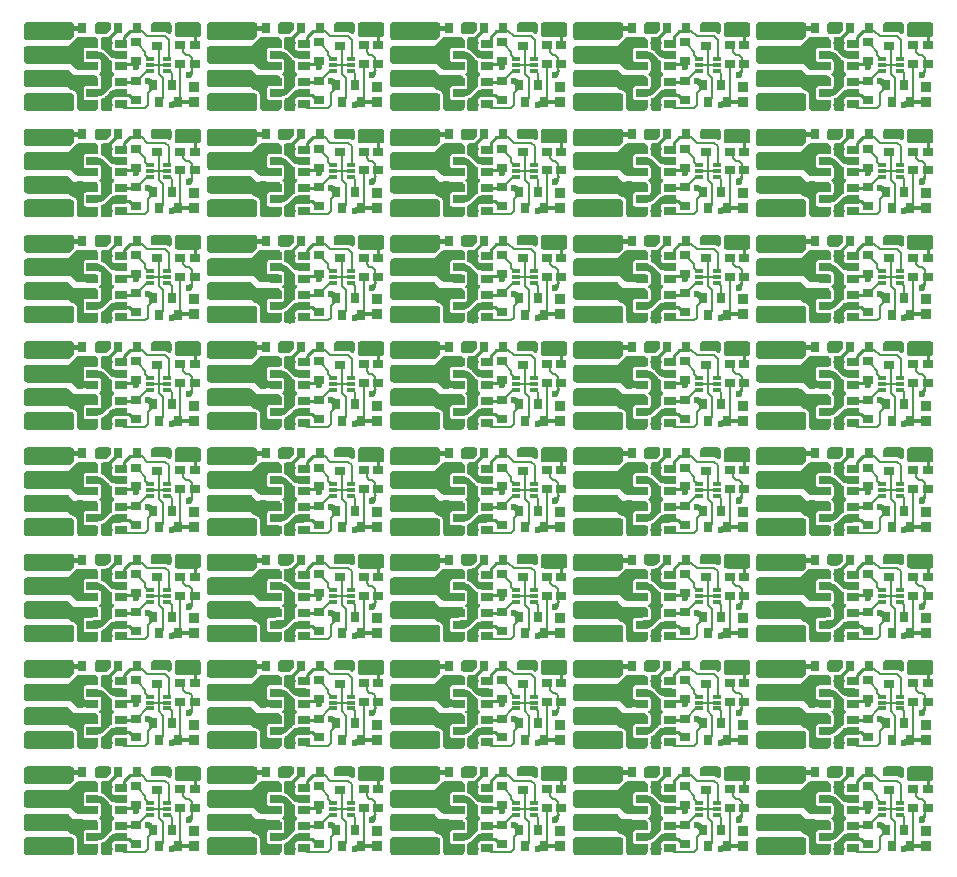
<source format=gtl>
G04 #@! TF.GenerationSoftware,KiCad,Pcbnew,(6.0.7)*
G04 #@! TF.CreationDate,2022-09-01T13:19:56+09:00*
G04 #@! TF.ProjectId,switchdecoder3,73776974-6368-4646-9563-6f646572332e,rev?*
G04 #@! TF.SameCoordinates,Original*
G04 #@! TF.FileFunction,Copper,L1,Top*
G04 #@! TF.FilePolarity,Positive*
%FSLAX46Y46*%
G04 Gerber Fmt 4.6, Leading zero omitted, Abs format (unit mm)*
G04 Created by KiCad (PCBNEW (6.0.7)) date 2022-09-01 13:19:56*
%MOMM*%
%LPD*%
G01*
G04 APERTURE LIST*
G04 #@! TA.AperFunction,SMDPad,CuDef*
%ADD10R,0.900000X0.700000*%
G04 #@! TD*
G04 #@! TA.AperFunction,SMDPad,CuDef*
%ADD11R,1.000000X0.700000*%
G04 #@! TD*
G04 #@! TA.AperFunction,SMDPad,CuDef*
%ADD12R,0.700000X0.900000*%
G04 #@! TD*
G04 #@! TA.AperFunction,SMDPad,CuDef*
%ADD13R,0.700000X0.300000*%
G04 #@! TD*
G04 #@! TA.AperFunction,SMDPad,CuDef*
%ADD14R,1.800000X1.000000*%
G04 #@! TD*
G04 #@! TA.AperFunction,ComponentPad*
%ADD15C,1.400000*%
G04 #@! TD*
G04 #@! TA.AperFunction,SMDPad,CuDef*
%ADD16R,0.500000X0.550000*%
G04 #@! TD*
G04 #@! TA.AperFunction,SMDPad,CuDef*
%ADD17R,2.200000X0.800000*%
G04 #@! TD*
G04 #@! TA.AperFunction,ComponentPad*
%ADD18R,0.950000X0.950000*%
G04 #@! TD*
G04 #@! TA.AperFunction,ViaPad*
%ADD19C,1.000000*%
G04 #@! TD*
G04 #@! TA.AperFunction,ViaPad*
%ADD20C,0.800000*%
G04 #@! TD*
G04 #@! TA.AperFunction,ViaPad*
%ADD21C,0.600000*%
G04 #@! TD*
G04 #@! TA.AperFunction,Conductor*
%ADD22C,0.250000*%
G04 #@! TD*
G04 #@! TA.AperFunction,Conductor*
%ADD23C,0.500000*%
G04 #@! TD*
G04 #@! TA.AperFunction,Conductor*
%ADD24C,0.200000*%
G04 #@! TD*
G04 #@! TA.AperFunction,Conductor*
%ADD25C,0.300000*%
G04 #@! TD*
G04 #@! TA.AperFunction,Conductor*
%ADD26C,0.400000*%
G04 #@! TD*
G04 APERTURE END LIST*
D10*
X61250000Y37700000D03*
X61250000Y39300000D03*
D11*
X59950000Y40550000D03*
X59950000Y41500000D03*
X59950000Y42450000D03*
X57550000Y42450000D03*
X57550000Y41500000D03*
X57550000Y40550000D03*
X13450000Y55300000D03*
X13450000Y56250000D03*
X13450000Y57200000D03*
X11050000Y57200000D03*
X11050000Y56250000D03*
X11050000Y55300000D03*
D12*
X48800000Y65900000D03*
X47200000Y65900000D03*
D11*
X13450000Y49550000D03*
X13450000Y50500000D03*
X13450000Y51450000D03*
X11050000Y51450000D03*
X11050000Y50500000D03*
X11050000Y49550000D03*
D13*
X15900000Y5150000D03*
X15900000Y4650000D03*
X15900000Y4150000D03*
X17400000Y4150000D03*
X17400000Y4650000D03*
X17400000Y5150000D03*
D10*
X14750000Y46700000D03*
X14750000Y48300000D03*
D13*
X15900000Y32150000D03*
X15900000Y31650000D03*
X15900000Y31150000D03*
X17400000Y31150000D03*
X17400000Y31650000D03*
X17400000Y32150000D03*
D14*
X34700000Y7600000D03*
D15*
X52500000Y70500000D03*
X52500000Y68500000D03*
X52500000Y66500000D03*
X52500000Y64500000D03*
D16*
X41000000Y31475000D03*
X41000000Y30525000D03*
D17*
X23500000Y1500000D03*
D16*
X56500000Y13475000D03*
X56500000Y12525000D03*
D14*
X81200000Y43600000D03*
D13*
X31400000Y32150000D03*
X31400000Y31650000D03*
X31400000Y31150000D03*
X32900000Y31150000D03*
X32900000Y31650000D03*
X32900000Y32150000D03*
D17*
X8000000Y52500000D03*
D10*
X47500000Y34850000D03*
X47500000Y33250000D03*
X61250000Y51550000D03*
X61250000Y49950000D03*
D12*
X64300000Y11900000D03*
X62700000Y11900000D03*
D10*
X30250000Y55700000D03*
X30250000Y57300000D03*
D17*
X54500000Y50500000D03*
D16*
X25500000Y49475000D03*
X25500000Y48525000D03*
D17*
X23500000Y68500000D03*
D11*
X28950000Y31550000D03*
X28950000Y32500000D03*
X28950000Y33450000D03*
X26550000Y33450000D03*
X26550000Y32500000D03*
X26550000Y31550000D03*
D17*
X8000000Y25500000D03*
D10*
X30250000Y6550000D03*
X30250000Y4950000D03*
D15*
X68000000Y7500000D03*
X68000000Y5500000D03*
X68000000Y3500000D03*
X68000000Y1500000D03*
D10*
X61250000Y19700000D03*
X61250000Y21300000D03*
D15*
X21500000Y16500000D03*
X21500000Y14500000D03*
X21500000Y12500000D03*
X21500000Y10500000D03*
D10*
X30250000Y42550000D03*
X30250000Y40950000D03*
X47500000Y43850000D03*
X47500000Y42250000D03*
D17*
X54500000Y12500000D03*
D12*
X79800000Y56900000D03*
X78200000Y56900000D03*
D10*
X76750000Y10700000D03*
X76750000Y12300000D03*
D17*
X39000000Y55500000D03*
D12*
X10200000Y61750000D03*
X11800000Y61750000D03*
D13*
X15900000Y14150000D03*
X15900000Y13650000D03*
X15900000Y13150000D03*
X17400000Y13150000D03*
X17400000Y13650000D03*
X17400000Y14150000D03*
X15900000Y50150000D03*
X15900000Y49650000D03*
X15900000Y49150000D03*
X17400000Y49150000D03*
X17400000Y49650000D03*
X17400000Y50150000D03*
D12*
X13200000Y25750000D03*
X14800000Y25750000D03*
D10*
X80500000Y33300000D03*
X80500000Y31700000D03*
D15*
X68000000Y25500000D03*
X68000000Y23500000D03*
X68000000Y21500000D03*
X68000000Y19500000D03*
D12*
X33300000Y2900000D03*
X31700000Y2900000D03*
D16*
X72000000Y49475000D03*
X72000000Y48525000D03*
D17*
X39000000Y70500000D03*
X39000000Y16500000D03*
D11*
X13450000Y19300000D03*
X13450000Y20250000D03*
X13450000Y21200000D03*
X11050000Y21200000D03*
X11050000Y20250000D03*
X11050000Y19300000D03*
D17*
X54500000Y7500000D03*
D10*
X81750000Y69300000D03*
X81750000Y67700000D03*
D12*
X72200000Y52750000D03*
X73800000Y52750000D03*
X16700000Y19500000D03*
X18300000Y19500000D03*
D10*
X32000000Y25850000D03*
X32000000Y24250000D03*
D12*
X79800000Y65900000D03*
X78200000Y65900000D03*
D17*
X70000000Y3500000D03*
D10*
X32000000Y7850000D03*
X32000000Y6250000D03*
D14*
X81200000Y34600000D03*
D11*
X59950000Y31550000D03*
X59950000Y32500000D03*
X59950000Y33450000D03*
X57550000Y33450000D03*
X57550000Y32500000D03*
X57550000Y31550000D03*
D17*
X54500000Y59500000D03*
D12*
X10200000Y43750000D03*
X11800000Y43750000D03*
D13*
X62400000Y50150000D03*
X62400000Y49650000D03*
X62400000Y49150000D03*
X63900000Y49150000D03*
X63900000Y49650000D03*
X63900000Y50150000D03*
D10*
X66250000Y69300000D03*
X66250000Y67700000D03*
X14750000Y1700000D03*
X14750000Y3300000D03*
X78500000Y61850000D03*
X78500000Y60250000D03*
D17*
X23500000Y32500000D03*
D10*
X16500000Y25850000D03*
X16500000Y24250000D03*
D11*
X28950000Y13550000D03*
X28950000Y14500000D03*
X28950000Y15450000D03*
X26550000Y15450000D03*
X26550000Y14500000D03*
X26550000Y13550000D03*
D12*
X56700000Y43750000D03*
X58300000Y43750000D03*
D10*
X49500000Y42300000D03*
X49500000Y40700000D03*
D15*
X52500000Y7500000D03*
X52500000Y5500000D03*
X52500000Y3500000D03*
X52500000Y1500000D03*
D10*
X81750000Y51300000D03*
X81750000Y49700000D03*
D12*
X32200000Y46500000D03*
X33800000Y46500000D03*
D17*
X39000000Y57500000D03*
D15*
X6000000Y43500000D03*
X6000000Y41500000D03*
X6000000Y39500000D03*
X6000000Y37500000D03*
D12*
X64300000Y47900000D03*
X62700000Y47900000D03*
X79800000Y47900000D03*
X78200000Y47900000D03*
D10*
X49500000Y6300000D03*
X49500000Y4700000D03*
D17*
X8000000Y19500000D03*
D10*
X16500000Y7850000D03*
X16500000Y6250000D03*
D17*
X39000000Y61500000D03*
D15*
X6000000Y61500000D03*
X6000000Y59500000D03*
X6000000Y57500000D03*
X6000000Y55500000D03*
D12*
X59700000Y7750000D03*
X61300000Y7750000D03*
X33300000Y29900000D03*
X31700000Y29900000D03*
D13*
X31400000Y14150000D03*
X31400000Y13650000D03*
X31400000Y13150000D03*
X32900000Y13150000D03*
X32900000Y13650000D03*
X32900000Y14150000D03*
D14*
X50200000Y34600000D03*
D11*
X44450000Y22550000D03*
X44450000Y23500000D03*
X44450000Y24450000D03*
X42050000Y24450000D03*
X42050000Y23500000D03*
X42050000Y22550000D03*
D10*
X14750000Y64700000D03*
X14750000Y66300000D03*
D17*
X8000000Y57500000D03*
X8000000Y1500000D03*
D12*
X63200000Y1500000D03*
X64800000Y1500000D03*
X17800000Y38900000D03*
X16200000Y38900000D03*
X56700000Y52750000D03*
X58300000Y52750000D03*
D10*
X49500000Y60300000D03*
X49500000Y58700000D03*
D17*
X70000000Y23500000D03*
D10*
X80500000Y69300000D03*
X80500000Y67700000D03*
D16*
X56500000Y58475000D03*
X56500000Y57525000D03*
D14*
X65700000Y43600000D03*
D15*
X37000000Y34500000D03*
X37000000Y32500000D03*
X37000000Y30500000D03*
X37000000Y28500000D03*
D17*
X8000000Y37500000D03*
D10*
X35250000Y60300000D03*
X35250000Y58700000D03*
D17*
X23500000Y70500000D03*
D10*
X61250000Y33550000D03*
X61250000Y31950000D03*
X30250000Y51550000D03*
X30250000Y49950000D03*
D12*
X59700000Y52750000D03*
X61300000Y52750000D03*
D17*
X8000000Y12500000D03*
D16*
X56500000Y49475000D03*
X56500000Y48525000D03*
D14*
X34700000Y70600000D03*
D12*
X72200000Y16750000D03*
X73800000Y16750000D03*
X33300000Y65900000D03*
X31700000Y65900000D03*
D10*
X76750000Y60550000D03*
X76750000Y58950000D03*
D12*
X64300000Y2900000D03*
X62700000Y2900000D03*
D10*
X78500000Y16850000D03*
X78500000Y15250000D03*
D17*
X39000000Y34500000D03*
D13*
X46900000Y68150000D03*
X46900000Y67650000D03*
X46900000Y67150000D03*
X48400000Y67150000D03*
X48400000Y67650000D03*
X48400000Y68150000D03*
D11*
X75450000Y55300000D03*
X75450000Y56250000D03*
X75450000Y57200000D03*
X73050000Y57200000D03*
X73050000Y56250000D03*
X73050000Y55300000D03*
D10*
X18500000Y51300000D03*
X18500000Y49700000D03*
D17*
X54500000Y41500000D03*
D10*
X34000000Y42300000D03*
X34000000Y40700000D03*
D11*
X75450000Y46300000D03*
X75450000Y47250000D03*
X75450000Y48200000D03*
X73050000Y48200000D03*
X73050000Y47250000D03*
X73050000Y46300000D03*
D12*
X78700000Y55500000D03*
X80300000Y55500000D03*
D17*
X54500000Y39500000D03*
D10*
X30250000Y15550000D03*
X30250000Y13950000D03*
D17*
X23500000Y64500000D03*
X8000000Y59500000D03*
X54500000Y52500000D03*
X39000000Y52500000D03*
D16*
X10000000Y49475000D03*
X10000000Y48525000D03*
D13*
X77900000Y50150000D03*
X77900000Y49650000D03*
X77900000Y49150000D03*
X79400000Y49150000D03*
X79400000Y49650000D03*
X79400000Y50150000D03*
D10*
X35250000Y15300000D03*
X35250000Y13700000D03*
X61250000Y42550000D03*
X61250000Y40950000D03*
D17*
X8000000Y61500000D03*
D12*
X33300000Y47900000D03*
X31700000Y47900000D03*
D11*
X75450000Y1300000D03*
X75450000Y2250000D03*
X75450000Y3200000D03*
X73050000Y3200000D03*
X73050000Y2250000D03*
X73050000Y1300000D03*
D17*
X23500000Y34500000D03*
D10*
X45750000Y15550000D03*
X45750000Y13950000D03*
X18500000Y24300000D03*
X18500000Y22700000D03*
D11*
X28950000Y46300000D03*
X28950000Y47250000D03*
X28950000Y48200000D03*
X26550000Y48200000D03*
X26550000Y47250000D03*
X26550000Y46300000D03*
D15*
X37000000Y25500000D03*
X37000000Y23500000D03*
X37000000Y21500000D03*
X37000000Y19500000D03*
D17*
X70000000Y43500000D03*
D12*
X33300000Y11900000D03*
X31700000Y11900000D03*
D17*
X70000000Y57500000D03*
D12*
X16700000Y1500000D03*
X18300000Y1500000D03*
D10*
X61250000Y15550000D03*
X61250000Y13950000D03*
D15*
X52500000Y61500000D03*
X52500000Y59500000D03*
X52500000Y57500000D03*
X52500000Y55500000D03*
D12*
X33300000Y20900000D03*
X31700000Y20900000D03*
X48800000Y47900000D03*
X47200000Y47900000D03*
D15*
X37000000Y7500000D03*
X37000000Y5500000D03*
X37000000Y3500000D03*
X37000000Y1500000D03*
D11*
X75450000Y28300000D03*
X75450000Y29250000D03*
X75450000Y30200000D03*
X73050000Y30200000D03*
X73050000Y29250000D03*
X73050000Y28300000D03*
D16*
X10000000Y31475000D03*
X10000000Y30525000D03*
X10000000Y58475000D03*
X10000000Y57525000D03*
D11*
X28950000Y1300000D03*
X28950000Y2250000D03*
X28950000Y3200000D03*
X26550000Y3200000D03*
X26550000Y2250000D03*
X26550000Y1300000D03*
D13*
X31400000Y5150000D03*
X31400000Y4650000D03*
X31400000Y4150000D03*
X32900000Y4150000D03*
X32900000Y4650000D03*
X32900000Y5150000D03*
D10*
X66250000Y24300000D03*
X66250000Y22700000D03*
D17*
X54500000Y48500000D03*
D12*
X63200000Y10500000D03*
X64800000Y10500000D03*
D14*
X50200000Y16600000D03*
X34700000Y52600000D03*
D11*
X28950000Y4550000D03*
X28950000Y5500000D03*
X28950000Y6450000D03*
X26550000Y6450000D03*
X26550000Y5500000D03*
X26550000Y4550000D03*
X28950000Y55300000D03*
X28950000Y56250000D03*
X28950000Y57200000D03*
X26550000Y57200000D03*
X26550000Y56250000D03*
X26550000Y55300000D03*
X75450000Y49550000D03*
X75450000Y50500000D03*
X75450000Y51450000D03*
X73050000Y51450000D03*
X73050000Y50500000D03*
X73050000Y49550000D03*
D14*
X19200000Y43600000D03*
D17*
X23500000Y52500000D03*
X8000000Y34500000D03*
X23500000Y19500000D03*
D10*
X76750000Y1700000D03*
X76750000Y3300000D03*
D12*
X28700000Y52750000D03*
X30300000Y52750000D03*
D16*
X10000000Y13475000D03*
X10000000Y12525000D03*
D12*
X79800000Y29900000D03*
X78200000Y29900000D03*
D11*
X13450000Y31550000D03*
X13450000Y32500000D03*
X13450000Y33450000D03*
X11050000Y33450000D03*
X11050000Y32500000D03*
X11050000Y31550000D03*
D16*
X72000000Y22475000D03*
X72000000Y21525000D03*
D10*
X16500000Y52850000D03*
X16500000Y51250000D03*
D13*
X15900000Y41150000D03*
X15900000Y40650000D03*
X15900000Y40150000D03*
X17400000Y40150000D03*
X17400000Y40650000D03*
X17400000Y41150000D03*
D17*
X54500000Y3500000D03*
X70000000Y14500000D03*
D11*
X59950000Y37300000D03*
X59950000Y38250000D03*
X59950000Y39200000D03*
X57550000Y39200000D03*
X57550000Y38250000D03*
X57550000Y37300000D03*
D17*
X54500000Y10500000D03*
D16*
X10000000Y67475000D03*
X10000000Y66525000D03*
D11*
X13450000Y40550000D03*
X13450000Y41500000D03*
X13450000Y42450000D03*
X11050000Y42450000D03*
X11050000Y41500000D03*
X11050000Y40550000D03*
D10*
X30250000Y64700000D03*
X30250000Y66300000D03*
D17*
X23500000Y12500000D03*
D11*
X59950000Y10300000D03*
X59950000Y11250000D03*
X59950000Y12200000D03*
X57550000Y12200000D03*
X57550000Y11250000D03*
X57550000Y10300000D03*
D17*
X39000000Y39500000D03*
D10*
X76750000Y28700000D03*
X76750000Y30300000D03*
X80500000Y24300000D03*
X80500000Y22700000D03*
D17*
X39000000Y1500000D03*
D10*
X65000000Y33300000D03*
X65000000Y31700000D03*
D11*
X44450000Y19300000D03*
X44450000Y20250000D03*
X44450000Y21200000D03*
X42050000Y21200000D03*
X42050000Y20250000D03*
X42050000Y19300000D03*
D17*
X54500000Y57500000D03*
D10*
X18500000Y42300000D03*
X18500000Y40700000D03*
X65000000Y15300000D03*
X65000000Y13700000D03*
X34000000Y69300000D03*
X34000000Y67700000D03*
D12*
X44200000Y34750000D03*
X45800000Y34750000D03*
D15*
X37000000Y70500000D03*
X37000000Y68500000D03*
X37000000Y66500000D03*
X37000000Y64500000D03*
D12*
X32200000Y28500000D03*
X33800000Y28500000D03*
D14*
X19200000Y16600000D03*
D11*
X13450000Y13550000D03*
X13450000Y14500000D03*
X13450000Y15450000D03*
X11050000Y15450000D03*
X11050000Y14500000D03*
X11050000Y13550000D03*
D10*
X61250000Y60550000D03*
X61250000Y58950000D03*
D11*
X59950000Y1300000D03*
X59950000Y2250000D03*
X59950000Y3200000D03*
X57550000Y3200000D03*
X57550000Y2250000D03*
X57550000Y1300000D03*
D12*
X44200000Y70750000D03*
X45800000Y70750000D03*
D11*
X44450000Y40550000D03*
X44450000Y41500000D03*
X44450000Y42450000D03*
X42050000Y42450000D03*
X42050000Y41500000D03*
X42050000Y40550000D03*
X44450000Y10300000D03*
X44450000Y11250000D03*
X44450000Y12200000D03*
X42050000Y12200000D03*
X42050000Y11250000D03*
X42050000Y10300000D03*
D12*
X47700000Y64500000D03*
X49300000Y64500000D03*
D15*
X68000000Y16500000D03*
X68000000Y14500000D03*
X68000000Y12500000D03*
X68000000Y10500000D03*
D10*
X63000000Y16850000D03*
X63000000Y15250000D03*
D16*
X25500000Y40475000D03*
X25500000Y39525000D03*
D10*
X76750000Y37700000D03*
X76750000Y39300000D03*
D12*
X59700000Y25750000D03*
X61300000Y25750000D03*
D10*
X19750000Y42300000D03*
X19750000Y40700000D03*
D12*
X28700000Y34750000D03*
X30300000Y34750000D03*
D17*
X70000000Y10500000D03*
D14*
X65700000Y52600000D03*
D10*
X66250000Y33300000D03*
X66250000Y31700000D03*
D12*
X10200000Y7750000D03*
X11800000Y7750000D03*
D17*
X8000000Y70500000D03*
D12*
X75200000Y70750000D03*
X76800000Y70750000D03*
D11*
X59950000Y67550000D03*
X59950000Y68500000D03*
X59950000Y69450000D03*
X57550000Y69450000D03*
X57550000Y68500000D03*
X57550000Y67550000D03*
D15*
X21500000Y43500000D03*
X21500000Y41500000D03*
X21500000Y39500000D03*
X21500000Y37500000D03*
D14*
X34700000Y34600000D03*
D12*
X47700000Y10500000D03*
X49300000Y10500000D03*
D13*
X31400000Y23150000D03*
X31400000Y22650000D03*
X31400000Y22150000D03*
X32900000Y22150000D03*
X32900000Y22650000D03*
X32900000Y23150000D03*
D12*
X63200000Y55500000D03*
X64800000Y55500000D03*
X56700000Y7750000D03*
X58300000Y7750000D03*
D10*
X81750000Y6300000D03*
X81750000Y4700000D03*
D17*
X39000000Y19500000D03*
D16*
X72000000Y40475000D03*
X72000000Y39525000D03*
D12*
X63200000Y37500000D03*
X64800000Y37500000D03*
D10*
X14750000Y55700000D03*
X14750000Y57300000D03*
D12*
X13200000Y16750000D03*
X14800000Y16750000D03*
D14*
X19200000Y7600000D03*
D12*
X32200000Y1500000D03*
X33800000Y1500000D03*
D11*
X44450000Y31550000D03*
X44450000Y32500000D03*
X44450000Y33450000D03*
X42050000Y33450000D03*
X42050000Y32500000D03*
X42050000Y31550000D03*
D10*
X78500000Y52850000D03*
X78500000Y51250000D03*
D17*
X23500000Y48500000D03*
D12*
X75200000Y61750000D03*
X76800000Y61750000D03*
D17*
X70000000Y7500000D03*
D12*
X72200000Y7750000D03*
X73800000Y7750000D03*
D10*
X76750000Y6550000D03*
X76750000Y4950000D03*
D17*
X8000000Y10500000D03*
X39000000Y23500000D03*
D11*
X13450000Y46300000D03*
X13450000Y47250000D03*
X13450000Y48200000D03*
X11050000Y48200000D03*
X11050000Y47250000D03*
X11050000Y46300000D03*
D16*
X25500000Y58475000D03*
X25500000Y57525000D03*
D17*
X54500000Y23500000D03*
D10*
X35250000Y69300000D03*
X35250000Y67700000D03*
D13*
X77900000Y32150000D03*
X77900000Y31650000D03*
X77900000Y31150000D03*
X79400000Y31150000D03*
X79400000Y31650000D03*
X79400000Y32150000D03*
D14*
X65700000Y16600000D03*
D10*
X76750000Y55700000D03*
X76750000Y57300000D03*
D17*
X70000000Y55500000D03*
D12*
X41200000Y7750000D03*
X42800000Y7750000D03*
X72200000Y70750000D03*
X73800000Y70750000D03*
X16700000Y10500000D03*
X18300000Y10500000D03*
D17*
X54500000Y70500000D03*
D10*
X49500000Y69300000D03*
X49500000Y67700000D03*
X78500000Y7850000D03*
X78500000Y6250000D03*
X47500000Y70850000D03*
X47500000Y69250000D03*
D14*
X65700000Y7600000D03*
D12*
X41200000Y61750000D03*
X42800000Y61750000D03*
D11*
X75450000Y37300000D03*
X75450000Y38250000D03*
X75450000Y39200000D03*
X73050000Y39200000D03*
X73050000Y38250000D03*
X73050000Y37300000D03*
D16*
X41000000Y13475000D03*
X41000000Y12525000D03*
D11*
X59950000Y64300000D03*
X59950000Y65250000D03*
X59950000Y66200000D03*
X57550000Y66200000D03*
X57550000Y65250000D03*
X57550000Y64300000D03*
D17*
X70000000Y19500000D03*
D10*
X32000000Y61850000D03*
X32000000Y60250000D03*
D11*
X13450000Y64300000D03*
X13450000Y65250000D03*
X13450000Y66200000D03*
X11050000Y66200000D03*
X11050000Y65250000D03*
X11050000Y64300000D03*
D10*
X14750000Y24550000D03*
X14750000Y22950000D03*
X76750000Y42550000D03*
X76750000Y40950000D03*
D16*
X25500000Y4475000D03*
X25500000Y3525000D03*
D14*
X65700000Y61600000D03*
D10*
X35250000Y6300000D03*
X35250000Y4700000D03*
D12*
X10200000Y70750000D03*
X11800000Y70750000D03*
D10*
X14750000Y19700000D03*
X14750000Y21300000D03*
D12*
X41200000Y43750000D03*
X42800000Y43750000D03*
D10*
X45750000Y60550000D03*
X45750000Y58950000D03*
D12*
X25700000Y34750000D03*
X27300000Y34750000D03*
D10*
X47500000Y61850000D03*
X47500000Y60250000D03*
X45750000Y42550000D03*
X45750000Y40950000D03*
X30250000Y33550000D03*
X30250000Y31950000D03*
D13*
X46900000Y5150000D03*
X46900000Y4650000D03*
X46900000Y4150000D03*
X48400000Y4150000D03*
X48400000Y4650000D03*
X48400000Y5150000D03*
D12*
X13200000Y43750000D03*
X14800000Y43750000D03*
D16*
X41000000Y4475000D03*
X41000000Y3525000D03*
D17*
X70000000Y64500000D03*
D10*
X63000000Y34850000D03*
X63000000Y33250000D03*
D12*
X16700000Y64500000D03*
X18300000Y64500000D03*
D10*
X65000000Y6300000D03*
X65000000Y4700000D03*
D12*
X75200000Y34750000D03*
X76800000Y34750000D03*
X17800000Y11900000D03*
X16200000Y11900000D03*
D17*
X8000000Y23500000D03*
X70000000Y28500000D03*
X23500000Y23500000D03*
D12*
X13200000Y34750000D03*
X14800000Y34750000D03*
X28700000Y61750000D03*
X30300000Y61750000D03*
D16*
X72000000Y13475000D03*
X72000000Y12525000D03*
D12*
X64300000Y38900000D03*
X62700000Y38900000D03*
D15*
X21500000Y70500000D03*
X21500000Y68500000D03*
X21500000Y66500000D03*
X21500000Y64500000D03*
D11*
X44450000Y67550000D03*
X44450000Y68500000D03*
X44450000Y69450000D03*
X42050000Y69450000D03*
X42050000Y68500000D03*
X42050000Y67550000D03*
D17*
X23500000Y43500000D03*
D12*
X64300000Y65900000D03*
X62700000Y65900000D03*
D17*
X39000000Y46500000D03*
D10*
X18500000Y69300000D03*
X18500000Y67700000D03*
D12*
X63200000Y28500000D03*
X64800000Y28500000D03*
D10*
X32000000Y70850000D03*
X32000000Y69250000D03*
X14750000Y6550000D03*
X14750000Y4950000D03*
D12*
X78700000Y1500000D03*
X80300000Y1500000D03*
X48800000Y2900000D03*
X47200000Y2900000D03*
D14*
X81200000Y52600000D03*
D12*
X33300000Y38900000D03*
X31700000Y38900000D03*
D14*
X19200000Y61600000D03*
D12*
X28700000Y43750000D03*
X30300000Y43750000D03*
D10*
X81750000Y15300000D03*
X81750000Y13700000D03*
D11*
X59950000Y28300000D03*
X59950000Y29250000D03*
X59950000Y30200000D03*
X57550000Y30200000D03*
X57550000Y29250000D03*
X57550000Y28300000D03*
D12*
X28700000Y7750000D03*
X30300000Y7750000D03*
X59700000Y34750000D03*
X61300000Y34750000D03*
D14*
X65700000Y34600000D03*
D12*
X10200000Y16750000D03*
X11800000Y16750000D03*
D15*
X52500000Y43500000D03*
X52500000Y41500000D03*
X52500000Y39500000D03*
X52500000Y37500000D03*
D10*
X32000000Y16850000D03*
X32000000Y15250000D03*
D11*
X75450000Y4550000D03*
X75450000Y5500000D03*
X75450000Y6450000D03*
X73050000Y6450000D03*
X73050000Y5500000D03*
X73050000Y4550000D03*
D10*
X50750000Y15300000D03*
X50750000Y13700000D03*
X76750000Y69550000D03*
X76750000Y67950000D03*
D16*
X72000000Y31475000D03*
X72000000Y30525000D03*
D12*
X44200000Y61750000D03*
X45800000Y61750000D03*
X47700000Y46500000D03*
X49300000Y46500000D03*
D16*
X72000000Y58475000D03*
X72000000Y57525000D03*
D10*
X66250000Y51300000D03*
X66250000Y49700000D03*
D13*
X77900000Y23150000D03*
X77900000Y22650000D03*
X77900000Y22150000D03*
X79400000Y22150000D03*
X79400000Y22650000D03*
X79400000Y23150000D03*
D10*
X80500000Y42300000D03*
X80500000Y40700000D03*
D12*
X63200000Y46500000D03*
X64800000Y46500000D03*
X13200000Y70750000D03*
X14800000Y70750000D03*
D17*
X39000000Y48500000D03*
D11*
X44450000Y49550000D03*
X44450000Y50500000D03*
X44450000Y51450000D03*
X42050000Y51450000D03*
X42050000Y50500000D03*
X42050000Y49550000D03*
D10*
X50750000Y51300000D03*
X50750000Y49700000D03*
X19750000Y33300000D03*
X19750000Y31700000D03*
X30250000Y10700000D03*
X30250000Y12300000D03*
X19750000Y51300000D03*
X19750000Y49700000D03*
X18500000Y15300000D03*
X18500000Y13700000D03*
D17*
X23500000Y7500000D03*
D12*
X32200000Y55500000D03*
X33800000Y55500000D03*
D11*
X75450000Y22550000D03*
X75450000Y23500000D03*
X75450000Y24450000D03*
X73050000Y24450000D03*
X73050000Y23500000D03*
X73050000Y22550000D03*
D10*
X45750000Y1700000D03*
X45750000Y3300000D03*
D12*
X32200000Y10500000D03*
X33800000Y10500000D03*
D10*
X34000000Y6300000D03*
X34000000Y4700000D03*
X81750000Y33300000D03*
X81750000Y31700000D03*
D11*
X28950000Y22550000D03*
X28950000Y23500000D03*
X28950000Y24450000D03*
X26550000Y24450000D03*
X26550000Y23500000D03*
X26550000Y22550000D03*
D17*
X70000000Y30500000D03*
D10*
X30250000Y60550000D03*
X30250000Y58950000D03*
D11*
X75450000Y40550000D03*
X75450000Y41500000D03*
X75450000Y42450000D03*
X73050000Y42450000D03*
X73050000Y41500000D03*
X73050000Y40550000D03*
X75450000Y31550000D03*
X75450000Y32500000D03*
X75450000Y33450000D03*
X73050000Y33450000D03*
X73050000Y32500000D03*
X73050000Y31550000D03*
D12*
X47700000Y37500000D03*
X49300000Y37500000D03*
D10*
X49500000Y24300000D03*
X49500000Y22700000D03*
D17*
X39000000Y41500000D03*
D12*
X48800000Y11900000D03*
X47200000Y11900000D03*
D10*
X65000000Y60300000D03*
X65000000Y58700000D03*
D17*
X23500000Y39500000D03*
D10*
X14750000Y60550000D03*
X14750000Y58950000D03*
X65000000Y69300000D03*
X65000000Y67700000D03*
D11*
X13450000Y4550000D03*
X13450000Y5500000D03*
X13450000Y6450000D03*
X11050000Y6450000D03*
X11050000Y5500000D03*
X11050000Y4550000D03*
D13*
X46900000Y23150000D03*
X46900000Y22650000D03*
X46900000Y22150000D03*
X48400000Y22150000D03*
X48400000Y22650000D03*
X48400000Y23150000D03*
D11*
X13450000Y22550000D03*
X13450000Y23500000D03*
X13450000Y24450000D03*
X11050000Y24450000D03*
X11050000Y23500000D03*
X11050000Y22550000D03*
D17*
X39000000Y68500000D03*
D12*
X78700000Y37500000D03*
X80300000Y37500000D03*
X75200000Y25750000D03*
X76800000Y25750000D03*
D10*
X50750000Y33300000D03*
X50750000Y31700000D03*
D11*
X59950000Y46300000D03*
X59950000Y47250000D03*
X59950000Y48200000D03*
X57550000Y48200000D03*
X57550000Y47250000D03*
X57550000Y46300000D03*
D10*
X45750000Y55700000D03*
X45750000Y57300000D03*
X76750000Y64700000D03*
X76750000Y66300000D03*
D12*
X72200000Y34750000D03*
X73800000Y34750000D03*
D13*
X31400000Y50150000D03*
X31400000Y49650000D03*
X31400000Y49150000D03*
X32900000Y49150000D03*
X32900000Y49650000D03*
X32900000Y50150000D03*
D17*
X39000000Y12500000D03*
D12*
X64300000Y56900000D03*
X62700000Y56900000D03*
D10*
X63000000Y7850000D03*
X63000000Y6250000D03*
X16500000Y34850000D03*
X16500000Y33250000D03*
D17*
X54500000Y28500000D03*
D10*
X49500000Y51300000D03*
X49500000Y49700000D03*
X45750000Y69550000D03*
X45750000Y67950000D03*
X19750000Y60300000D03*
X19750000Y58700000D03*
X18500000Y33300000D03*
X18500000Y31700000D03*
D11*
X28950000Y64300000D03*
X28950000Y65250000D03*
X28950000Y66200000D03*
X26550000Y66200000D03*
X26550000Y65250000D03*
X26550000Y64300000D03*
D12*
X17800000Y20900000D03*
X16200000Y20900000D03*
X17800000Y47900000D03*
X16200000Y47900000D03*
D10*
X61250000Y64700000D03*
X61250000Y66300000D03*
X81750000Y42300000D03*
X81750000Y40700000D03*
D17*
X8000000Y7500000D03*
X70000000Y48500000D03*
D16*
X25500000Y67475000D03*
X25500000Y66525000D03*
D17*
X39000000Y10500000D03*
X54500000Y46500000D03*
D12*
X47700000Y55500000D03*
X49300000Y55500000D03*
D17*
X54500000Y14500000D03*
X8000000Y21500000D03*
X8000000Y66500000D03*
D11*
X13450000Y58550000D03*
X13450000Y59500000D03*
X13450000Y60450000D03*
X11050000Y60450000D03*
X11050000Y59500000D03*
X11050000Y58550000D03*
X13450000Y67550000D03*
X13450000Y68500000D03*
X13450000Y69450000D03*
X11050000Y69450000D03*
X11050000Y68500000D03*
X11050000Y67550000D03*
D10*
X45750000Y33550000D03*
X45750000Y31950000D03*
D17*
X8000000Y68500000D03*
D10*
X61250000Y10700000D03*
X61250000Y12300000D03*
D11*
X13450000Y10300000D03*
X13450000Y11250000D03*
X13450000Y12200000D03*
X11050000Y12200000D03*
X11050000Y11250000D03*
X11050000Y10300000D03*
X75450000Y13550000D03*
X75450000Y14500000D03*
X75450000Y15450000D03*
X73050000Y15450000D03*
X73050000Y14500000D03*
X73050000Y13550000D03*
D16*
X41000000Y49475000D03*
X41000000Y48525000D03*
D12*
X56700000Y61750000D03*
X58300000Y61750000D03*
D16*
X25500000Y13475000D03*
X25500000Y12525000D03*
D10*
X35250000Y33300000D03*
X35250000Y31700000D03*
D14*
X65700000Y70600000D03*
D17*
X54500000Y55500000D03*
D12*
X32200000Y19500000D03*
X33800000Y19500000D03*
D15*
X21500000Y7500000D03*
X21500000Y5500000D03*
X21500000Y3500000D03*
X21500000Y1500000D03*
D12*
X79800000Y38900000D03*
X78200000Y38900000D03*
D10*
X45750000Y64700000D03*
X45750000Y66300000D03*
D14*
X34700000Y16600000D03*
D15*
X21500000Y25500000D03*
X21500000Y23500000D03*
X21500000Y21500000D03*
X21500000Y19500000D03*
D11*
X44450000Y46300000D03*
X44450000Y47250000D03*
X44450000Y48200000D03*
X42050000Y48200000D03*
X42050000Y47250000D03*
X42050000Y46300000D03*
D10*
X50750000Y24300000D03*
X50750000Y22700000D03*
D12*
X44200000Y52750000D03*
X45800000Y52750000D03*
D17*
X54500000Y25500000D03*
D12*
X17800000Y65900000D03*
X16200000Y65900000D03*
D10*
X49500000Y33300000D03*
X49500000Y31700000D03*
D12*
X13200000Y61750000D03*
X14800000Y61750000D03*
X59700000Y61750000D03*
X61300000Y61750000D03*
D17*
X70000000Y5500000D03*
D13*
X15900000Y23150000D03*
X15900000Y22650000D03*
X15900000Y22150000D03*
X17400000Y22150000D03*
X17400000Y22650000D03*
X17400000Y23150000D03*
D11*
X13450000Y37300000D03*
X13450000Y38250000D03*
X13450000Y39200000D03*
X11050000Y39200000D03*
X11050000Y38250000D03*
X11050000Y37300000D03*
D12*
X72200000Y43750000D03*
X73800000Y43750000D03*
X41200000Y52750000D03*
X42800000Y52750000D03*
D17*
X70000000Y68500000D03*
D10*
X30250000Y1700000D03*
X30250000Y3300000D03*
D12*
X75200000Y16750000D03*
X76800000Y16750000D03*
D13*
X62400000Y5150000D03*
X62400000Y4650000D03*
X62400000Y4150000D03*
X63900000Y4150000D03*
X63900000Y4650000D03*
X63900000Y5150000D03*
D12*
X25700000Y61750000D03*
X27300000Y61750000D03*
D16*
X56500000Y31475000D03*
X56500000Y30525000D03*
D12*
X32200000Y64500000D03*
X33800000Y64500000D03*
D10*
X45750000Y24550000D03*
X45750000Y22950000D03*
D14*
X50200000Y52600000D03*
D15*
X37000000Y61500000D03*
X37000000Y59500000D03*
X37000000Y57500000D03*
X37000000Y55500000D03*
D12*
X79800000Y2900000D03*
X78200000Y2900000D03*
D10*
X76750000Y51550000D03*
X76750000Y49950000D03*
X30250000Y69550000D03*
X30250000Y67950000D03*
X34000000Y51300000D03*
X34000000Y49700000D03*
X63000000Y70850000D03*
X63000000Y69250000D03*
D13*
X46900000Y41150000D03*
X46900000Y40650000D03*
X46900000Y40150000D03*
X48400000Y40150000D03*
X48400000Y40650000D03*
X48400000Y41150000D03*
D12*
X78700000Y28500000D03*
X80300000Y28500000D03*
D16*
X56500000Y22475000D03*
X56500000Y21525000D03*
D13*
X62400000Y59150000D03*
X62400000Y58650000D03*
X62400000Y58150000D03*
X63900000Y58150000D03*
X63900000Y58650000D03*
X63900000Y59150000D03*
D17*
X54500000Y21500000D03*
D10*
X63000000Y43850000D03*
X63000000Y42250000D03*
D15*
X68000000Y52500000D03*
X68000000Y50500000D03*
X68000000Y48500000D03*
X68000000Y46500000D03*
D14*
X50200000Y7600000D03*
D17*
X39000000Y64500000D03*
D12*
X16700000Y46500000D03*
X18300000Y46500000D03*
X33300000Y56900000D03*
X31700000Y56900000D03*
D17*
X39000000Y59500000D03*
D10*
X66250000Y60300000D03*
X66250000Y58700000D03*
D13*
X62400000Y68150000D03*
X62400000Y67650000D03*
X62400000Y67150000D03*
X63900000Y67150000D03*
X63900000Y67650000D03*
X63900000Y68150000D03*
D12*
X78700000Y46500000D03*
X80300000Y46500000D03*
D10*
X18500000Y6300000D03*
X18500000Y4700000D03*
D12*
X78700000Y19500000D03*
X80300000Y19500000D03*
X28700000Y25750000D03*
X30300000Y25750000D03*
X10200000Y25750000D03*
X11800000Y25750000D03*
D16*
X56500000Y40475000D03*
X56500000Y39525000D03*
D17*
X54500000Y37500000D03*
D16*
X41000000Y67475000D03*
X41000000Y66525000D03*
D17*
X70000000Y39500000D03*
D12*
X56700000Y70750000D03*
X58300000Y70750000D03*
D11*
X44450000Y55300000D03*
X44450000Y56250000D03*
X44450000Y57200000D03*
X42050000Y57200000D03*
X42050000Y56250000D03*
X42050000Y55300000D03*
D10*
X76750000Y19700000D03*
X76750000Y21300000D03*
X63000000Y61850000D03*
X63000000Y60250000D03*
D15*
X6000000Y25500000D03*
X6000000Y23500000D03*
X6000000Y21500000D03*
X6000000Y19500000D03*
D10*
X61250000Y1700000D03*
X61250000Y3300000D03*
X78500000Y43850000D03*
X78500000Y42250000D03*
X76750000Y33550000D03*
X76750000Y31950000D03*
D11*
X75450000Y10300000D03*
X75450000Y11250000D03*
X75450000Y12200000D03*
X73050000Y12200000D03*
X73050000Y11250000D03*
X73050000Y10300000D03*
D12*
X75200000Y7750000D03*
X76800000Y7750000D03*
D17*
X39000000Y50500000D03*
D11*
X59950000Y4550000D03*
X59950000Y5500000D03*
X59950000Y6450000D03*
X57550000Y6450000D03*
X57550000Y5500000D03*
X57550000Y4550000D03*
D17*
X39000000Y37500000D03*
X70000000Y52500000D03*
D14*
X19200000Y34600000D03*
D12*
X75200000Y43750000D03*
X76800000Y43750000D03*
D17*
X54500000Y43500000D03*
D11*
X28950000Y40550000D03*
X28950000Y41500000D03*
X28950000Y42450000D03*
X26550000Y42450000D03*
X26550000Y41500000D03*
X26550000Y40550000D03*
D17*
X39000000Y30500000D03*
X70000000Y50500000D03*
D10*
X76750000Y15550000D03*
X76750000Y13950000D03*
X16500000Y16850000D03*
X16500000Y15250000D03*
D17*
X39000000Y7500000D03*
X70000000Y16500000D03*
X8000000Y46500000D03*
D10*
X34000000Y33300000D03*
X34000000Y31700000D03*
D12*
X44200000Y43750000D03*
X45800000Y43750000D03*
X47700000Y1500000D03*
X49300000Y1500000D03*
D14*
X50200000Y70600000D03*
D10*
X14750000Y10700000D03*
X14750000Y12300000D03*
D16*
X25500000Y31475000D03*
X25500000Y30525000D03*
D10*
X63000000Y25850000D03*
X63000000Y24250000D03*
D15*
X37000000Y16500000D03*
X37000000Y14500000D03*
X37000000Y12500000D03*
X37000000Y10500000D03*
D12*
X25700000Y16750000D03*
X27300000Y16750000D03*
D17*
X39000000Y32500000D03*
X23500000Y3500000D03*
D12*
X63200000Y19500000D03*
X64800000Y19500000D03*
X13200000Y52750000D03*
X14800000Y52750000D03*
X59700000Y16750000D03*
X61300000Y16750000D03*
D15*
X52500000Y52500000D03*
X52500000Y50500000D03*
X52500000Y48500000D03*
X52500000Y46500000D03*
D12*
X17800000Y29900000D03*
X16200000Y29900000D03*
D15*
X6000000Y34500000D03*
X6000000Y32500000D03*
X6000000Y30500000D03*
X6000000Y28500000D03*
D11*
X28950000Y58550000D03*
X28950000Y59500000D03*
X28950000Y60450000D03*
X26550000Y60450000D03*
X26550000Y59500000D03*
X26550000Y58550000D03*
D12*
X16700000Y55500000D03*
X18300000Y55500000D03*
D17*
X23500000Y59500000D03*
X39000000Y3500000D03*
X8000000Y41500000D03*
X8000000Y39500000D03*
D14*
X81200000Y70600000D03*
D16*
X25500000Y22475000D03*
X25500000Y21525000D03*
D12*
X75200000Y52750000D03*
X76800000Y52750000D03*
X16700000Y37500000D03*
X18300000Y37500000D03*
D10*
X30250000Y19700000D03*
X30250000Y21300000D03*
D12*
X25700000Y43750000D03*
X27300000Y43750000D03*
D11*
X28950000Y19300000D03*
X28950000Y20250000D03*
X28950000Y21200000D03*
X26550000Y21200000D03*
X26550000Y20250000D03*
X26550000Y19300000D03*
D17*
X23500000Y46500000D03*
D11*
X28950000Y37300000D03*
X28950000Y38250000D03*
X28950000Y39200000D03*
X26550000Y39200000D03*
X26550000Y38250000D03*
X26550000Y37300000D03*
X44450000Y28300000D03*
X44450000Y29250000D03*
X44450000Y30200000D03*
X42050000Y30200000D03*
X42050000Y29250000D03*
X42050000Y28300000D03*
D10*
X14750000Y37700000D03*
X14750000Y39300000D03*
D17*
X23500000Y16500000D03*
X39000000Y66500000D03*
D12*
X56700000Y34750000D03*
X58300000Y34750000D03*
D11*
X28950000Y10300000D03*
X28950000Y11250000D03*
X28950000Y12200000D03*
X26550000Y12200000D03*
X26550000Y11250000D03*
X26550000Y10300000D03*
D13*
X46900000Y32150000D03*
X46900000Y31650000D03*
X46900000Y31150000D03*
X48400000Y31150000D03*
X48400000Y31650000D03*
X48400000Y32150000D03*
D11*
X13450000Y28300000D03*
X13450000Y29250000D03*
X13450000Y30200000D03*
X11050000Y30200000D03*
X11050000Y29250000D03*
X11050000Y28300000D03*
D10*
X61250000Y69550000D03*
X61250000Y67950000D03*
D11*
X59950000Y19300000D03*
X59950000Y20250000D03*
X59950000Y21200000D03*
X57550000Y21200000D03*
X57550000Y20250000D03*
X57550000Y19300000D03*
D17*
X54500000Y16500000D03*
D10*
X47500000Y52850000D03*
X47500000Y51250000D03*
X66250000Y6300000D03*
X66250000Y4700000D03*
D17*
X8000000Y16500000D03*
D13*
X77900000Y59150000D03*
X77900000Y58650000D03*
X77900000Y58150000D03*
X79400000Y58150000D03*
X79400000Y58650000D03*
X79400000Y59150000D03*
D12*
X44200000Y7750000D03*
X45800000Y7750000D03*
D16*
X41000000Y58475000D03*
X41000000Y57525000D03*
D13*
X62400000Y23150000D03*
X62400000Y22650000D03*
X62400000Y22150000D03*
X63900000Y22150000D03*
X63900000Y22650000D03*
X63900000Y23150000D03*
X77900000Y68150000D03*
X77900000Y67650000D03*
X77900000Y67150000D03*
X79400000Y67150000D03*
X79400000Y67650000D03*
X79400000Y68150000D03*
D14*
X19200000Y70600000D03*
D10*
X66250000Y15300000D03*
X66250000Y13700000D03*
D17*
X8000000Y50500000D03*
D10*
X35250000Y42300000D03*
X35250000Y40700000D03*
X19750000Y6300000D03*
X19750000Y4700000D03*
D14*
X81200000Y61600000D03*
D15*
X52500000Y25500000D03*
X52500000Y23500000D03*
X52500000Y21500000D03*
X52500000Y19500000D03*
D10*
X16500000Y43850000D03*
X16500000Y42250000D03*
D17*
X70000000Y41500000D03*
D10*
X65000000Y24300000D03*
X65000000Y22700000D03*
D15*
X6000000Y7500000D03*
X6000000Y5500000D03*
X6000000Y3500000D03*
X6000000Y1500000D03*
D17*
X23500000Y30500000D03*
D16*
X72000000Y4475000D03*
X72000000Y3525000D03*
D10*
X34000000Y60300000D03*
X34000000Y58700000D03*
D12*
X25700000Y7750000D03*
X27300000Y7750000D03*
D10*
X61250000Y55700000D03*
X61250000Y57300000D03*
D15*
X68000000Y70500000D03*
X68000000Y68500000D03*
X68000000Y66500000D03*
X68000000Y64500000D03*
D17*
X23500000Y21500000D03*
D13*
X31400000Y59150000D03*
X31400000Y58650000D03*
X31400000Y58150000D03*
X32900000Y58150000D03*
X32900000Y58650000D03*
X32900000Y59150000D03*
X62400000Y41150000D03*
X62400000Y40650000D03*
X62400000Y40150000D03*
X63900000Y40150000D03*
X63900000Y40650000D03*
X63900000Y41150000D03*
D17*
X8000000Y30500000D03*
D10*
X47500000Y25850000D03*
X47500000Y24250000D03*
D11*
X44450000Y37300000D03*
X44450000Y38250000D03*
X44450000Y39200000D03*
X42050000Y39200000D03*
X42050000Y38250000D03*
X42050000Y37300000D03*
X59950000Y55300000D03*
X59950000Y56250000D03*
X59950000Y57200000D03*
X57550000Y57200000D03*
X57550000Y56250000D03*
X57550000Y55300000D03*
D15*
X37000000Y43500000D03*
X37000000Y41500000D03*
X37000000Y39500000D03*
X37000000Y37500000D03*
D16*
X10000000Y40475000D03*
X10000000Y39525000D03*
D10*
X16500000Y61850000D03*
X16500000Y60250000D03*
D17*
X70000000Y46500000D03*
D12*
X78700000Y64500000D03*
X80300000Y64500000D03*
X32200000Y37500000D03*
X33800000Y37500000D03*
D10*
X49500000Y15300000D03*
X49500000Y13700000D03*
X14750000Y28700000D03*
X14750000Y30300000D03*
D11*
X44450000Y58550000D03*
X44450000Y59500000D03*
X44450000Y60450000D03*
X42050000Y60450000D03*
X42050000Y59500000D03*
X42050000Y58550000D03*
D17*
X54500000Y19500000D03*
D10*
X50750000Y60300000D03*
X50750000Y58700000D03*
D12*
X41200000Y34750000D03*
X42800000Y34750000D03*
D17*
X23500000Y10500000D03*
X8000000Y14500000D03*
X70000000Y32500000D03*
D12*
X47700000Y28500000D03*
X49300000Y28500000D03*
X16700000Y28500000D03*
X18300000Y28500000D03*
D15*
X21500000Y52500000D03*
X21500000Y50500000D03*
X21500000Y48500000D03*
X21500000Y46500000D03*
D17*
X8000000Y48500000D03*
D11*
X75450000Y58550000D03*
X75450000Y59500000D03*
X75450000Y60450000D03*
X73050000Y60450000D03*
X73050000Y59500000D03*
X73050000Y58550000D03*
D17*
X70000000Y70500000D03*
X54500000Y61500000D03*
D10*
X45750000Y10700000D03*
X45750000Y12300000D03*
D12*
X48800000Y56900000D03*
X47200000Y56900000D03*
X59700000Y70750000D03*
X61300000Y70750000D03*
X17800000Y56900000D03*
X16200000Y56900000D03*
D13*
X46900000Y14150000D03*
X46900000Y13650000D03*
X46900000Y13150000D03*
X48400000Y13150000D03*
X48400000Y13650000D03*
X48400000Y14150000D03*
D10*
X34000000Y24300000D03*
X34000000Y22700000D03*
X61250000Y24550000D03*
X61250000Y22950000D03*
D15*
X37000000Y52500000D03*
X37000000Y50500000D03*
X37000000Y48500000D03*
X37000000Y46500000D03*
D12*
X59700000Y43750000D03*
X61300000Y43750000D03*
D15*
X21500000Y34500000D03*
X21500000Y32500000D03*
X21500000Y30500000D03*
X21500000Y28500000D03*
D17*
X8000000Y43500000D03*
D12*
X48800000Y29900000D03*
X47200000Y29900000D03*
D10*
X30250000Y37700000D03*
X30250000Y39300000D03*
D11*
X59950000Y22550000D03*
X59950000Y23500000D03*
X59950000Y24450000D03*
X57550000Y24450000D03*
X57550000Y23500000D03*
X57550000Y22550000D03*
D13*
X77900000Y41150000D03*
X77900000Y40650000D03*
X77900000Y40150000D03*
X79400000Y40150000D03*
X79400000Y40650000D03*
X79400000Y41150000D03*
D15*
X68000000Y61500000D03*
X68000000Y59500000D03*
X68000000Y57500000D03*
X68000000Y55500000D03*
D10*
X76750000Y24550000D03*
X76750000Y22950000D03*
X35250000Y24300000D03*
X35250000Y22700000D03*
D17*
X39000000Y14500000D03*
D12*
X25700000Y52750000D03*
X27300000Y52750000D03*
D11*
X28950000Y67550000D03*
X28950000Y68500000D03*
X28950000Y69450000D03*
X26550000Y69450000D03*
X26550000Y68500000D03*
X26550000Y67550000D03*
D10*
X78500000Y70850000D03*
X78500000Y69250000D03*
D14*
X65700000Y25600000D03*
D17*
X54500000Y5500000D03*
D13*
X62400000Y14150000D03*
X62400000Y13650000D03*
X62400000Y13150000D03*
X63900000Y13150000D03*
X63900000Y13650000D03*
X63900000Y14150000D03*
X15900000Y68150000D03*
X15900000Y67650000D03*
X15900000Y67150000D03*
X17400000Y67150000D03*
X17400000Y67650000D03*
X17400000Y68150000D03*
D14*
X34700000Y61600000D03*
D10*
X30250000Y24550000D03*
X30250000Y22950000D03*
D11*
X44450000Y64300000D03*
X44450000Y65250000D03*
X44450000Y66200000D03*
X42050000Y66200000D03*
X42050000Y65250000D03*
X42050000Y64300000D03*
D13*
X46900000Y50150000D03*
X46900000Y49650000D03*
X46900000Y49150000D03*
X48400000Y49150000D03*
X48400000Y49650000D03*
X48400000Y50150000D03*
D10*
X19750000Y24300000D03*
X19750000Y22700000D03*
X45750000Y46700000D03*
X45750000Y48300000D03*
D13*
X15900000Y59150000D03*
X15900000Y58650000D03*
X15900000Y58150000D03*
X17400000Y58150000D03*
X17400000Y58650000D03*
X17400000Y59150000D03*
D17*
X70000000Y34500000D03*
D15*
X68000000Y34500000D03*
X68000000Y32500000D03*
X68000000Y30500000D03*
X68000000Y28500000D03*
D10*
X63000000Y52850000D03*
X63000000Y51250000D03*
X61250000Y46700000D03*
X61250000Y48300000D03*
D16*
X41000000Y22475000D03*
X41000000Y21525000D03*
D10*
X65000000Y42300000D03*
X65000000Y40700000D03*
D17*
X70000000Y37500000D03*
D10*
X81750000Y60300000D03*
X81750000Y58700000D03*
D17*
X8000000Y55500000D03*
D10*
X32000000Y52850000D03*
X32000000Y51250000D03*
D17*
X8000000Y64500000D03*
D10*
X35250000Y51300000D03*
X35250000Y49700000D03*
D17*
X70000000Y25500000D03*
X54500000Y66500000D03*
D11*
X28950000Y49550000D03*
X28950000Y50500000D03*
X28950000Y51450000D03*
X26550000Y51450000D03*
X26550000Y50500000D03*
X26550000Y49550000D03*
D12*
X64300000Y29900000D03*
X62700000Y29900000D03*
X10200000Y34750000D03*
X11800000Y34750000D03*
D17*
X23500000Y61500000D03*
D10*
X50750000Y42300000D03*
X50750000Y40700000D03*
D11*
X59950000Y58550000D03*
X59950000Y59500000D03*
X59950000Y60450000D03*
X57550000Y60450000D03*
X57550000Y59500000D03*
X57550000Y58550000D03*
D17*
X23500000Y14500000D03*
D15*
X21500000Y61500000D03*
X21500000Y59500000D03*
X21500000Y57500000D03*
X21500000Y55500000D03*
D10*
X80500000Y15300000D03*
X80500000Y13700000D03*
D15*
X52500000Y34500000D03*
X52500000Y32500000D03*
X52500000Y30500000D03*
X52500000Y28500000D03*
D12*
X28700000Y16750000D03*
X30300000Y16750000D03*
D10*
X81750000Y24300000D03*
X81750000Y22700000D03*
D17*
X70000000Y1500000D03*
D10*
X14750000Y15550000D03*
X14750000Y13950000D03*
D12*
X44200000Y25750000D03*
X45800000Y25750000D03*
D17*
X23500000Y28500000D03*
D10*
X80500000Y6300000D03*
X80500000Y4700000D03*
X14750000Y33550000D03*
X14750000Y31950000D03*
X14750000Y69550000D03*
X14750000Y67950000D03*
D17*
X8000000Y3500000D03*
D11*
X44450000Y13550000D03*
X44450000Y14500000D03*
X44450000Y15450000D03*
X42050000Y15450000D03*
X42050000Y14500000D03*
X42050000Y13550000D03*
D12*
X41200000Y16750000D03*
X42800000Y16750000D03*
D17*
X70000000Y61500000D03*
D12*
X41200000Y70750000D03*
X42800000Y70750000D03*
D17*
X70000000Y21500000D03*
X23500000Y50500000D03*
D12*
X72200000Y25750000D03*
X73800000Y25750000D03*
X72200000Y61750000D03*
X73800000Y61750000D03*
D10*
X61250000Y28700000D03*
X61250000Y30300000D03*
D17*
X70000000Y66500000D03*
X70000000Y12500000D03*
D10*
X80500000Y51300000D03*
X80500000Y49700000D03*
X45750000Y19700000D03*
X45750000Y21300000D03*
D11*
X13450000Y1300000D03*
X13450000Y2250000D03*
X13450000Y3200000D03*
X11050000Y3200000D03*
X11050000Y2250000D03*
X11050000Y1300000D03*
D10*
X14750000Y51550000D03*
X14750000Y49950000D03*
D14*
X81200000Y7600000D03*
D17*
X54500000Y1500000D03*
D10*
X47500000Y16850000D03*
X47500000Y15250000D03*
D17*
X70000000Y59500000D03*
D14*
X50200000Y43600000D03*
D17*
X8000000Y5500000D03*
D12*
X41200000Y25750000D03*
X42800000Y25750000D03*
X10200000Y52750000D03*
X11800000Y52750000D03*
D15*
X52500000Y16500000D03*
X52500000Y14500000D03*
X52500000Y12500000D03*
X52500000Y10500000D03*
D10*
X61250000Y6550000D03*
X61250000Y4950000D03*
X66250000Y42300000D03*
X66250000Y40700000D03*
D12*
X48800000Y38900000D03*
X47200000Y38900000D03*
D10*
X19750000Y15300000D03*
X19750000Y13700000D03*
X30250000Y28700000D03*
X30250000Y30300000D03*
D11*
X59950000Y49550000D03*
X59950000Y50500000D03*
X59950000Y51450000D03*
X57550000Y51450000D03*
X57550000Y50500000D03*
X57550000Y49550000D03*
D14*
X34700000Y25600000D03*
D10*
X45750000Y28700000D03*
X45750000Y30300000D03*
D17*
X8000000Y32500000D03*
D16*
X10000000Y4475000D03*
X10000000Y3525000D03*
D14*
X34700000Y43600000D03*
D12*
X79800000Y20900000D03*
X78200000Y20900000D03*
X56700000Y16750000D03*
X58300000Y16750000D03*
X25700000Y70750000D03*
X27300000Y70750000D03*
D10*
X45750000Y6550000D03*
X45750000Y4950000D03*
D17*
X39000000Y5500000D03*
X54500000Y32500000D03*
D11*
X28950000Y28300000D03*
X28950000Y29250000D03*
X28950000Y30200000D03*
X26550000Y30200000D03*
X26550000Y29250000D03*
X26550000Y28300000D03*
D16*
X72000000Y67475000D03*
X72000000Y66525000D03*
D10*
X45750000Y37700000D03*
X45750000Y39300000D03*
D12*
X78700000Y10500000D03*
X80300000Y10500000D03*
D17*
X8000000Y28500000D03*
D12*
X63200000Y64500000D03*
X64800000Y64500000D03*
D11*
X44450000Y1300000D03*
X44450000Y2250000D03*
X44450000Y3200000D03*
X42050000Y3200000D03*
X42050000Y2250000D03*
X42050000Y1300000D03*
D17*
X54500000Y34500000D03*
D10*
X78500000Y34850000D03*
X78500000Y33250000D03*
X50750000Y6300000D03*
X50750000Y4700000D03*
D17*
X23500000Y41500000D03*
D14*
X19200000Y25600000D03*
D17*
X54500000Y30500000D03*
D12*
X48800000Y20900000D03*
X47200000Y20900000D03*
D17*
X23500000Y57500000D03*
D16*
X10000000Y22475000D03*
X10000000Y21525000D03*
D10*
X19750000Y69300000D03*
X19750000Y67700000D03*
X80500000Y60300000D03*
X80500000Y58700000D03*
X50750000Y69300000D03*
X50750000Y67700000D03*
X14750000Y42550000D03*
X14750000Y40950000D03*
D17*
X39000000Y43500000D03*
D12*
X64300000Y20900000D03*
X62700000Y20900000D03*
D15*
X6000000Y52500000D03*
X6000000Y50500000D03*
X6000000Y48500000D03*
X6000000Y46500000D03*
D17*
X39000000Y25500000D03*
D14*
X50200000Y25600000D03*
D10*
X45750000Y51550000D03*
X45750000Y49950000D03*
D12*
X17800000Y2900000D03*
X16200000Y2900000D03*
D17*
X23500000Y5500000D03*
X23500000Y55500000D03*
D10*
X30250000Y46700000D03*
X30250000Y48300000D03*
X32000000Y43850000D03*
X32000000Y42250000D03*
D12*
X47700000Y19500000D03*
X49300000Y19500000D03*
X56700000Y25750000D03*
X58300000Y25750000D03*
D11*
X75450000Y67550000D03*
X75450000Y68500000D03*
X75450000Y69450000D03*
X73050000Y69450000D03*
X73050000Y68500000D03*
X73050000Y67550000D03*
D14*
X19200000Y52600000D03*
D17*
X23500000Y37500000D03*
D10*
X32000000Y34850000D03*
X32000000Y33250000D03*
D16*
X56500000Y4475000D03*
X56500000Y3525000D03*
D10*
X76750000Y46700000D03*
X76750000Y48300000D03*
D13*
X46900000Y59150000D03*
X46900000Y58650000D03*
X46900000Y58150000D03*
X48400000Y58150000D03*
X48400000Y58650000D03*
X48400000Y59150000D03*
D14*
X81200000Y16600000D03*
D13*
X77900000Y5150000D03*
X77900000Y4650000D03*
X77900000Y4150000D03*
X79400000Y4150000D03*
X79400000Y4650000D03*
X79400000Y5150000D03*
D11*
X75450000Y64300000D03*
X75450000Y65250000D03*
X75450000Y66200000D03*
X73050000Y66200000D03*
X73050000Y65250000D03*
X73050000Y64300000D03*
D10*
X34000000Y15300000D03*
X34000000Y13700000D03*
X16500000Y70850000D03*
X16500000Y69250000D03*
D15*
X6000000Y16500000D03*
X6000000Y14500000D03*
X6000000Y12500000D03*
X6000000Y10500000D03*
D12*
X25700000Y25750000D03*
X27300000Y25750000D03*
D10*
X18500000Y60300000D03*
X18500000Y58700000D03*
D17*
X39000000Y21500000D03*
D10*
X65000000Y51300000D03*
X65000000Y49700000D03*
D11*
X75450000Y19300000D03*
X75450000Y20250000D03*
X75450000Y21200000D03*
X73050000Y21200000D03*
X73050000Y20250000D03*
X73050000Y19300000D03*
D15*
X68000000Y43500000D03*
X68000000Y41500000D03*
X68000000Y39500000D03*
X68000000Y37500000D03*
D13*
X62400000Y32150000D03*
X62400000Y31650000D03*
X62400000Y31150000D03*
X63900000Y31150000D03*
X63900000Y31650000D03*
X63900000Y32150000D03*
D17*
X39000000Y28500000D03*
D14*
X50200000Y61600000D03*
D12*
X44200000Y16750000D03*
X45800000Y16750000D03*
X28700000Y70750000D03*
X30300000Y70750000D03*
D16*
X56500000Y67475000D03*
X56500000Y66525000D03*
D13*
X31400000Y41150000D03*
X31400000Y40650000D03*
X31400000Y40150000D03*
X32900000Y40150000D03*
X32900000Y40650000D03*
X32900000Y41150000D03*
D11*
X44450000Y4550000D03*
X44450000Y5500000D03*
X44450000Y6450000D03*
X42050000Y6450000D03*
X42050000Y5500000D03*
X42050000Y4550000D03*
D16*
X41000000Y40475000D03*
X41000000Y39525000D03*
D12*
X79800000Y11900000D03*
X78200000Y11900000D03*
X13200000Y7750000D03*
X14800000Y7750000D03*
D17*
X23500000Y25500000D03*
X54500000Y64500000D03*
X54500000Y68500000D03*
D11*
X59950000Y13550000D03*
X59950000Y14500000D03*
X59950000Y15450000D03*
X57550000Y15450000D03*
X57550000Y14500000D03*
X57550000Y13550000D03*
D17*
X23500000Y66500000D03*
D13*
X77900000Y14150000D03*
X77900000Y13650000D03*
X77900000Y13150000D03*
X79400000Y13150000D03*
X79400000Y13650000D03*
X79400000Y14150000D03*
D15*
X6000000Y70500000D03*
X6000000Y68500000D03*
X6000000Y66500000D03*
X6000000Y64500000D03*
D10*
X47500000Y7850000D03*
X47500000Y6250000D03*
D13*
X31400000Y68150000D03*
X31400000Y67650000D03*
X31400000Y67150000D03*
X32900000Y67150000D03*
X32900000Y67650000D03*
X32900000Y68150000D03*
D10*
X78500000Y25850000D03*
X78500000Y24250000D03*
D14*
X81200000Y25600000D03*
D18*
X66150000Y47785000D03*
X66150000Y46515000D03*
X19650000Y20785000D03*
X19650000Y19515000D03*
X35150000Y11785000D03*
X35150000Y10515000D03*
X35150000Y65785000D03*
X35150000Y64515000D03*
X35150000Y56785000D03*
X35150000Y55515000D03*
X50650000Y2785000D03*
X50650000Y1515000D03*
X19650000Y29785000D03*
X19650000Y28515000D03*
X50650000Y20785000D03*
X50650000Y19515000D03*
X66150000Y29785000D03*
X66150000Y28515000D03*
X35150000Y29785000D03*
X35150000Y28515000D03*
X35150000Y2785000D03*
X35150000Y1515000D03*
X66150000Y38785000D03*
X66150000Y37515000D03*
X19650000Y11785000D03*
X19650000Y10515000D03*
X50650000Y38785000D03*
X50650000Y37515000D03*
X19650000Y47785000D03*
X19650000Y46515000D03*
X81650000Y2785000D03*
X81650000Y1515000D03*
X81650000Y11785000D03*
X81650000Y10515000D03*
X66150000Y11785000D03*
X66150000Y10515000D03*
X81650000Y56785000D03*
X81650000Y55515000D03*
X66150000Y56785000D03*
X66150000Y55515000D03*
X19650000Y38785000D03*
X19650000Y37515000D03*
X66150000Y20785000D03*
X66150000Y19515000D03*
X81650000Y38785000D03*
X81650000Y37515000D03*
X35150000Y20785000D03*
X35150000Y19515000D03*
X66150000Y2785000D03*
X66150000Y1515000D03*
X50650000Y65785000D03*
X50650000Y64515000D03*
X81650000Y20785000D03*
X81650000Y19515000D03*
X50650000Y47785000D03*
X50650000Y46515000D03*
X50650000Y56785000D03*
X50650000Y55515000D03*
X81650000Y47785000D03*
X81650000Y46515000D03*
X19650000Y65785000D03*
X19650000Y64515000D03*
X81650000Y65785000D03*
X81650000Y64515000D03*
X66150000Y65785000D03*
X66150000Y64515000D03*
X35150000Y38785000D03*
X35150000Y37515000D03*
X19650000Y2785000D03*
X19650000Y1515000D03*
X50650000Y11785000D03*
X50650000Y10515000D03*
X35150000Y47785000D03*
X35150000Y46515000D03*
X19650000Y56785000D03*
X19650000Y55515000D03*
X50650000Y29785000D03*
X50650000Y28515000D03*
X81650000Y29785000D03*
X81650000Y28515000D03*
D19*
X12250000Y37250000D03*
X43250000Y10250000D03*
X58750000Y1250000D03*
X74250000Y69500000D03*
X74250000Y51500000D03*
X74250000Y6500000D03*
X27750000Y28250000D03*
X12250000Y28250000D03*
X27750000Y24500000D03*
X74250000Y33500000D03*
X58750000Y6500000D03*
X12250000Y46250000D03*
X12250000Y51500000D03*
X43250000Y15500000D03*
X58750000Y19250000D03*
X43250000Y28250000D03*
X12250000Y64250000D03*
X58750000Y55250000D03*
X74250000Y37250000D03*
X27750000Y46250000D03*
X12250000Y15500000D03*
X27750000Y1250000D03*
X27750000Y15500000D03*
X43250000Y69500000D03*
X27750000Y64250000D03*
X74250000Y64250000D03*
X43250000Y64250000D03*
X43250000Y51500000D03*
X43250000Y19250000D03*
X27750000Y69500000D03*
X58750000Y42500000D03*
X43250000Y60500000D03*
X43250000Y55250000D03*
X27750000Y10250000D03*
X12250000Y24500000D03*
X27750000Y51500000D03*
X43250000Y46250000D03*
X27750000Y60500000D03*
X43250000Y33500000D03*
X74250000Y19250000D03*
X74250000Y42500000D03*
X58750000Y69500000D03*
X58750000Y33500000D03*
X27750000Y37250000D03*
X74250000Y24500000D03*
X74250000Y1250000D03*
X58750000Y24500000D03*
X12250000Y69500000D03*
X58750000Y51500000D03*
X58750000Y37250000D03*
X12250000Y33500000D03*
X74250000Y28250000D03*
X58750000Y46250000D03*
X74250000Y55250000D03*
X58750000Y60500000D03*
X12250000Y1250000D03*
X74250000Y15500000D03*
X58750000Y15500000D03*
X12250000Y6500000D03*
X12250000Y19250000D03*
X43250000Y42500000D03*
X12250000Y55250000D03*
X43250000Y6500000D03*
X27750000Y42500000D03*
X43250000Y1250000D03*
X12250000Y42500000D03*
X12250000Y60500000D03*
X74250000Y46250000D03*
X74250000Y10250000D03*
X43250000Y24500000D03*
X43250000Y37250000D03*
X58750000Y28250000D03*
X27750000Y33500000D03*
X27750000Y6500000D03*
X58750000Y10250000D03*
X58750000Y64250000D03*
X74250000Y60500000D03*
X27750000Y55250000D03*
X27750000Y19250000D03*
X12250000Y10250000D03*
D20*
X58750000Y48250000D03*
X12250000Y22750000D03*
D21*
X48750000Y46250000D03*
D20*
X12250000Y13000000D03*
D21*
X17750000Y64250000D03*
X48750000Y37250000D03*
D20*
X58750000Y58750000D03*
X74250000Y31750000D03*
X43250000Y40000000D03*
X12250000Y49000000D03*
X74250000Y30250000D03*
X12250000Y22000000D03*
X27750000Y4000000D03*
X27750000Y22750000D03*
X74250000Y66250000D03*
X43250000Y13000000D03*
D21*
X17750000Y1250000D03*
D20*
X74250000Y13000000D03*
X27750000Y31000000D03*
D21*
X48750000Y10250000D03*
D20*
X27750000Y48250000D03*
X74250000Y58000000D03*
X43250000Y67000000D03*
X43250000Y66250000D03*
X43250000Y57250000D03*
X74250000Y22750000D03*
X58750000Y31750000D03*
X12250000Y40000000D03*
X58750000Y13000000D03*
X12250000Y58000000D03*
D21*
X33250000Y37250000D03*
D20*
X12250000Y3250000D03*
X58750000Y4000000D03*
X74250000Y58750000D03*
D21*
X17750000Y46250000D03*
D20*
X43250000Y3250000D03*
X27750000Y21250000D03*
X74250000Y49000000D03*
X27750000Y39250000D03*
X43250000Y67750000D03*
D21*
X33250000Y19250000D03*
D20*
X12250000Y12250000D03*
X74250000Y49750000D03*
X27750000Y3250000D03*
D21*
X64250000Y28250000D03*
D20*
X74250000Y48250000D03*
X74250000Y21250000D03*
X43250000Y31750000D03*
X58750000Y40000000D03*
X58750000Y57250000D03*
X27750000Y49000000D03*
X58750000Y30250000D03*
D21*
X33250000Y55250000D03*
D20*
X58750000Y40750000D03*
X43250000Y39250000D03*
X74250000Y67000000D03*
X27750000Y4750000D03*
X12250000Y57250000D03*
D21*
X48750000Y28250000D03*
D20*
X58750000Y67750000D03*
X43250000Y4000000D03*
D21*
X64250000Y19250000D03*
X17750000Y28250000D03*
D20*
X43250000Y13750000D03*
X12250000Y49750000D03*
D21*
X33250000Y28250000D03*
D20*
X74250000Y4750000D03*
D21*
X48750000Y19250000D03*
D20*
X43250000Y58750000D03*
D21*
X33250000Y46250000D03*
X48750000Y64250000D03*
X64250000Y46250000D03*
D20*
X74250000Y57250000D03*
X12250000Y4750000D03*
X12250000Y58750000D03*
X43250000Y22750000D03*
X58750000Y67000000D03*
D21*
X64250000Y64250000D03*
X79750000Y10250000D03*
D20*
X58750000Y49000000D03*
D21*
X64250000Y37250000D03*
X17750000Y55250000D03*
X79750000Y28250000D03*
D20*
X27750000Y22000000D03*
X43250000Y21250000D03*
X74250000Y31000000D03*
D21*
X79750000Y46250000D03*
D20*
X43250000Y12250000D03*
X27750000Y58000000D03*
X74250000Y12250000D03*
X12250000Y40750000D03*
X43250000Y22000000D03*
D21*
X33250000Y10250000D03*
D20*
X12250000Y67750000D03*
D21*
X79750000Y37250000D03*
X17750000Y19250000D03*
D20*
X43250000Y48250000D03*
X12250000Y13750000D03*
D21*
X17750000Y10250000D03*
X64250000Y10250000D03*
D20*
X43250000Y49750000D03*
X74250000Y40000000D03*
X27750000Y40750000D03*
X74250000Y13750000D03*
D21*
X33250000Y1250000D03*
D20*
X12250000Y4000000D03*
X27750000Y12250000D03*
X12250000Y30250000D03*
X27750000Y49750000D03*
X27750000Y66250000D03*
X74250000Y67750000D03*
X27750000Y57250000D03*
D21*
X64250000Y55250000D03*
X17750000Y37250000D03*
D20*
X27750000Y30250000D03*
X58750000Y22750000D03*
X74250000Y22000000D03*
D21*
X79750000Y1250000D03*
D20*
X43250000Y49000000D03*
X58750000Y22000000D03*
X12250000Y21250000D03*
X12250000Y31000000D03*
X27750000Y13000000D03*
X74250000Y3250000D03*
D21*
X48750000Y1250000D03*
D20*
X27750000Y67000000D03*
X58750000Y21250000D03*
X12250000Y39250000D03*
X12250000Y48250000D03*
D21*
X33250000Y64250000D03*
X79750000Y55250000D03*
D20*
X43250000Y58000000D03*
D21*
X48750000Y55250000D03*
D20*
X43250000Y31000000D03*
X12250000Y31750000D03*
D21*
X79750000Y64250000D03*
D20*
X27750000Y67750000D03*
X27750000Y31750000D03*
X58750000Y3250000D03*
D21*
X64250000Y1250000D03*
D20*
X12250000Y66250000D03*
X58750000Y31000000D03*
X58750000Y58000000D03*
X43250000Y30250000D03*
X27750000Y58750000D03*
X12250000Y67000000D03*
X43250000Y40750000D03*
X58750000Y39250000D03*
D21*
X79750000Y19250000D03*
D20*
X74250000Y4000000D03*
X58750000Y66250000D03*
X43250000Y4750000D03*
X58750000Y4750000D03*
X27750000Y40000000D03*
X27750000Y13750000D03*
X58750000Y13750000D03*
X58750000Y49750000D03*
X74250000Y40750000D03*
X58750000Y12250000D03*
X74250000Y39250000D03*
D19*
X8750000Y70500000D03*
X8750000Y7500000D03*
X39750000Y34500000D03*
X55250000Y7500000D03*
X70750000Y52500000D03*
X70750000Y25500000D03*
X39750000Y43500000D03*
X55250000Y70500000D03*
X24250000Y61500000D03*
X8750000Y16500000D03*
X24250000Y43500000D03*
X70750000Y16500000D03*
X8750000Y61500000D03*
X70750000Y34500000D03*
X39750000Y52500000D03*
X39750000Y61500000D03*
X24250000Y70500000D03*
X24250000Y25500000D03*
X55250000Y43500000D03*
X8750000Y25500000D03*
X39750000Y70500000D03*
X8750000Y34500000D03*
X70750000Y61500000D03*
X55250000Y16500000D03*
X55250000Y34500000D03*
X55250000Y61500000D03*
X24250000Y16500000D03*
X70750000Y7500000D03*
X8750000Y52500000D03*
X55250000Y52500000D03*
X24250000Y7500000D03*
X55250000Y25500000D03*
X8750000Y43500000D03*
X70750000Y70500000D03*
X24250000Y34500000D03*
X39750000Y25500000D03*
X70750000Y43500000D03*
X39750000Y7500000D03*
X39750000Y16500000D03*
X24250000Y52500000D03*
X39750000Y37500000D03*
X39750000Y1500000D03*
X24250000Y55500000D03*
X70750000Y46500000D03*
X70750000Y55500000D03*
X55250000Y19500000D03*
X8750000Y19500000D03*
X39750000Y28500000D03*
X8750000Y46500000D03*
X55250000Y55500000D03*
X8750000Y10500000D03*
X55250000Y64500000D03*
X39750000Y19500000D03*
X70750000Y1500000D03*
X55250000Y1500000D03*
X8750000Y37500000D03*
X55250000Y28500000D03*
X24250000Y37500000D03*
X70750000Y64500000D03*
X8750000Y64500000D03*
X55250000Y37500000D03*
X55250000Y10500000D03*
X70750000Y19500000D03*
X24250000Y28500000D03*
X39750000Y10500000D03*
X24250000Y46500000D03*
X70750000Y37500000D03*
X39750000Y46500000D03*
X24250000Y10500000D03*
X39750000Y64500000D03*
X8750000Y28500000D03*
X70750000Y28500000D03*
X24250000Y1500000D03*
X8750000Y55500000D03*
X55250000Y46500000D03*
X39750000Y55500000D03*
X24250000Y64500000D03*
X8750000Y1500000D03*
X70750000Y10500000D03*
X24250000Y19500000D03*
D21*
X30250000Y67500000D03*
X61250000Y13500000D03*
X61250000Y49500000D03*
X61250000Y4500000D03*
X14750000Y58500000D03*
X45750000Y31500000D03*
X14750000Y13500000D03*
X14750000Y31500000D03*
X61250000Y58500000D03*
X45750000Y58500000D03*
X61250000Y40500000D03*
X45750000Y13500000D03*
X76750000Y22500000D03*
X30250000Y4500000D03*
X45750000Y49500000D03*
X30250000Y13500000D03*
X45750000Y4500000D03*
X76750000Y58500000D03*
X45750000Y40500000D03*
X30250000Y58500000D03*
X61250000Y67500000D03*
X14750000Y40500000D03*
X76750000Y4500000D03*
X76750000Y67500000D03*
X30250000Y31500000D03*
X45750000Y22500000D03*
X30250000Y49500000D03*
X76750000Y13500000D03*
X30250000Y40500000D03*
X61250000Y31500000D03*
X14750000Y67500000D03*
X76750000Y40500000D03*
X76750000Y49500000D03*
X14750000Y4500000D03*
X14750000Y22500000D03*
X76750000Y31500000D03*
X61250000Y22500000D03*
X30250000Y22500000D03*
X14750000Y49500000D03*
X45750000Y67500000D03*
X31250000Y48250000D03*
X15750000Y57250000D03*
X15750000Y66250000D03*
X31250000Y66250000D03*
X62250000Y3250000D03*
X31250000Y57250000D03*
X77750000Y66250000D03*
X77750000Y3250000D03*
X15750000Y21250000D03*
X46750000Y12250000D03*
X62250000Y39250000D03*
X77750000Y21250000D03*
X46750000Y30250000D03*
X62250000Y30250000D03*
X62250000Y48250000D03*
X31250000Y12250000D03*
X31250000Y39250000D03*
X46750000Y21250000D03*
X46750000Y3250000D03*
X46750000Y39250000D03*
X15750000Y30250000D03*
X31250000Y21250000D03*
X77750000Y39250000D03*
X62250000Y66250000D03*
X31250000Y30250000D03*
X77750000Y12250000D03*
X46750000Y66250000D03*
X62250000Y21250000D03*
X62250000Y12250000D03*
X15750000Y39250000D03*
X77750000Y30250000D03*
X31250000Y3250000D03*
X15750000Y3250000D03*
X77750000Y48250000D03*
X15750000Y12250000D03*
X77750000Y57250000D03*
X15750000Y48250000D03*
X46750000Y48250000D03*
X46750000Y57250000D03*
X62250000Y57250000D03*
X32750000Y61809500D03*
X48250000Y70809500D03*
X17250000Y7809500D03*
X63750000Y70809500D03*
X79250000Y43809500D03*
X63750000Y61809500D03*
X32750000Y52809500D03*
X17250000Y70809500D03*
X63750000Y16809500D03*
X63750000Y25809500D03*
X79250000Y25809500D03*
X32750000Y70809500D03*
X63750000Y52809500D03*
X48250000Y43809500D03*
X48250000Y52809500D03*
X48250000Y16809500D03*
X79250000Y34809500D03*
X17250000Y61809500D03*
X79250000Y61809500D03*
X17250000Y52809500D03*
X79250000Y52809500D03*
X79250000Y7809500D03*
X79250000Y16809500D03*
X17250000Y25809500D03*
X48250000Y7809500D03*
X17250000Y43809500D03*
X48250000Y61809500D03*
X48250000Y34809500D03*
X63750000Y34809500D03*
X63750000Y7809500D03*
X63750000Y43809500D03*
X32750000Y7809500D03*
X48250000Y25809500D03*
X32750000Y25809500D03*
X32750000Y16809500D03*
X79250000Y70809500D03*
X32750000Y43809500D03*
X32750000Y34809500D03*
X17250000Y16809500D03*
X17250000Y34809500D03*
X27750000Y34750000D03*
X74250000Y7750000D03*
X74250000Y52750000D03*
X43250000Y7750000D03*
X27750000Y70750000D03*
X43250000Y70750000D03*
X12250000Y61750000D03*
X43250000Y43750000D03*
X58750000Y34750000D03*
X58750000Y43750000D03*
X43250000Y52750000D03*
X58750000Y16750000D03*
X12250000Y16750000D03*
X43250000Y25750000D03*
X43250000Y34750000D03*
X74250000Y61750000D03*
X12250000Y70750000D03*
X27750000Y25750000D03*
X27750000Y52750000D03*
X74250000Y70750000D03*
X12250000Y7750000D03*
X27750000Y61750000D03*
X12250000Y43750000D03*
X43250000Y61750000D03*
X27750000Y7750000D03*
X58750000Y52750000D03*
X58750000Y70750000D03*
X58750000Y25750000D03*
X12250000Y52750000D03*
X27750000Y16750000D03*
X43250000Y16750000D03*
X74250000Y34750000D03*
X74250000Y43750000D03*
X58750000Y61750000D03*
X12250000Y25750000D03*
X12250000Y34750000D03*
X74250000Y16750000D03*
X27750000Y43750000D03*
X74250000Y25750000D03*
X58750000Y7750000D03*
X65750000Y39750000D03*
X50250000Y21750000D03*
X50250000Y66750000D03*
X65750000Y57750000D03*
X34750000Y3750000D03*
X81250000Y30750000D03*
X34750000Y66750000D03*
X19250000Y21750000D03*
X50250000Y30750000D03*
X65750000Y12750000D03*
X34750000Y39750000D03*
X50250000Y39750000D03*
X19250000Y3750000D03*
X34750000Y12750000D03*
X19250000Y66750000D03*
X81250000Y21750000D03*
X81250000Y66750000D03*
X81250000Y12750000D03*
X34750000Y21750000D03*
X81250000Y39750000D03*
X65750000Y30750000D03*
X65750000Y66750000D03*
X34750000Y30750000D03*
X81250000Y3750000D03*
X65750000Y3750000D03*
X19250000Y39750000D03*
X19250000Y57750000D03*
X34750000Y48750000D03*
X19250000Y30750000D03*
X50250000Y3750000D03*
X50250000Y57750000D03*
X81250000Y57750000D03*
X34750000Y57750000D03*
X81250000Y48750000D03*
X65750000Y21750000D03*
X19250000Y48750000D03*
X50250000Y48750000D03*
X19250000Y12750000D03*
X50250000Y12750000D03*
X65750000Y48750000D03*
D22*
X30050000Y10700000D02*
X30250000Y10700000D01*
X43250000Y6500000D02*
X43250000Y6750000D01*
D23*
X13000000Y41500000D02*
X13450000Y41500000D01*
D22*
X43250000Y15500000D02*
X43250000Y15750000D01*
D23*
X28240000Y29150000D02*
X27760000Y28670000D01*
X58750000Y6040000D02*
X58750000Y6500000D01*
D22*
X30050000Y37700000D02*
X30250000Y37700000D01*
D23*
X43250000Y24040000D02*
X43250000Y24500000D01*
X28240000Y29150000D02*
X28850000Y29150000D01*
D22*
X76125000Y2125000D02*
X76550000Y1700000D01*
X76125000Y29125000D02*
X76550000Y28700000D01*
D23*
X12250000Y42040000D02*
X12250000Y42500000D01*
D22*
X29625000Y11125000D02*
X29075000Y11125000D01*
D23*
X44350000Y65150000D02*
X44450000Y65250000D01*
X12250000Y24040000D02*
X12250000Y24500000D01*
D22*
X14125000Y11125000D02*
X13575000Y11125000D01*
X76125000Y56125000D02*
X76550000Y55700000D01*
D23*
X44350000Y20150000D02*
X44450000Y20250000D01*
D22*
X58750000Y24750000D02*
X59700000Y25700000D01*
D23*
X12790000Y59500000D02*
X12250000Y60040000D01*
D22*
X43250000Y60500000D02*
X43250000Y60750000D01*
D23*
X44000000Y50500000D02*
X44450000Y50500000D01*
X12260000Y19670000D02*
X12260000Y19260000D01*
X27750000Y51040000D02*
X27750000Y51500000D01*
X43260000Y64670000D02*
X43260000Y64260000D01*
D22*
X13200000Y25700000D02*
X13200000Y25750000D01*
X30050000Y19700000D02*
X30250000Y19700000D01*
D23*
X74260000Y46670000D02*
X74260000Y46260000D01*
X12250000Y6040000D02*
X12250000Y6500000D01*
X75000000Y5500000D02*
X74790000Y5500000D01*
D22*
X27750000Y6500000D02*
X27750000Y6550000D01*
X76550000Y46700000D02*
X76750000Y46700000D01*
D23*
X58760000Y55670000D02*
X58760000Y55260000D01*
D22*
X74250000Y33750000D02*
X75200000Y34700000D01*
D23*
X43790000Y14500000D02*
X43250000Y15040000D01*
X12740000Y2150000D02*
X13350000Y2150000D01*
X59500000Y32500000D02*
X59950000Y32500000D01*
D22*
X59700000Y7700000D02*
X59700000Y7750000D01*
X44200000Y34700000D02*
X44200000Y34750000D01*
X45125000Y2125000D02*
X44575000Y2125000D01*
X12250000Y60500000D02*
X12250000Y60750000D01*
D23*
X74250000Y6040000D02*
X74250000Y6500000D01*
X28240000Y20150000D02*
X27760000Y19670000D01*
X59240000Y38150000D02*
X59850000Y38150000D01*
D22*
X29075000Y56125000D02*
X28950000Y56250000D01*
X43250000Y51750000D02*
X44200000Y52700000D01*
D23*
X74260000Y10670000D02*
X74260000Y10260000D01*
X43260000Y64260000D02*
X43250000Y64250000D01*
D22*
X76125000Y20125000D02*
X76550000Y19700000D01*
D23*
X75000000Y14500000D02*
X75450000Y14500000D01*
X28240000Y65150000D02*
X28850000Y65150000D01*
D22*
X12250000Y15750000D02*
X13200000Y16700000D01*
X74250000Y24750000D02*
X75200000Y25700000D01*
D23*
X75000000Y50500000D02*
X74790000Y50500000D01*
X58760000Y19670000D02*
X58760000Y19260000D01*
D22*
X29625000Y20125000D02*
X29075000Y20125000D01*
X45125000Y11125000D02*
X45550000Y10700000D01*
D23*
X27750000Y69040000D02*
X27750000Y69500000D01*
D22*
X13575000Y56125000D02*
X13450000Y56250000D01*
D23*
X74260000Y28670000D02*
X74260000Y28260000D01*
D22*
X58750000Y42500000D02*
X58750000Y42550000D01*
D23*
X74250000Y33040000D02*
X74250000Y33500000D01*
X58760000Y46670000D02*
X58760000Y46260000D01*
X28240000Y65150000D02*
X27760000Y64670000D01*
X75350000Y11150000D02*
X75450000Y11250000D01*
D22*
X76125000Y65125000D02*
X75575000Y65125000D01*
D23*
X44350000Y56150000D02*
X44450000Y56250000D01*
D22*
X76125000Y47125000D02*
X76550000Y46700000D01*
D23*
X59850000Y11150000D02*
X59950000Y11250000D01*
D22*
X60625000Y38125000D02*
X60075000Y38125000D01*
D23*
X43250000Y69040000D02*
X43250000Y69500000D01*
D22*
X61050000Y19700000D02*
X61250000Y19700000D01*
X74250000Y15750000D02*
X75200000Y16700000D01*
X29625000Y11125000D02*
X30050000Y10700000D01*
D23*
X74260000Y64670000D02*
X74260000Y64260000D01*
D22*
X59700000Y61700000D02*
X59700000Y61750000D01*
D23*
X59240000Y11150000D02*
X58760000Y10670000D01*
X12250000Y60040000D02*
X12250000Y60500000D01*
D22*
X75200000Y61700000D02*
X75200000Y61750000D01*
D23*
X58760000Y37670000D02*
X58760000Y37260000D01*
D22*
X74250000Y51500000D02*
X74250000Y51550000D01*
X60625000Y29125000D02*
X61050000Y28700000D01*
X75200000Y7700000D02*
X75200000Y7750000D01*
X60625000Y38125000D02*
X61050000Y37700000D01*
D23*
X74260000Y1260000D02*
X74250000Y1250000D01*
D22*
X29625000Y29125000D02*
X30050000Y28700000D01*
X76550000Y55700000D02*
X76750000Y55700000D01*
X28700000Y52700000D02*
X28700000Y52750000D01*
X43250000Y24500000D02*
X43250000Y24750000D01*
X13575000Y2125000D02*
X13450000Y2250000D01*
D23*
X28850000Y65150000D02*
X28950000Y65250000D01*
D22*
X74250000Y6750000D02*
X75200000Y7700000D01*
X14125000Y56125000D02*
X14550000Y55700000D01*
D23*
X58750000Y15040000D02*
X58750000Y15500000D01*
X59500000Y50500000D02*
X59290000Y50500000D01*
X75350000Y2150000D02*
X75450000Y2250000D01*
D22*
X27750000Y15500000D02*
X27750000Y15750000D01*
D23*
X58760000Y1670000D02*
X58760000Y1260000D01*
D22*
X14550000Y1700000D02*
X14750000Y1700000D01*
D23*
X28290000Y41500000D02*
X27750000Y42040000D01*
X43250000Y15040000D02*
X43250000Y15500000D01*
D22*
X74250000Y60500000D02*
X74250000Y60750000D01*
X29625000Y47125000D02*
X30050000Y46700000D01*
X75575000Y29125000D02*
X75450000Y29250000D01*
X43250000Y69500000D02*
X43250000Y69550000D01*
X45125000Y29125000D02*
X45550000Y28700000D01*
X29075000Y65125000D02*
X28950000Y65250000D01*
X43250000Y51500000D02*
X43250000Y51550000D01*
X75575000Y47125000D02*
X75450000Y47250000D01*
X74250000Y15500000D02*
X74250000Y15750000D01*
X45125000Y20125000D02*
X44575000Y20125000D01*
D23*
X12790000Y23500000D02*
X12250000Y24040000D01*
X59240000Y29150000D02*
X58760000Y28670000D01*
X13350000Y56150000D02*
X13450000Y56250000D01*
D22*
X27750000Y60500000D02*
X27750000Y60750000D01*
D23*
X27760000Y1670000D02*
X27760000Y1260000D01*
X28500000Y59500000D02*
X28290000Y59500000D01*
X43740000Y29150000D02*
X43260000Y28670000D01*
X43740000Y2150000D02*
X43260000Y1670000D01*
D22*
X44200000Y61700000D02*
X44200000Y61750000D01*
D23*
X59500000Y14500000D02*
X59290000Y14500000D01*
X27760000Y64670000D02*
X27760000Y64260000D01*
X43790000Y41500000D02*
X43250000Y42040000D01*
X28240000Y38150000D02*
X27760000Y37670000D01*
D22*
X43250000Y33500000D02*
X43250000Y33750000D01*
X43250000Y15500000D02*
X43250000Y15550000D01*
D23*
X58760000Y64260000D02*
X58750000Y64250000D01*
X12260000Y64670000D02*
X12260000Y64260000D01*
D22*
X74250000Y60500000D02*
X74250000Y60550000D01*
X12250000Y42500000D02*
X12250000Y42550000D01*
D23*
X28500000Y32500000D02*
X28290000Y32500000D01*
X43790000Y23500000D02*
X43250000Y24040000D01*
X12260000Y46670000D02*
X12260000Y46260000D01*
D22*
X13575000Y29125000D02*
X13450000Y29250000D01*
X45125000Y2125000D02*
X45550000Y1700000D01*
X58750000Y42750000D02*
X59700000Y43700000D01*
D23*
X75000000Y68500000D02*
X75450000Y68500000D01*
D22*
X13200000Y52700000D02*
X13200000Y52750000D01*
D23*
X75000000Y50500000D02*
X75450000Y50500000D01*
D22*
X76550000Y64700000D02*
X76750000Y64700000D01*
D23*
X74250000Y51040000D02*
X74250000Y51500000D01*
D22*
X12250000Y15500000D02*
X12250000Y15550000D01*
D23*
X59290000Y68500000D02*
X58750000Y69040000D01*
X43260000Y28260000D02*
X43250000Y28250000D01*
X75000000Y41500000D02*
X74790000Y41500000D01*
D22*
X12250000Y60500000D02*
X12250000Y60550000D01*
D23*
X74260000Y55670000D02*
X74260000Y55260000D01*
D22*
X61050000Y28700000D02*
X61250000Y28700000D01*
D23*
X28500000Y68500000D02*
X28950000Y68500000D01*
D22*
X12250000Y15500000D02*
X12250000Y15750000D01*
D23*
X27760000Y19670000D02*
X27760000Y19260000D01*
X43260000Y37670000D02*
X43260000Y37260000D01*
D22*
X29625000Y65125000D02*
X29075000Y65125000D01*
D23*
X75350000Y65150000D02*
X75450000Y65250000D01*
X44000000Y14500000D02*
X44450000Y14500000D01*
X12250000Y69040000D02*
X12250000Y69500000D01*
D22*
X27750000Y51500000D02*
X27750000Y51550000D01*
D23*
X27750000Y6040000D02*
X27750000Y6500000D01*
D22*
X75575000Y56125000D02*
X75450000Y56250000D01*
X45125000Y11125000D02*
X44575000Y11125000D01*
D23*
X28500000Y50500000D02*
X28950000Y50500000D01*
X12790000Y14500000D02*
X12250000Y15040000D01*
X74250000Y60040000D02*
X74250000Y60500000D01*
X43790000Y5500000D02*
X43250000Y6040000D01*
X75350000Y47150000D02*
X75450000Y47250000D01*
X74250000Y24040000D02*
X74250000Y24500000D01*
X44000000Y5500000D02*
X44450000Y5500000D01*
D22*
X44200000Y16700000D02*
X44200000Y16750000D01*
X75200000Y43700000D02*
X75200000Y43750000D01*
D23*
X27750000Y15040000D02*
X27750000Y15500000D01*
X75350000Y38150000D02*
X75450000Y38250000D01*
D22*
X74250000Y24500000D02*
X74250000Y24750000D01*
X60075000Y11125000D02*
X59950000Y11250000D01*
D23*
X44000000Y41500000D02*
X44450000Y41500000D01*
X75000000Y23500000D02*
X74790000Y23500000D01*
X75000000Y59500000D02*
X75450000Y59500000D01*
X27760000Y28670000D02*
X27760000Y28260000D01*
D22*
X45125000Y65125000D02*
X45550000Y64700000D01*
D23*
X74740000Y11150000D02*
X74260000Y10670000D01*
D22*
X45550000Y10700000D02*
X45750000Y10700000D01*
D23*
X43260000Y55670000D02*
X43260000Y55260000D01*
D22*
X60625000Y56125000D02*
X61050000Y55700000D01*
D23*
X43740000Y47150000D02*
X43260000Y46670000D01*
X43260000Y19260000D02*
X43250000Y19250000D01*
X12260000Y37260000D02*
X12250000Y37250000D01*
D22*
X13575000Y47125000D02*
X13450000Y47250000D01*
D23*
X74790000Y14500000D02*
X74250000Y15040000D01*
X12260000Y28260000D02*
X12250000Y28250000D01*
D22*
X27750000Y60500000D02*
X27750000Y60550000D01*
X74250000Y33500000D02*
X74250000Y33550000D01*
X59700000Y34700000D02*
X59700000Y34750000D01*
X13575000Y65125000D02*
X13450000Y65250000D01*
D23*
X59850000Y65150000D02*
X59950000Y65250000D01*
X43740000Y20150000D02*
X44350000Y20150000D01*
X58760000Y10260000D02*
X58750000Y10250000D01*
X27760000Y10670000D02*
X27760000Y10260000D01*
X43260000Y37260000D02*
X43250000Y37250000D01*
X12740000Y38150000D02*
X13350000Y38150000D01*
X59500000Y14500000D02*
X59950000Y14500000D01*
D22*
X28700000Y61700000D02*
X28700000Y61750000D01*
X76125000Y29125000D02*
X75575000Y29125000D01*
X12250000Y6750000D02*
X13200000Y7700000D01*
D23*
X75350000Y29150000D02*
X75450000Y29250000D01*
D22*
X14125000Y38125000D02*
X14550000Y37700000D01*
X45550000Y1700000D02*
X45750000Y1700000D01*
X60625000Y2125000D02*
X60075000Y2125000D01*
D23*
X74740000Y2150000D02*
X75350000Y2150000D01*
D22*
X14550000Y28700000D02*
X14750000Y28700000D01*
D23*
X74790000Y50500000D02*
X74250000Y51040000D01*
D22*
X58750000Y51500000D02*
X58750000Y51750000D01*
X27750000Y33750000D02*
X28700000Y34700000D01*
X44575000Y65125000D02*
X44450000Y65250000D01*
X58750000Y33500000D02*
X58750000Y33750000D01*
D23*
X13000000Y41500000D02*
X12790000Y41500000D01*
X27750000Y24040000D02*
X27750000Y24500000D01*
X28240000Y20150000D02*
X28850000Y20150000D01*
X59290000Y41500000D02*
X58750000Y42040000D01*
X28500000Y5500000D02*
X28290000Y5500000D01*
D22*
X75200000Y52700000D02*
X75200000Y52750000D01*
X43250000Y24750000D02*
X44200000Y25700000D01*
D23*
X27760000Y37670000D02*
X27760000Y37260000D01*
X12740000Y20150000D02*
X12260000Y19670000D01*
X75350000Y56150000D02*
X75450000Y56250000D01*
X74250000Y15040000D02*
X74250000Y15500000D01*
X59850000Y56150000D02*
X59950000Y56250000D01*
X44000000Y5500000D02*
X43790000Y5500000D01*
X28850000Y38150000D02*
X28950000Y38250000D01*
X43260000Y1670000D02*
X43260000Y1260000D01*
D22*
X74250000Y51500000D02*
X74250000Y51750000D01*
X58750000Y24500000D02*
X58750000Y24550000D01*
X43250000Y60500000D02*
X43250000Y60550000D01*
X58750000Y69750000D02*
X59700000Y70700000D01*
X58750000Y69500000D02*
X58750000Y69750000D01*
D23*
X28240000Y47150000D02*
X28850000Y47150000D01*
X27760000Y46670000D02*
X27760000Y46260000D01*
D22*
X29075000Y20125000D02*
X28950000Y20250000D01*
D23*
X74250000Y42040000D02*
X74250000Y42500000D01*
D22*
X58750000Y51750000D02*
X59700000Y52700000D01*
X27750000Y24750000D02*
X28700000Y25700000D01*
D23*
X12260000Y46260000D02*
X12250000Y46250000D01*
X12790000Y5500000D02*
X12250000Y6040000D01*
X43740000Y56150000D02*
X44350000Y56150000D01*
X59500000Y23500000D02*
X59950000Y23500000D01*
D22*
X12250000Y33750000D02*
X13200000Y34700000D01*
X27750000Y51750000D02*
X28700000Y52700000D01*
D23*
X27760000Y37260000D02*
X27750000Y37250000D01*
X74260000Y19260000D02*
X74250000Y19250000D01*
D22*
X76125000Y38125000D02*
X75575000Y38125000D01*
D23*
X43790000Y59500000D02*
X43250000Y60040000D01*
X74260000Y19670000D02*
X74260000Y19260000D01*
X58750000Y24040000D02*
X58750000Y24500000D01*
X59240000Y65150000D02*
X59850000Y65150000D01*
D22*
X74250000Y69750000D02*
X75200000Y70700000D01*
X43250000Y33750000D02*
X44200000Y34700000D01*
D23*
X44000000Y59500000D02*
X43790000Y59500000D01*
X59290000Y50500000D02*
X58750000Y51040000D01*
D22*
X58750000Y33750000D02*
X59700000Y34700000D01*
D23*
X74260000Y37670000D02*
X74260000Y37260000D01*
X43250000Y51040000D02*
X43250000Y51500000D01*
D22*
X44575000Y11125000D02*
X44450000Y11250000D01*
X27750000Y24500000D02*
X27750000Y24750000D01*
D23*
X12740000Y47150000D02*
X13350000Y47150000D01*
D22*
X27750000Y69500000D02*
X27750000Y69750000D01*
X29625000Y56125000D02*
X30050000Y55700000D01*
D23*
X59290000Y23500000D02*
X58750000Y24040000D01*
X28500000Y5500000D02*
X28950000Y5500000D01*
X44350000Y29150000D02*
X44450000Y29250000D01*
X74740000Y29150000D02*
X74260000Y28670000D01*
D22*
X61050000Y37700000D02*
X61250000Y37700000D01*
D23*
X28290000Y23500000D02*
X27750000Y24040000D01*
X74260000Y55260000D02*
X74250000Y55250000D01*
X27750000Y33040000D02*
X27750000Y33500000D01*
X12260000Y55670000D02*
X12260000Y55260000D01*
D22*
X30050000Y64700000D02*
X30250000Y64700000D01*
X58750000Y33500000D02*
X58750000Y33550000D01*
D23*
X13000000Y59500000D02*
X12790000Y59500000D01*
X28850000Y20150000D02*
X28950000Y20250000D01*
D22*
X27750000Y42750000D02*
X28700000Y43700000D01*
D23*
X58760000Y64670000D02*
X58760000Y64260000D01*
D22*
X12250000Y33500000D02*
X12250000Y33550000D01*
D23*
X74740000Y20150000D02*
X74260000Y19670000D01*
X13000000Y23500000D02*
X13450000Y23500000D01*
D22*
X13200000Y70700000D02*
X13200000Y70750000D01*
X29625000Y65125000D02*
X30050000Y64700000D01*
X74250000Y24500000D02*
X74250000Y24550000D01*
D23*
X59500000Y68500000D02*
X59950000Y68500000D01*
X28500000Y14500000D02*
X28950000Y14500000D01*
X28500000Y41500000D02*
X28950000Y41500000D01*
X12740000Y56150000D02*
X12260000Y55670000D01*
X28500000Y59500000D02*
X28950000Y59500000D01*
X59240000Y65150000D02*
X58760000Y64670000D01*
X28290000Y59500000D02*
X27750000Y60040000D01*
X28500000Y23500000D02*
X28290000Y23500000D01*
D22*
X27750000Y42500000D02*
X27750000Y42750000D01*
X44575000Y2125000D02*
X44450000Y2250000D01*
D23*
X74740000Y47150000D02*
X75350000Y47150000D01*
X12740000Y29150000D02*
X13350000Y29150000D01*
D22*
X61050000Y64700000D02*
X61250000Y64700000D01*
D23*
X44000000Y68500000D02*
X44450000Y68500000D01*
D22*
X45125000Y38125000D02*
X45550000Y37700000D01*
D23*
X13000000Y59500000D02*
X13450000Y59500000D01*
D22*
X12250000Y33500000D02*
X12250000Y33750000D01*
X76125000Y65125000D02*
X76550000Y64700000D01*
D23*
X12740000Y65150000D02*
X12260000Y64670000D01*
D22*
X60075000Y20125000D02*
X59950000Y20250000D01*
X29625000Y47125000D02*
X29075000Y47125000D01*
X14125000Y20125000D02*
X14550000Y19700000D01*
D23*
X74790000Y32500000D02*
X74250000Y33040000D01*
D22*
X74250000Y69500000D02*
X74250000Y69550000D01*
X30050000Y1700000D02*
X30250000Y1700000D01*
X13575000Y11125000D02*
X13450000Y11250000D01*
D23*
X43740000Y65150000D02*
X43260000Y64670000D01*
X59290000Y32500000D02*
X58750000Y33040000D01*
D22*
X28700000Y16700000D02*
X28700000Y16750000D01*
X12250000Y51500000D02*
X12250000Y51750000D01*
X28700000Y7700000D02*
X28700000Y7750000D01*
D23*
X43790000Y50500000D02*
X43250000Y51040000D01*
X59500000Y41500000D02*
X59950000Y41500000D01*
D22*
X44200000Y43700000D02*
X44200000Y43750000D01*
D23*
X13350000Y20150000D02*
X13450000Y20250000D01*
D22*
X45125000Y20125000D02*
X45550000Y19700000D01*
D23*
X58760000Y37260000D02*
X58750000Y37250000D01*
D22*
X59700000Y70700000D02*
X59700000Y70750000D01*
D23*
X12260000Y1260000D02*
X12250000Y1250000D01*
X75000000Y32500000D02*
X75450000Y32500000D01*
X58760000Y28260000D02*
X58750000Y28250000D01*
D22*
X45125000Y38125000D02*
X44575000Y38125000D01*
X60625000Y47125000D02*
X60075000Y47125000D01*
X30050000Y46700000D02*
X30250000Y46700000D01*
D23*
X28240000Y11150000D02*
X28850000Y11150000D01*
X59290000Y59500000D02*
X58750000Y60040000D01*
D22*
X13200000Y7700000D02*
X13200000Y7750000D01*
D23*
X59850000Y47150000D02*
X59950000Y47250000D01*
D22*
X58750000Y24500000D02*
X58750000Y24750000D01*
X58750000Y69500000D02*
X58750000Y69550000D01*
X60625000Y20125000D02*
X61050000Y19700000D01*
X75575000Y65125000D02*
X75450000Y65250000D01*
D23*
X74740000Y11150000D02*
X75350000Y11150000D01*
D22*
X14125000Y65125000D02*
X13575000Y65125000D01*
D23*
X74740000Y56150000D02*
X75350000Y56150000D01*
X12260000Y55260000D02*
X12250000Y55250000D01*
X12260000Y1670000D02*
X12260000Y1260000D01*
D22*
X29625000Y20125000D02*
X30050000Y19700000D01*
D23*
X43790000Y68500000D02*
X43250000Y69040000D01*
X75000000Y23500000D02*
X75450000Y23500000D01*
D22*
X27750000Y24500000D02*
X27750000Y24550000D01*
D23*
X58760000Y1260000D02*
X58750000Y1250000D01*
D22*
X58750000Y42500000D02*
X58750000Y42750000D01*
D23*
X28290000Y50500000D02*
X27750000Y51040000D01*
X44350000Y2150000D02*
X44450000Y2250000D01*
D22*
X29075000Y47125000D02*
X28950000Y47250000D01*
X12250000Y24750000D02*
X13200000Y25700000D01*
X45125000Y65125000D02*
X44575000Y65125000D01*
X14550000Y19700000D02*
X14750000Y19700000D01*
X58750000Y6750000D02*
X59700000Y7700000D01*
X29075000Y2125000D02*
X28950000Y2250000D01*
D23*
X43260000Y10260000D02*
X43250000Y10250000D01*
X28850000Y29150000D02*
X28950000Y29250000D01*
X13000000Y23500000D02*
X12790000Y23500000D01*
D22*
X58750000Y60500000D02*
X58750000Y60750000D01*
X30050000Y55700000D02*
X30250000Y55700000D01*
D23*
X59240000Y2150000D02*
X59850000Y2150000D01*
D22*
X74250000Y42500000D02*
X74250000Y42750000D01*
D23*
X28240000Y56150000D02*
X27760000Y55670000D01*
D22*
X60625000Y65125000D02*
X60075000Y65125000D01*
D23*
X44000000Y32500000D02*
X43790000Y32500000D01*
X13000000Y32500000D02*
X12790000Y32500000D01*
D22*
X44200000Y52700000D02*
X44200000Y52750000D01*
D23*
X58750000Y42040000D02*
X58750000Y42500000D01*
D22*
X27750000Y15750000D02*
X28700000Y16700000D01*
D23*
X27760000Y55670000D02*
X27760000Y55260000D01*
D22*
X14125000Y11125000D02*
X14550000Y10700000D01*
X14125000Y47125000D02*
X13575000Y47125000D01*
D23*
X74790000Y68500000D02*
X74250000Y69040000D01*
D22*
X14125000Y2125000D02*
X13575000Y2125000D01*
D23*
X12250000Y33040000D02*
X12250000Y33500000D01*
X44000000Y32500000D02*
X44450000Y32500000D01*
X74740000Y38150000D02*
X75350000Y38150000D01*
X59240000Y20150000D02*
X59850000Y20150000D01*
X28850000Y2150000D02*
X28950000Y2250000D01*
X28850000Y47150000D02*
X28950000Y47250000D01*
D22*
X44575000Y38125000D02*
X44450000Y38250000D01*
D23*
X59240000Y11150000D02*
X59850000Y11150000D01*
D22*
X60075000Y2125000D02*
X59950000Y2250000D01*
X29075000Y11125000D02*
X28950000Y11250000D01*
X76550000Y19700000D02*
X76750000Y19700000D01*
D23*
X43740000Y56150000D02*
X43260000Y55670000D01*
X28240000Y56150000D02*
X28850000Y56150000D01*
X43250000Y60040000D02*
X43250000Y60500000D01*
X12740000Y20150000D02*
X13350000Y20150000D01*
D22*
X14125000Y29125000D02*
X14550000Y28700000D01*
X28700000Y25700000D02*
X28700000Y25750000D01*
X45125000Y47125000D02*
X44575000Y47125000D01*
X60075000Y38125000D02*
X59950000Y38250000D01*
X43250000Y33500000D02*
X43250000Y33550000D01*
X60625000Y20125000D02*
X60075000Y20125000D01*
X12250000Y60750000D02*
X13200000Y61700000D01*
D23*
X12740000Y56150000D02*
X13350000Y56150000D01*
X74260000Y37260000D02*
X74250000Y37250000D01*
X28500000Y68500000D02*
X28290000Y68500000D01*
X13000000Y5500000D02*
X13450000Y5500000D01*
D22*
X74250000Y6500000D02*
X74250000Y6750000D01*
D23*
X74260000Y1670000D02*
X74260000Y1260000D01*
D22*
X76550000Y1700000D02*
X76750000Y1700000D01*
D23*
X28850000Y56150000D02*
X28950000Y56250000D01*
X28500000Y50500000D02*
X28290000Y50500000D01*
X12250000Y51040000D02*
X12250000Y51500000D01*
D22*
X75575000Y11125000D02*
X75450000Y11250000D01*
X45125000Y29125000D02*
X44575000Y29125000D01*
D23*
X28240000Y11150000D02*
X27760000Y10670000D01*
D22*
X74250000Y51750000D02*
X75200000Y52700000D01*
X12250000Y69500000D02*
X12250000Y69550000D01*
X60625000Y56125000D02*
X60075000Y56125000D01*
X58750000Y6500000D02*
X58750000Y6550000D01*
X12250000Y51500000D02*
X12250000Y51550000D01*
X76125000Y2125000D02*
X75575000Y2125000D01*
X43250000Y42500000D02*
X43250000Y42550000D01*
D23*
X44000000Y41500000D02*
X43790000Y41500000D01*
X13000000Y14500000D02*
X12790000Y14500000D01*
X59240000Y38150000D02*
X58760000Y37670000D01*
D22*
X27750000Y60750000D02*
X28700000Y61700000D01*
D23*
X43260000Y10670000D02*
X43260000Y10260000D01*
X12740000Y11150000D02*
X13350000Y11150000D01*
D22*
X58750000Y15500000D02*
X58750000Y15750000D01*
D23*
X28500000Y41500000D02*
X28290000Y41500000D01*
D22*
X29625000Y38125000D02*
X30050000Y37700000D01*
X60625000Y11125000D02*
X61050000Y10700000D01*
D23*
X59500000Y68500000D02*
X59290000Y68500000D01*
X74740000Y29150000D02*
X75350000Y29150000D01*
X44000000Y14500000D02*
X43790000Y14500000D01*
D22*
X76550000Y28700000D02*
X76750000Y28700000D01*
D23*
X13000000Y32500000D02*
X13450000Y32500000D01*
D22*
X28700000Y34700000D02*
X28700000Y34750000D01*
D23*
X44000000Y50500000D02*
X43790000Y50500000D01*
X44350000Y38150000D02*
X44450000Y38250000D01*
X12260000Y10670000D02*
X12260000Y10260000D01*
D22*
X59700000Y16700000D02*
X59700000Y16750000D01*
D23*
X43740000Y38150000D02*
X43260000Y37670000D01*
X13350000Y38150000D02*
X13450000Y38250000D01*
X43740000Y29150000D02*
X44350000Y29150000D01*
D22*
X58750000Y51500000D02*
X58750000Y51550000D01*
X74250000Y42750000D02*
X75200000Y43700000D01*
X43250000Y42500000D02*
X43250000Y42750000D01*
D23*
X74740000Y20150000D02*
X75350000Y20150000D01*
D22*
X14550000Y37700000D02*
X14750000Y37700000D01*
D23*
X59240000Y29150000D02*
X59850000Y29150000D01*
X12790000Y50500000D02*
X12250000Y51040000D01*
D22*
X27750000Y15500000D02*
X27750000Y15550000D01*
X76125000Y11125000D02*
X76550000Y10700000D01*
X12250000Y24500000D02*
X12250000Y24750000D01*
D23*
X75000000Y68500000D02*
X74790000Y68500000D01*
D22*
X74250000Y33500000D02*
X74250000Y33750000D01*
D23*
X13000000Y50500000D02*
X13450000Y50500000D01*
X59240000Y2150000D02*
X58760000Y1670000D01*
D22*
X29625000Y2125000D02*
X29075000Y2125000D01*
X74250000Y69500000D02*
X74250000Y69750000D01*
X60625000Y11125000D02*
X60075000Y11125000D01*
D23*
X75350000Y20150000D02*
X75450000Y20250000D01*
X59240000Y56150000D02*
X58760000Y55670000D01*
D22*
X74250000Y6500000D02*
X74250000Y6550000D01*
D23*
X74740000Y65150000D02*
X75350000Y65150000D01*
X28290000Y32500000D02*
X27750000Y33040000D01*
D22*
X29625000Y56125000D02*
X29075000Y56125000D01*
X14125000Y29125000D02*
X13575000Y29125000D01*
X43250000Y6750000D02*
X44200000Y7700000D01*
D23*
X43260000Y1260000D02*
X43250000Y1250000D01*
X59500000Y32500000D02*
X59290000Y32500000D01*
D22*
X60075000Y47125000D02*
X59950000Y47250000D01*
X60075000Y29125000D02*
X59950000Y29250000D01*
X14550000Y10700000D02*
X14750000Y10700000D01*
D23*
X43260000Y28670000D02*
X43260000Y28260000D01*
D22*
X75200000Y16700000D02*
X75200000Y16750000D01*
X30050000Y28700000D02*
X30250000Y28700000D01*
D23*
X27760000Y64260000D02*
X27750000Y64250000D01*
X12740000Y65150000D02*
X13350000Y65150000D01*
D22*
X75575000Y2125000D02*
X75450000Y2250000D01*
D23*
X74260000Y46260000D02*
X74250000Y46250000D01*
D22*
X13200000Y16700000D02*
X13200000Y16750000D01*
D23*
X59240000Y47150000D02*
X59850000Y47150000D01*
X58760000Y19260000D02*
X58750000Y19250000D01*
D22*
X58750000Y15500000D02*
X58750000Y15550000D01*
D23*
X59240000Y56150000D02*
X59850000Y56150000D01*
X43260000Y46670000D02*
X43260000Y46260000D01*
X28850000Y11150000D02*
X28950000Y11250000D01*
X12790000Y32500000D02*
X12250000Y33040000D01*
D22*
X43250000Y69500000D02*
X43250000Y69750000D01*
X14125000Y65125000D02*
X14550000Y64700000D01*
D23*
X43790000Y32500000D02*
X43250000Y33040000D01*
D22*
X44575000Y29125000D02*
X44450000Y29250000D01*
D23*
X59500000Y5500000D02*
X59290000Y5500000D01*
D22*
X14125000Y38125000D02*
X13575000Y38125000D01*
D23*
X58750000Y33040000D02*
X58750000Y33500000D01*
D22*
X60075000Y56125000D02*
X59950000Y56250000D01*
D23*
X59290000Y5500000D02*
X58750000Y6040000D01*
X28290000Y68500000D02*
X27750000Y69040000D01*
X75000000Y59500000D02*
X74790000Y59500000D01*
D22*
X76125000Y47125000D02*
X75575000Y47125000D01*
D23*
X43250000Y42040000D02*
X43250000Y42500000D01*
X74790000Y5500000D02*
X74250000Y6040000D01*
D22*
X45550000Y55700000D02*
X45750000Y55700000D01*
D23*
X74260000Y10260000D02*
X74250000Y10250000D01*
X59500000Y50500000D02*
X59950000Y50500000D01*
D22*
X76125000Y20125000D02*
X75575000Y20125000D01*
D23*
X12740000Y38150000D02*
X12260000Y37670000D01*
D22*
X12250000Y42750000D02*
X13200000Y43700000D01*
X58750000Y60500000D02*
X58750000Y60550000D01*
X13200000Y43700000D02*
X13200000Y43750000D01*
D23*
X12740000Y2150000D02*
X12260000Y1670000D01*
X44000000Y68500000D02*
X43790000Y68500000D01*
X13350000Y29150000D02*
X13450000Y29250000D01*
X74260000Y28260000D02*
X74250000Y28250000D01*
X74740000Y2150000D02*
X74260000Y1670000D01*
D22*
X44575000Y56125000D02*
X44450000Y56250000D01*
X43250000Y69750000D02*
X44200000Y70700000D01*
D23*
X74740000Y38150000D02*
X74260000Y37670000D01*
D22*
X13575000Y20125000D02*
X13450000Y20250000D01*
D23*
X12260000Y28670000D02*
X12260000Y28260000D01*
X59500000Y5500000D02*
X59950000Y5500000D01*
D22*
X74250000Y15500000D02*
X74250000Y15550000D01*
X43250000Y51500000D02*
X43250000Y51750000D01*
D23*
X13000000Y68500000D02*
X12790000Y68500000D01*
X12260000Y19260000D02*
X12250000Y19250000D01*
X74740000Y56150000D02*
X74260000Y55670000D01*
X27760000Y10260000D02*
X27750000Y10250000D01*
D22*
X29625000Y29125000D02*
X29075000Y29125000D01*
D23*
X75000000Y32500000D02*
X74790000Y32500000D01*
D22*
X45550000Y19700000D02*
X45750000Y19700000D01*
X27750000Y33500000D02*
X27750000Y33550000D01*
D23*
X13000000Y50500000D02*
X12790000Y50500000D01*
X12740000Y47150000D02*
X12260000Y46670000D01*
D22*
X76125000Y11125000D02*
X75575000Y11125000D01*
X76550000Y10700000D02*
X76750000Y10700000D01*
D23*
X28240000Y2150000D02*
X28850000Y2150000D01*
D22*
X75575000Y20125000D02*
X75450000Y20250000D01*
X76125000Y38125000D02*
X76550000Y37700000D01*
X12250000Y6500000D02*
X12250000Y6550000D01*
D23*
X12790000Y68500000D02*
X12250000Y69040000D01*
D22*
X45125000Y56125000D02*
X44575000Y56125000D01*
D23*
X13350000Y65150000D02*
X13450000Y65250000D01*
D22*
X58750000Y60750000D02*
X59700000Y61700000D01*
D23*
X27760000Y46260000D02*
X27750000Y46250000D01*
X27760000Y19260000D02*
X27750000Y19250000D01*
D22*
X14550000Y64700000D02*
X14750000Y64700000D01*
X76550000Y37700000D02*
X76750000Y37700000D01*
D23*
X43740000Y20150000D02*
X43260000Y19670000D01*
D22*
X45550000Y37700000D02*
X45750000Y37700000D01*
D23*
X13350000Y47150000D02*
X13450000Y47250000D01*
X12790000Y41500000D02*
X12250000Y42040000D01*
X12740000Y29150000D02*
X12260000Y28670000D01*
D22*
X61050000Y10700000D02*
X61250000Y10700000D01*
X27750000Y6500000D02*
X27750000Y6750000D01*
D23*
X59500000Y59500000D02*
X59950000Y59500000D01*
X74250000Y69040000D02*
X74250000Y69500000D01*
D22*
X61050000Y1700000D02*
X61250000Y1700000D01*
D23*
X28240000Y47150000D02*
X27760000Y46670000D01*
X43740000Y11150000D02*
X44350000Y11150000D01*
X58750000Y51040000D02*
X58750000Y51500000D01*
D22*
X12250000Y6500000D02*
X12250000Y6750000D01*
D23*
X59240000Y47150000D02*
X58760000Y46670000D01*
X58760000Y46260000D02*
X58750000Y46250000D01*
X43260000Y55260000D02*
X43250000Y55250000D01*
X28290000Y5500000D02*
X27750000Y6040000D01*
X43250000Y6040000D02*
X43250000Y6500000D01*
D22*
X45125000Y56125000D02*
X45550000Y55700000D01*
X43250000Y15750000D02*
X44200000Y16700000D01*
D23*
X74740000Y47150000D02*
X74260000Y46670000D01*
D22*
X59700000Y43700000D02*
X59700000Y43750000D01*
D23*
X74740000Y65150000D02*
X74260000Y64670000D01*
X59290000Y14500000D02*
X58750000Y15040000D01*
D22*
X76125000Y56125000D02*
X75575000Y56125000D01*
X27750000Y42500000D02*
X27750000Y42550000D01*
X14125000Y20125000D02*
X13575000Y20125000D01*
X44575000Y20125000D02*
X44450000Y20250000D01*
D23*
X59500000Y41500000D02*
X59290000Y41500000D01*
X58750000Y69040000D02*
X58750000Y69500000D01*
D22*
X61050000Y55700000D02*
X61250000Y55700000D01*
D23*
X12260000Y37670000D02*
X12260000Y37260000D01*
D22*
X59700000Y25700000D02*
X59700000Y25750000D01*
D23*
X74790000Y59500000D02*
X74250000Y60040000D01*
D22*
X27750000Y33500000D02*
X27750000Y33750000D01*
X60625000Y29125000D02*
X60075000Y29125000D01*
X60625000Y2125000D02*
X61050000Y1700000D01*
X12250000Y69750000D02*
X13200000Y70700000D01*
D23*
X74790000Y23500000D02*
X74250000Y24040000D01*
X43740000Y11150000D02*
X43260000Y10670000D01*
X43740000Y38150000D02*
X44350000Y38150000D01*
X43740000Y65150000D02*
X44350000Y65150000D01*
X28240000Y38150000D02*
X28850000Y38150000D01*
D22*
X29075000Y29125000D02*
X28950000Y29250000D01*
X60625000Y65125000D02*
X61050000Y64700000D01*
X13200000Y61700000D02*
X13200000Y61750000D01*
D23*
X44000000Y23500000D02*
X44450000Y23500000D01*
D22*
X45550000Y64700000D02*
X45750000Y64700000D01*
X44200000Y7700000D02*
X44200000Y7750000D01*
D23*
X28290000Y14500000D02*
X27750000Y15040000D01*
D22*
X59700000Y52700000D02*
X59700000Y52750000D01*
X74250000Y42500000D02*
X74250000Y42550000D01*
X44200000Y70700000D02*
X44200000Y70750000D01*
X44575000Y47125000D02*
X44450000Y47250000D01*
D23*
X28500000Y23500000D02*
X28950000Y23500000D01*
D22*
X43250000Y6500000D02*
X43250000Y6550000D01*
D23*
X27760000Y28260000D02*
X27750000Y28250000D01*
X44000000Y23500000D02*
X43790000Y23500000D01*
D22*
X43250000Y60750000D02*
X44200000Y61700000D01*
D23*
X75000000Y5500000D02*
X75450000Y5500000D01*
X13350000Y11150000D02*
X13450000Y11250000D01*
X27760000Y1260000D02*
X27750000Y1250000D01*
D22*
X74250000Y60750000D02*
X75200000Y61700000D01*
X27750000Y6750000D02*
X28700000Y7700000D01*
X27750000Y69500000D02*
X27750000Y69550000D01*
X14125000Y56125000D02*
X13575000Y56125000D01*
X58750000Y6500000D02*
X58750000Y6750000D01*
X13200000Y34700000D02*
X13200000Y34750000D01*
X60075000Y65125000D02*
X59950000Y65250000D01*
X75200000Y34700000D02*
X75200000Y34750000D01*
X12250000Y24500000D02*
X12250000Y24550000D01*
D23*
X59500000Y59500000D02*
X59290000Y59500000D01*
X13000000Y14500000D02*
X13450000Y14500000D01*
X58750000Y60040000D02*
X58750000Y60500000D01*
D22*
X12250000Y51750000D02*
X13200000Y52700000D01*
X44200000Y25700000D02*
X44200000Y25750000D01*
X75575000Y38125000D02*
X75450000Y38250000D01*
D23*
X13000000Y5500000D02*
X12790000Y5500000D01*
D22*
X29075000Y38125000D02*
X28950000Y38250000D01*
X29625000Y2125000D02*
X30050000Y1700000D01*
D23*
X44350000Y47150000D02*
X44450000Y47250000D01*
D22*
X60625000Y47125000D02*
X61050000Y46700000D01*
X45125000Y47125000D02*
X45550000Y46700000D01*
D23*
X12260000Y10260000D02*
X12250000Y10250000D01*
X12260000Y64260000D02*
X12250000Y64250000D01*
X59850000Y38150000D02*
X59950000Y38250000D01*
X13350000Y2150000D02*
X13450000Y2250000D01*
X27760000Y55260000D02*
X27750000Y55250000D01*
X43260000Y46260000D02*
X43250000Y46250000D01*
D22*
X27750000Y69750000D02*
X28700000Y70700000D01*
D23*
X12250000Y15040000D02*
X12250000Y15500000D01*
D22*
X45550000Y28700000D02*
X45750000Y28700000D01*
D23*
X13000000Y68500000D02*
X13450000Y68500000D01*
X28240000Y2150000D02*
X27760000Y1670000D01*
D22*
X12250000Y42500000D02*
X12250000Y42750000D01*
X75200000Y70700000D02*
X75200000Y70750000D01*
X28700000Y70700000D02*
X28700000Y70750000D01*
D23*
X59850000Y29150000D02*
X59950000Y29250000D01*
X12740000Y11150000D02*
X12260000Y10670000D01*
X44350000Y11150000D02*
X44450000Y11250000D01*
D22*
X14550000Y55700000D02*
X14750000Y55700000D01*
X29625000Y38125000D02*
X29075000Y38125000D01*
D23*
X28500000Y14500000D02*
X28290000Y14500000D01*
D22*
X43250000Y24500000D02*
X43250000Y24550000D01*
X45550000Y46700000D02*
X45750000Y46700000D01*
D23*
X28500000Y32500000D02*
X28950000Y32500000D01*
D22*
X75200000Y25700000D02*
X75200000Y25750000D01*
D23*
X74260000Y64260000D02*
X74250000Y64250000D01*
D22*
X13575000Y38125000D02*
X13450000Y38250000D01*
X28700000Y43700000D02*
X28700000Y43750000D01*
D23*
X58760000Y10670000D02*
X58760000Y10260000D01*
X27750000Y42040000D02*
X27750000Y42500000D01*
D22*
X14125000Y47125000D02*
X14550000Y46700000D01*
D23*
X59850000Y20150000D02*
X59950000Y20250000D01*
X75000000Y41500000D02*
X75450000Y41500000D01*
X59850000Y2150000D02*
X59950000Y2250000D01*
X58760000Y55260000D02*
X58750000Y55250000D01*
X59500000Y23500000D02*
X59290000Y23500000D01*
X75000000Y14500000D02*
X74790000Y14500000D01*
D22*
X58750000Y15750000D02*
X59700000Y16700000D01*
X14550000Y46700000D02*
X14750000Y46700000D01*
D23*
X74790000Y41500000D02*
X74250000Y42040000D01*
X43740000Y2150000D02*
X44350000Y2150000D01*
D22*
X27750000Y51500000D02*
X27750000Y51750000D01*
D23*
X59240000Y20150000D02*
X58760000Y19670000D01*
D22*
X14125000Y2125000D02*
X14550000Y1700000D01*
D23*
X43250000Y33040000D02*
X43250000Y33500000D01*
X44000000Y59500000D02*
X44450000Y59500000D01*
D22*
X61050000Y46700000D02*
X61250000Y46700000D01*
X43250000Y42750000D02*
X44200000Y43700000D01*
D23*
X27750000Y60040000D02*
X27750000Y60500000D01*
D22*
X12250000Y69500000D02*
X12250000Y69750000D01*
D23*
X43260000Y19670000D02*
X43260000Y19260000D01*
X43740000Y47150000D02*
X44350000Y47150000D01*
X58760000Y28670000D02*
X58760000Y28260000D01*
X42750000Y14450000D02*
X42100000Y14450000D01*
X43250000Y47780000D02*
X43250000Y48250000D01*
D24*
X18500000Y13700000D02*
X18500000Y10700000D01*
X49500000Y31700000D02*
X49500000Y28700000D01*
D23*
X73100000Y14450000D02*
X73050000Y14500000D01*
D24*
X80500000Y28700000D02*
X80300000Y28500000D01*
D25*
X50650000Y64515000D02*
X49315000Y64515000D01*
X80315000Y46515000D02*
X80300000Y46500000D01*
D23*
X43250000Y65780000D02*
X43250000Y66250000D01*
X42770000Y11300000D02*
X42100000Y11300000D01*
D24*
X48750000Y37500000D02*
X48750000Y37250000D01*
X65000000Y22700000D02*
X65000000Y19700000D01*
D23*
X11750000Y68450000D02*
X11100000Y68450000D01*
D25*
X19650000Y37515000D02*
X18315000Y37515000D01*
X80315000Y10515000D02*
X80300000Y10500000D01*
D24*
X48750000Y19500000D02*
X48750000Y19250000D01*
D23*
X42100000Y29300000D02*
X42050000Y29250000D01*
X58750000Y56780000D02*
X58750000Y57250000D01*
D24*
X65885000Y28500000D02*
X66000000Y28615000D01*
X50385000Y10500000D02*
X50500000Y10615000D01*
D23*
X58250000Y23450000D02*
X58750000Y22950000D01*
X11750000Y41450000D02*
X12250000Y40950000D01*
D24*
X50385000Y19500000D02*
X50500000Y19615000D01*
D23*
X12250000Y56780000D02*
X12250000Y57250000D01*
D24*
X64800000Y1500000D02*
X64250000Y1500000D01*
D23*
X73770000Y38300000D02*
X73100000Y38300000D01*
D24*
X34000000Y13700000D02*
X34000000Y10700000D01*
X18300000Y37500000D02*
X17750000Y37500000D01*
D23*
X73770000Y29300000D02*
X74250000Y29780000D01*
D25*
X18315000Y28515000D02*
X18300000Y28500000D01*
D24*
X49500000Y49700000D02*
X49500000Y46700000D01*
D23*
X11100000Y65300000D02*
X11050000Y65250000D01*
D24*
X17750000Y10500000D02*
X17750000Y10250000D01*
D25*
X64815000Y64515000D02*
X64800000Y64500000D01*
D24*
X80300000Y28500000D02*
X79750000Y28500000D01*
D25*
X19650000Y64515000D02*
X18315000Y64515000D01*
D24*
X80300000Y64500000D02*
X79750000Y64500000D01*
D25*
X49315000Y1515000D02*
X49300000Y1500000D01*
X18315000Y19515000D02*
X18300000Y19500000D01*
D24*
X64800000Y64500000D02*
X64250000Y64500000D01*
D23*
X42750000Y5450000D02*
X42100000Y5450000D01*
D24*
X17750000Y1500000D02*
X17750000Y1250000D01*
D23*
X43250000Y56780000D02*
X43250000Y57250000D01*
X74250000Y20780000D02*
X74250000Y21250000D01*
D24*
X50385000Y55500000D02*
X50500000Y55615000D01*
D23*
X58250000Y59450000D02*
X58750000Y58950000D01*
D24*
X48750000Y28500000D02*
X48750000Y28250000D01*
D23*
X58250000Y50450000D02*
X57600000Y50450000D01*
D24*
X64250000Y64500000D02*
X64250000Y64250000D01*
D23*
X57600000Y14450000D02*
X57550000Y14500000D01*
X42100000Y59450000D02*
X42050000Y59500000D01*
X58750000Y29780000D02*
X58750000Y30250000D01*
D24*
X49300000Y55500000D02*
X48750000Y55500000D01*
D23*
X73770000Y38300000D02*
X74250000Y38780000D01*
X58750000Y11780000D02*
X58750000Y12250000D01*
D24*
X17750000Y64500000D02*
X17750000Y64250000D01*
D23*
X11100000Y14450000D02*
X11050000Y14500000D01*
X73750000Y14450000D02*
X73100000Y14450000D01*
D25*
X50650000Y19515000D02*
X49315000Y19515000D01*
D24*
X65885000Y1500000D02*
X66000000Y1615000D01*
X19385000Y19500000D02*
X19500000Y19615000D01*
D23*
X58270000Y65300000D02*
X57600000Y65300000D01*
X42770000Y38300000D02*
X43250000Y38780000D01*
D24*
X65885000Y46500000D02*
X66000000Y46615000D01*
D23*
X27250000Y14450000D02*
X26600000Y14450000D01*
D24*
X19385000Y28500000D02*
X19500000Y28615000D01*
X18300000Y28500000D02*
X17750000Y28500000D01*
D25*
X80315000Y55515000D02*
X80300000Y55500000D01*
D23*
X73750000Y68450000D02*
X74250000Y67950000D01*
D24*
X18500000Y58700000D02*
X18500000Y55700000D01*
D23*
X58250000Y14450000D02*
X57600000Y14450000D01*
D24*
X18500000Y64700000D02*
X18300000Y64500000D01*
D23*
X57600000Y59450000D02*
X57550000Y59500000D01*
X73100000Y50450000D02*
X73050000Y50500000D01*
D24*
X80500000Y13700000D02*
X80500000Y10700000D01*
D23*
X73750000Y68450000D02*
X73100000Y68450000D01*
X26600000Y47300000D02*
X26550000Y47250000D01*
X42750000Y50450000D02*
X43250000Y49950000D01*
D24*
X33800000Y19500000D02*
X33250000Y19500000D01*
X80500000Y55700000D02*
X80300000Y55500000D01*
X49500000Y58700000D02*
X49500000Y55700000D01*
D23*
X27250000Y14450000D02*
X27750000Y13950000D01*
X58270000Y38300000D02*
X57600000Y38300000D01*
D24*
X48750000Y64500000D02*
X48750000Y64250000D01*
X34000000Y64700000D02*
X33800000Y64500000D01*
D23*
X57600000Y47300000D02*
X57550000Y47250000D01*
D24*
X19385000Y64500000D02*
X19500000Y64615000D01*
D23*
X27750000Y20780000D02*
X27750000Y21250000D01*
X27250000Y68450000D02*
X26600000Y68450000D01*
D24*
X79750000Y64500000D02*
X79750000Y64250000D01*
D23*
X11750000Y14450000D02*
X12250000Y13950000D01*
D24*
X64250000Y19500000D02*
X64250000Y19250000D01*
X81385000Y19500000D02*
X81500000Y19615000D01*
D23*
X11100000Y56300000D02*
X11050000Y56250000D01*
X27250000Y32450000D02*
X26600000Y32450000D01*
D24*
X65000000Y37700000D02*
X64800000Y37500000D01*
D23*
X42750000Y68450000D02*
X42100000Y68450000D01*
X73750000Y5450000D02*
X73100000Y5450000D01*
X73770000Y2300000D02*
X73100000Y2300000D01*
X11770000Y2300000D02*
X12250000Y2780000D01*
D24*
X65000000Y28700000D02*
X64800000Y28500000D01*
X18500000Y19700000D02*
X18300000Y19500000D01*
X17750000Y37500000D02*
X17750000Y37250000D01*
D23*
X42770000Y29300000D02*
X42100000Y29300000D01*
X58250000Y14450000D02*
X58750000Y13950000D01*
D24*
X49500000Y55700000D02*
X49300000Y55500000D01*
X18300000Y1500000D02*
X17750000Y1500000D01*
D23*
X58250000Y68450000D02*
X58750000Y67950000D01*
D24*
X33250000Y1500000D02*
X33250000Y1250000D01*
D23*
X57600000Y2300000D02*
X57550000Y2250000D01*
X26600000Y32450000D02*
X26550000Y32500000D01*
X11770000Y20300000D02*
X12250000Y20780000D01*
D24*
X34885000Y64500000D02*
X35000000Y64615000D01*
D23*
X11750000Y68450000D02*
X12250000Y67950000D01*
X58270000Y47300000D02*
X57600000Y47300000D01*
X74250000Y29780000D02*
X74250000Y30250000D01*
D24*
X65000000Y55700000D02*
X64800000Y55500000D01*
D23*
X43250000Y2780000D02*
X43250000Y3250000D01*
X57600000Y5450000D02*
X57550000Y5500000D01*
D24*
X19385000Y1500000D02*
X19500000Y1615000D01*
X79750000Y37500000D02*
X79750000Y37250000D01*
X17750000Y55500000D02*
X17750000Y55250000D01*
D25*
X81650000Y46515000D02*
X80315000Y46515000D01*
D23*
X11100000Y50450000D02*
X11050000Y50500000D01*
D24*
X34000000Y22700000D02*
X34000000Y19700000D01*
X34000000Y10700000D02*
X33800000Y10500000D01*
X64800000Y55500000D02*
X64250000Y55500000D01*
D23*
X73770000Y56300000D02*
X73100000Y56300000D01*
X73750000Y32450000D02*
X73100000Y32450000D01*
X11100000Y23450000D02*
X11050000Y23500000D01*
X11100000Y47300000D02*
X11050000Y47250000D01*
X58270000Y47300000D02*
X58750000Y47780000D01*
D25*
X33815000Y19515000D02*
X33800000Y19500000D01*
D23*
X73770000Y56300000D02*
X74250000Y56780000D01*
X42100000Y23450000D02*
X42050000Y23500000D01*
D24*
X18300000Y64500000D02*
X17750000Y64500000D01*
X34885000Y37500000D02*
X35000000Y37615000D01*
D25*
X49315000Y37515000D02*
X49300000Y37500000D01*
D23*
X43250000Y38780000D02*
X43250000Y39250000D01*
D24*
X19385000Y46500000D02*
X19500000Y46615000D01*
D23*
X27250000Y59450000D02*
X27750000Y58950000D01*
X58750000Y47780000D02*
X58750000Y48250000D01*
X27250000Y68450000D02*
X27750000Y67950000D01*
X11770000Y47300000D02*
X11100000Y47300000D01*
X27270000Y65300000D02*
X27750000Y65780000D01*
X11750000Y23450000D02*
X11100000Y23450000D01*
D25*
X80315000Y37515000D02*
X80300000Y37500000D01*
D24*
X81385000Y55500000D02*
X81500000Y55615000D01*
D23*
X42750000Y32450000D02*
X42100000Y32450000D01*
D25*
X64815000Y55515000D02*
X64800000Y55500000D01*
D23*
X27270000Y56300000D02*
X27750000Y56780000D01*
D24*
X64800000Y46500000D02*
X64250000Y46500000D01*
X65885000Y10500000D02*
X66000000Y10615000D01*
D25*
X64815000Y28515000D02*
X64800000Y28500000D01*
X35150000Y10515000D02*
X33815000Y10515000D01*
D23*
X42750000Y41450000D02*
X42100000Y41450000D01*
X57600000Y50450000D02*
X57550000Y50500000D01*
X42770000Y65300000D02*
X43250000Y65780000D01*
X42750000Y14450000D02*
X43250000Y13950000D01*
D24*
X19385000Y37500000D02*
X19500000Y37615000D01*
D25*
X81650000Y1515000D02*
X80315000Y1515000D01*
D23*
X73750000Y23450000D02*
X74250000Y22950000D01*
D24*
X80300000Y1500000D02*
X79750000Y1500000D01*
X64250000Y28500000D02*
X64250000Y28250000D01*
X33250000Y19500000D02*
X33250000Y19250000D01*
D23*
X27250000Y23450000D02*
X26600000Y23450000D01*
D24*
X49500000Y67700000D02*
X49500000Y64700000D01*
D23*
X42100000Y20300000D02*
X42050000Y20250000D01*
X26600000Y29300000D02*
X26550000Y29250000D01*
D24*
X33250000Y10500000D02*
X33250000Y10250000D01*
D23*
X74250000Y2780000D02*
X74250000Y3250000D01*
X58270000Y11300000D02*
X57600000Y11300000D01*
X11770000Y38300000D02*
X11100000Y38300000D01*
X73770000Y29300000D02*
X73100000Y29300000D01*
X27250000Y50450000D02*
X27750000Y49950000D01*
D24*
X49300000Y19500000D02*
X48750000Y19500000D01*
D23*
X42770000Y56300000D02*
X42100000Y56300000D01*
X73770000Y47300000D02*
X74250000Y47780000D01*
D24*
X17750000Y28500000D02*
X17750000Y28250000D01*
D23*
X42770000Y65300000D02*
X42100000Y65300000D01*
D24*
X18500000Y55700000D02*
X18300000Y55500000D01*
D23*
X27250000Y41450000D02*
X27750000Y40950000D01*
D24*
X64250000Y10500000D02*
X64250000Y10250000D01*
D23*
X42770000Y20300000D02*
X43250000Y20780000D01*
D24*
X34885000Y28500000D02*
X35000000Y28615000D01*
D23*
X73770000Y2300000D02*
X74250000Y2780000D01*
X26600000Y68450000D02*
X26550000Y68500000D01*
D24*
X33250000Y46500000D02*
X33250000Y46250000D01*
X34000000Y37700000D02*
X33800000Y37500000D01*
D23*
X58270000Y56300000D02*
X58750000Y56780000D01*
X73100000Y41450000D02*
X73050000Y41500000D01*
D25*
X49315000Y55515000D02*
X49300000Y55500000D01*
X50650000Y28515000D02*
X49315000Y28515000D01*
D24*
X65000000Y13700000D02*
X65000000Y10700000D01*
X64800000Y19500000D02*
X64250000Y19500000D01*
X50385000Y46500000D02*
X50500000Y46615000D01*
X19385000Y55500000D02*
X19500000Y55615000D01*
X34000000Y31700000D02*
X34000000Y28700000D01*
X50385000Y37500000D02*
X50500000Y37615000D01*
D23*
X58250000Y23450000D02*
X57600000Y23450000D01*
X73750000Y23450000D02*
X73100000Y23450000D01*
D24*
X33800000Y28500000D02*
X33250000Y28500000D01*
X33800000Y46500000D02*
X33250000Y46500000D01*
D23*
X11100000Y5450000D02*
X11050000Y5500000D01*
D24*
X80500000Y19700000D02*
X80300000Y19500000D01*
D23*
X27750000Y11780000D02*
X27750000Y12250000D01*
D24*
X34000000Y67700000D02*
X34000000Y64700000D01*
D23*
X11770000Y38300000D02*
X12250000Y38780000D01*
D24*
X49500000Y40700000D02*
X49500000Y37700000D01*
D23*
X11770000Y65300000D02*
X11100000Y65300000D01*
X26600000Y11300000D02*
X26550000Y11250000D01*
D25*
X35150000Y1515000D02*
X33815000Y1515000D01*
D23*
X27270000Y29300000D02*
X27750000Y29780000D01*
D25*
X50650000Y10515000D02*
X49315000Y10515000D01*
D24*
X19385000Y10500000D02*
X19500000Y10615000D01*
X48750000Y1500000D02*
X48750000Y1250000D01*
D25*
X66150000Y28515000D02*
X64815000Y28515000D01*
D23*
X73100000Y5450000D02*
X73050000Y5500000D01*
X42100000Y41450000D02*
X42050000Y41500000D01*
X73770000Y47300000D02*
X73100000Y47300000D01*
D24*
X18500000Y46700000D02*
X18300000Y46500000D01*
D23*
X42750000Y32450000D02*
X43250000Y31950000D01*
X12250000Y65780000D02*
X12250000Y66250000D01*
X42100000Y68450000D02*
X42050000Y68500000D01*
D24*
X34000000Y49700000D02*
X34000000Y46700000D01*
X80500000Y46700000D02*
X80300000Y46500000D01*
D23*
X42770000Y2300000D02*
X43250000Y2780000D01*
D24*
X34885000Y10500000D02*
X35000000Y10615000D01*
D25*
X18315000Y37515000D02*
X18300000Y37500000D01*
D23*
X73750000Y14450000D02*
X74250000Y13950000D01*
X74250000Y56780000D02*
X74250000Y57250000D01*
D24*
X81385000Y28500000D02*
X81500000Y28615000D01*
D23*
X11750000Y23450000D02*
X12250000Y22950000D01*
D25*
X18315000Y64515000D02*
X18300000Y64500000D01*
X19650000Y46515000D02*
X18315000Y46515000D01*
D24*
X18300000Y46500000D02*
X17750000Y46500000D01*
D23*
X11770000Y29300000D02*
X11100000Y29300000D01*
X57600000Y41450000D02*
X57550000Y41500000D01*
D24*
X18500000Y1700000D02*
X18300000Y1500000D01*
D23*
X42100000Y14450000D02*
X42050000Y14500000D01*
X27270000Y56300000D02*
X26600000Y56300000D01*
X27250000Y50450000D02*
X26600000Y50450000D01*
X58750000Y38780000D02*
X58750000Y39250000D01*
X11770000Y29300000D02*
X12250000Y29780000D01*
X27270000Y2300000D02*
X27750000Y2780000D01*
D25*
X33815000Y55515000D02*
X33800000Y55500000D01*
D23*
X73750000Y41450000D02*
X74250000Y40950000D01*
D25*
X80315000Y1515000D02*
X80300000Y1500000D01*
D24*
X34000000Y46700000D02*
X33800000Y46500000D01*
D25*
X19650000Y19515000D02*
X18315000Y19515000D01*
D24*
X33800000Y55500000D02*
X33250000Y55500000D01*
D23*
X73100000Y23450000D02*
X73050000Y23500000D01*
D24*
X18500000Y28700000D02*
X18300000Y28500000D01*
D25*
X81650000Y10515000D02*
X80315000Y10515000D01*
D24*
X65885000Y37500000D02*
X66000000Y37615000D01*
D25*
X19650000Y10515000D02*
X18315000Y10515000D01*
D24*
X49300000Y10500000D02*
X48750000Y10500000D01*
X33250000Y37500000D02*
X33250000Y37250000D01*
D25*
X19650000Y55515000D02*
X18315000Y55515000D01*
D23*
X11100000Y38300000D02*
X11050000Y38250000D01*
X42770000Y47300000D02*
X42100000Y47300000D01*
X26600000Y14450000D02*
X26550000Y14500000D01*
X73100000Y65300000D02*
X73050000Y65250000D01*
D24*
X18500000Y67700000D02*
X18500000Y64700000D01*
D25*
X33815000Y37515000D02*
X33800000Y37500000D01*
X81650000Y37515000D02*
X80315000Y37515000D01*
D23*
X57600000Y29300000D02*
X57550000Y29250000D01*
D25*
X19650000Y1515000D02*
X18315000Y1515000D01*
D23*
X11770000Y65300000D02*
X12250000Y65780000D01*
X11770000Y11300000D02*
X12250000Y11780000D01*
X43250000Y20780000D02*
X43250000Y21250000D01*
X42100000Y2300000D02*
X42050000Y2250000D01*
D25*
X35150000Y28515000D02*
X33815000Y28515000D01*
X50650000Y55515000D02*
X49315000Y55515000D01*
D23*
X11770000Y20300000D02*
X11100000Y20300000D01*
X43250000Y11780000D02*
X43250000Y12250000D01*
X58270000Y2300000D02*
X58750000Y2780000D01*
D24*
X18500000Y22700000D02*
X18500000Y19700000D01*
D23*
X73750000Y59450000D02*
X73100000Y59450000D01*
X57600000Y65300000D02*
X57550000Y65250000D01*
X42100000Y50450000D02*
X42050000Y50500000D01*
X26600000Y38300000D02*
X26550000Y38250000D01*
X27270000Y20300000D02*
X27750000Y20780000D01*
X11100000Y32450000D02*
X11050000Y32500000D01*
D25*
X81650000Y55515000D02*
X80315000Y55515000D01*
D24*
X50385000Y64500000D02*
X50500000Y64615000D01*
D23*
X42750000Y5450000D02*
X43250000Y4950000D01*
X73750000Y50450000D02*
X74250000Y49950000D01*
X12250000Y20780000D02*
X12250000Y21250000D01*
D24*
X65000000Y1700000D02*
X64800000Y1500000D01*
X33800000Y10500000D02*
X33250000Y10500000D01*
D23*
X26600000Y65300000D02*
X26550000Y65250000D01*
D25*
X50650000Y46515000D02*
X49315000Y46515000D01*
X66150000Y37515000D02*
X64815000Y37515000D01*
X81650000Y19515000D02*
X80315000Y19515000D01*
D24*
X79750000Y28500000D02*
X79750000Y28250000D01*
X34000000Y58700000D02*
X34000000Y55700000D01*
X49500000Y19700000D02*
X49300000Y19500000D01*
D23*
X12250000Y11780000D02*
X12250000Y12250000D01*
X42750000Y50450000D02*
X42100000Y50450000D01*
X11100000Y59450000D02*
X11050000Y59500000D01*
X27250000Y41450000D02*
X26600000Y41450000D01*
X42750000Y68450000D02*
X43250000Y67950000D01*
X73750000Y50450000D02*
X73100000Y50450000D01*
D25*
X66150000Y10515000D02*
X64815000Y10515000D01*
D23*
X27750000Y56780000D02*
X27750000Y57250000D01*
X73100000Y47300000D02*
X73050000Y47250000D01*
X58250000Y50450000D02*
X58750000Y49950000D01*
X58250000Y32450000D02*
X58750000Y31950000D01*
D24*
X49300000Y28500000D02*
X48750000Y28500000D01*
D23*
X27270000Y65300000D02*
X26600000Y65300000D01*
X73100000Y20300000D02*
X73050000Y20250000D01*
X58270000Y65300000D02*
X58750000Y65780000D01*
X27750000Y38780000D02*
X27750000Y39250000D01*
D24*
X49500000Y46700000D02*
X49300000Y46500000D01*
X34000000Y40700000D02*
X34000000Y37700000D01*
X65000000Y67700000D02*
X65000000Y64700000D01*
D23*
X27270000Y38300000D02*
X27750000Y38780000D01*
X73770000Y20300000D02*
X74250000Y20780000D01*
X42770000Y2300000D02*
X42100000Y2300000D01*
D24*
X34000000Y4700000D02*
X34000000Y1700000D01*
D23*
X42750000Y59450000D02*
X42100000Y59450000D01*
D24*
X80500000Y31700000D02*
X80500000Y28700000D01*
X49500000Y10700000D02*
X49300000Y10500000D01*
D23*
X74250000Y65780000D02*
X74250000Y66250000D01*
X73100000Y32450000D02*
X73050000Y32500000D01*
X11100000Y20300000D02*
X11050000Y20250000D01*
D25*
X81650000Y28515000D02*
X80315000Y28515000D01*
D23*
X73770000Y65300000D02*
X73100000Y65300000D01*
X42100000Y32450000D02*
X42050000Y32500000D01*
D24*
X18500000Y40700000D02*
X18500000Y37700000D01*
D25*
X66150000Y1515000D02*
X64815000Y1515000D01*
D23*
X58750000Y2780000D02*
X58750000Y3250000D01*
D24*
X79750000Y10500000D02*
X79750000Y10250000D01*
D23*
X27250000Y32450000D02*
X27750000Y31950000D01*
D24*
X33250000Y28500000D02*
X33250000Y28250000D01*
X49300000Y46500000D02*
X48750000Y46500000D01*
D25*
X64815000Y46515000D02*
X64800000Y46500000D01*
D24*
X79750000Y1500000D02*
X79750000Y1250000D01*
D25*
X50650000Y37515000D02*
X49315000Y37515000D01*
D24*
X64250000Y1500000D02*
X64250000Y1250000D01*
X34885000Y19500000D02*
X35000000Y19615000D01*
D25*
X19650000Y28515000D02*
X18315000Y28515000D01*
D24*
X80500000Y10700000D02*
X80300000Y10500000D01*
X49300000Y64500000D02*
X48750000Y64500000D01*
D23*
X74250000Y11780000D02*
X74250000Y12250000D01*
X11750000Y14450000D02*
X11100000Y14450000D01*
D24*
X65885000Y64500000D02*
X66000000Y64615000D01*
X50385000Y28500000D02*
X50500000Y28615000D01*
D23*
X27270000Y29300000D02*
X26600000Y29300000D01*
X58250000Y41450000D02*
X57600000Y41450000D01*
D24*
X80500000Y67700000D02*
X80500000Y64700000D01*
D23*
X27270000Y38300000D02*
X26600000Y38300000D01*
X27750000Y2780000D02*
X27750000Y3250000D01*
X58750000Y20780000D02*
X58750000Y21250000D01*
D24*
X50385000Y1500000D02*
X50500000Y1615000D01*
D25*
X64815000Y10515000D02*
X64800000Y10500000D01*
D23*
X42770000Y11300000D02*
X43250000Y11780000D01*
D25*
X64815000Y19515000D02*
X64800000Y19500000D01*
D23*
X27250000Y23450000D02*
X27750000Y22950000D01*
X57600000Y11300000D02*
X57550000Y11250000D01*
D24*
X34000000Y28700000D02*
X33800000Y28500000D01*
D23*
X73100000Y2300000D02*
X73050000Y2250000D01*
X58270000Y20300000D02*
X58750000Y20780000D01*
X73100000Y11300000D02*
X73050000Y11250000D01*
D24*
X49500000Y4700000D02*
X49500000Y1700000D01*
X80500000Y58700000D02*
X80500000Y55700000D01*
D25*
X64815000Y1515000D02*
X64800000Y1500000D01*
D24*
X65000000Y64700000D02*
X64800000Y64500000D01*
D23*
X73100000Y38300000D02*
X73050000Y38250000D01*
X73750000Y32450000D02*
X74250000Y31950000D01*
X12250000Y29780000D02*
X12250000Y30250000D01*
X57600000Y68450000D02*
X57550000Y68500000D01*
D24*
X64800000Y28500000D02*
X64250000Y28500000D01*
D23*
X74250000Y38780000D02*
X74250000Y39250000D01*
D24*
X65000000Y40700000D02*
X65000000Y37700000D01*
D25*
X18315000Y55515000D02*
X18300000Y55500000D01*
D24*
X33800000Y64500000D02*
X33250000Y64500000D01*
X79750000Y55500000D02*
X79750000Y55250000D01*
X18300000Y55500000D02*
X17750000Y55500000D01*
D23*
X58250000Y5450000D02*
X58750000Y4950000D01*
D24*
X65000000Y19700000D02*
X64800000Y19500000D01*
D23*
X42100000Y65300000D02*
X42050000Y65250000D01*
X73750000Y59450000D02*
X74250000Y58950000D01*
X57600000Y38300000D02*
X57550000Y38250000D01*
D25*
X35150000Y55515000D02*
X33815000Y55515000D01*
D23*
X26600000Y59450000D02*
X26550000Y59500000D01*
X26600000Y41450000D02*
X26550000Y41500000D01*
X27250000Y59450000D02*
X26600000Y59450000D01*
D24*
X18500000Y4700000D02*
X18500000Y1700000D01*
D23*
X27750000Y29780000D02*
X27750000Y30250000D01*
X58250000Y32450000D02*
X57600000Y32450000D01*
X11750000Y50450000D02*
X12250000Y49950000D01*
X57600000Y20300000D02*
X57550000Y20250000D01*
X58250000Y41450000D02*
X58750000Y40950000D01*
X26600000Y56300000D02*
X26550000Y56250000D01*
D24*
X80500000Y40700000D02*
X80500000Y37700000D01*
D23*
X57600000Y23450000D02*
X57550000Y23500000D01*
X58270000Y56300000D02*
X57600000Y56300000D01*
D24*
X34000000Y55700000D02*
X33800000Y55500000D01*
D25*
X33815000Y10515000D02*
X33800000Y10500000D01*
X18315000Y10515000D02*
X18300000Y10500000D01*
D23*
X11770000Y56300000D02*
X11100000Y56300000D01*
X27270000Y2300000D02*
X26600000Y2300000D01*
X11100000Y68450000D02*
X11050000Y68500000D01*
X73770000Y11300000D02*
X73100000Y11300000D01*
X58250000Y59450000D02*
X57600000Y59450000D01*
D24*
X18300000Y19500000D02*
X17750000Y19500000D01*
D23*
X11750000Y5450000D02*
X12250000Y4950000D01*
D25*
X49315000Y46515000D02*
X49300000Y46500000D01*
D23*
X42100000Y47300000D02*
X42050000Y47250000D01*
D25*
X33815000Y64515000D02*
X33800000Y64500000D01*
D23*
X27270000Y11300000D02*
X26600000Y11300000D01*
X58270000Y29300000D02*
X57600000Y29300000D01*
X42100000Y56300000D02*
X42050000Y56250000D01*
D25*
X50650000Y1515000D02*
X49315000Y1515000D01*
D24*
X81385000Y1500000D02*
X81500000Y1615000D01*
D23*
X26600000Y2300000D02*
X26550000Y2250000D01*
X73770000Y65300000D02*
X74250000Y65780000D01*
X73750000Y41450000D02*
X73100000Y41450000D01*
D25*
X33815000Y28515000D02*
X33800000Y28500000D01*
D23*
X11100000Y11300000D02*
X11050000Y11250000D01*
X42750000Y59450000D02*
X43250000Y58950000D01*
D24*
X65885000Y55500000D02*
X66000000Y55615000D01*
D23*
X11770000Y56300000D02*
X12250000Y56780000D01*
D24*
X64800000Y10500000D02*
X64250000Y10500000D01*
X64250000Y37500000D02*
X64250000Y37250000D01*
D23*
X42750000Y23450000D02*
X43250000Y22950000D01*
D24*
X33250000Y64500000D02*
X33250000Y64250000D01*
X81385000Y10500000D02*
X81500000Y10615000D01*
D23*
X42100000Y11300000D02*
X42050000Y11250000D01*
X11750000Y41450000D02*
X11100000Y41450000D01*
X27250000Y5450000D02*
X26600000Y5450000D01*
X73100000Y29300000D02*
X73050000Y29250000D01*
D24*
X65000000Y10700000D02*
X64800000Y10500000D01*
D23*
X57600000Y32450000D02*
X57550000Y32500000D01*
X42770000Y38300000D02*
X42100000Y38300000D01*
X42770000Y29300000D02*
X43250000Y29780000D01*
X11770000Y47300000D02*
X12250000Y47780000D01*
D25*
X49315000Y28515000D02*
X49300000Y28500000D01*
D24*
X65000000Y49700000D02*
X65000000Y46700000D01*
D25*
X49315000Y64515000D02*
X49300000Y64500000D01*
D23*
X73750000Y5450000D02*
X74250000Y4950000D01*
D24*
X64250000Y55500000D02*
X64250000Y55250000D01*
X48750000Y55500000D02*
X48750000Y55250000D01*
D23*
X58270000Y38300000D02*
X58750000Y38780000D01*
X26600000Y5450000D02*
X26550000Y5500000D01*
D24*
X65000000Y46700000D02*
X64800000Y46500000D01*
D23*
X11750000Y32450000D02*
X11100000Y32450000D01*
D24*
X17750000Y46500000D02*
X17750000Y46250000D01*
X80300000Y19500000D02*
X79750000Y19500000D01*
D25*
X33815000Y46515000D02*
X33800000Y46500000D01*
D23*
X12250000Y38780000D02*
X12250000Y39250000D01*
X11750000Y50450000D02*
X11100000Y50450000D01*
X43250000Y29780000D02*
X43250000Y30250000D01*
X42100000Y5450000D02*
X42050000Y5500000D01*
D24*
X80500000Y64700000D02*
X80300000Y64500000D01*
D23*
X27750000Y47780000D02*
X27750000Y48250000D01*
X11770000Y2300000D02*
X11100000Y2300000D01*
D24*
X34885000Y46500000D02*
X35000000Y46615000D01*
X80500000Y22700000D02*
X80500000Y19700000D01*
D23*
X11750000Y59450000D02*
X11100000Y59450000D01*
X74250000Y47780000D02*
X74250000Y48250000D01*
D24*
X49500000Y13700000D02*
X49500000Y10700000D01*
D23*
X11770000Y11300000D02*
X11100000Y11300000D01*
D24*
X80500000Y49700000D02*
X80500000Y46700000D01*
D23*
X27270000Y47300000D02*
X27750000Y47780000D01*
X11750000Y59450000D02*
X12250000Y58950000D01*
D24*
X80300000Y37500000D02*
X79750000Y37500000D01*
D23*
X11100000Y2300000D02*
X11050000Y2250000D01*
D24*
X65885000Y19500000D02*
X66000000Y19615000D01*
D23*
X27750000Y65780000D02*
X27750000Y66250000D01*
D25*
X66150000Y19515000D02*
X64815000Y19515000D01*
D24*
X80300000Y10500000D02*
X79750000Y10500000D01*
X18500000Y49700000D02*
X18500000Y46700000D01*
X34885000Y1500000D02*
X35000000Y1615000D01*
D23*
X42770000Y20300000D02*
X42100000Y20300000D01*
X12250000Y47780000D02*
X12250000Y48250000D01*
D25*
X66150000Y55515000D02*
X64815000Y55515000D01*
D23*
X26600000Y23450000D02*
X26550000Y23500000D01*
D24*
X18500000Y31700000D02*
X18500000Y28700000D01*
X80300000Y55500000D02*
X79750000Y55500000D01*
D23*
X73770000Y11300000D02*
X74250000Y11780000D01*
D25*
X35150000Y37515000D02*
X33815000Y37515000D01*
D24*
X18500000Y10700000D02*
X18300000Y10500000D01*
X80300000Y46500000D02*
X79750000Y46500000D01*
X65000000Y58700000D02*
X65000000Y55700000D01*
D23*
X27270000Y47300000D02*
X26600000Y47300000D01*
D24*
X49300000Y1500000D02*
X48750000Y1500000D01*
D23*
X42770000Y47300000D02*
X43250000Y47780000D01*
D24*
X34000000Y19700000D02*
X33800000Y19500000D01*
D25*
X80315000Y28515000D02*
X80300000Y28500000D01*
D23*
X73100000Y68450000D02*
X73050000Y68500000D01*
X58750000Y65780000D02*
X58750000Y66250000D01*
D24*
X64800000Y37500000D02*
X64250000Y37500000D01*
X65000000Y31700000D02*
X65000000Y28700000D01*
D23*
X58250000Y5450000D02*
X57600000Y5450000D01*
D25*
X18315000Y1515000D02*
X18300000Y1500000D01*
D23*
X58270000Y11300000D02*
X58750000Y11780000D01*
D24*
X49500000Y22700000D02*
X49500000Y19700000D01*
D23*
X73770000Y20300000D02*
X73100000Y20300000D01*
D24*
X49500000Y28700000D02*
X49300000Y28500000D01*
D25*
X66150000Y46515000D02*
X64815000Y46515000D01*
D24*
X18500000Y37700000D02*
X18300000Y37500000D01*
D25*
X49315000Y10515000D02*
X49300000Y10500000D01*
D23*
X11750000Y32450000D02*
X12250000Y31950000D01*
D25*
X35150000Y64515000D02*
X33815000Y64515000D01*
D23*
X11100000Y41450000D02*
X11050000Y41500000D01*
D24*
X49500000Y64700000D02*
X49300000Y64500000D01*
X34885000Y55500000D02*
X35000000Y55615000D01*
D23*
X12250000Y2780000D02*
X12250000Y3250000D01*
D24*
X81385000Y46500000D02*
X81500000Y46615000D01*
D23*
X11100000Y29300000D02*
X11050000Y29250000D01*
D25*
X49315000Y19515000D02*
X49300000Y19500000D01*
D23*
X11750000Y5450000D02*
X11100000Y5450000D01*
X42100000Y38300000D02*
X42050000Y38250000D01*
D24*
X48750000Y10500000D02*
X48750000Y10250000D01*
D23*
X58270000Y29300000D02*
X58750000Y29780000D01*
D25*
X66150000Y64515000D02*
X64815000Y64515000D01*
D23*
X58270000Y2300000D02*
X57600000Y2300000D01*
D24*
X80500000Y37700000D02*
X80300000Y37500000D01*
D25*
X64815000Y37515000D02*
X64800000Y37500000D01*
D23*
X42750000Y41450000D02*
X43250000Y40950000D01*
X27270000Y11300000D02*
X27750000Y11780000D01*
D24*
X18300000Y10500000D02*
X17750000Y10500000D01*
D23*
X27250000Y5450000D02*
X27750000Y4950000D01*
X73100000Y56300000D02*
X73050000Y56250000D01*
X58250000Y68450000D02*
X57600000Y68450000D01*
D24*
X49300000Y37500000D02*
X48750000Y37500000D01*
X49500000Y37700000D02*
X49300000Y37500000D01*
D23*
X26600000Y20300000D02*
X26550000Y20250000D01*
X57600000Y56300000D02*
X57550000Y56250000D01*
D25*
X18315000Y46515000D02*
X18300000Y46500000D01*
D23*
X58270000Y20300000D02*
X57600000Y20300000D01*
X73100000Y59450000D02*
X73050000Y59500000D01*
D24*
X80500000Y4700000D02*
X80500000Y1700000D01*
D25*
X35150000Y19515000D02*
X33815000Y19515000D01*
X81650000Y64515000D02*
X80315000Y64515000D01*
D24*
X64250000Y46500000D02*
X64250000Y46250000D01*
D23*
X26600000Y50450000D02*
X26550000Y50500000D01*
D24*
X79750000Y46500000D02*
X79750000Y46250000D01*
D25*
X80315000Y64515000D02*
X80300000Y64500000D01*
D24*
X33800000Y1500000D02*
X33250000Y1500000D01*
D25*
X35150000Y46515000D02*
X33815000Y46515000D01*
X80315000Y19515000D02*
X80300000Y19500000D01*
D23*
X42750000Y23450000D02*
X42100000Y23450000D01*
D24*
X48750000Y46500000D02*
X48750000Y46250000D01*
D25*
X33815000Y1515000D02*
X33800000Y1500000D01*
D24*
X34000000Y1700000D02*
X33800000Y1500000D01*
D23*
X42770000Y56300000D02*
X43250000Y56780000D01*
D24*
X81385000Y37500000D02*
X81500000Y37615000D01*
X80500000Y1700000D02*
X80300000Y1500000D01*
X81385000Y64500000D02*
X81500000Y64615000D01*
X65000000Y4700000D02*
X65000000Y1700000D01*
X79750000Y19500000D02*
X79750000Y19250000D01*
X33800000Y37500000D02*
X33250000Y37500000D01*
X49500000Y1700000D02*
X49300000Y1500000D01*
D23*
X27270000Y20300000D02*
X26600000Y20300000D01*
D24*
X17750000Y19500000D02*
X17750000Y19250000D01*
X33250000Y55500000D02*
X33250000Y55250000D01*
D23*
X25800000Y49550000D02*
X25575000Y49550000D01*
X72075000Y22550000D02*
X72000000Y22475000D01*
X25000000Y23000000D02*
X25250000Y23000000D01*
X55750000Y41250000D02*
X56500000Y41250000D01*
X24500000Y23500000D02*
X23500000Y23500000D01*
X56450000Y31550000D02*
X56000000Y32000000D01*
X71250000Y14250000D02*
X71000000Y14500000D01*
X56450000Y40550000D02*
X56000000Y41000000D01*
X24750000Y41250000D02*
X24500000Y41500000D01*
X40250000Y50250000D02*
X41000000Y50250000D01*
X57550000Y4550000D02*
X56800000Y4550000D01*
X56575000Y67550000D02*
X56500000Y67475000D01*
X72300000Y31550000D02*
X71950000Y31550000D01*
X71500000Y50000000D02*
X71250000Y50250000D01*
X25450000Y31550000D02*
X25000000Y32000000D01*
X57550000Y22550000D02*
X56800000Y22550000D01*
X40950000Y67550000D02*
X40500000Y68000000D01*
X56250000Y68000000D02*
X56500000Y68250000D01*
X72300000Y40550000D02*
X71950000Y40550000D01*
X8000000Y50500000D02*
X6000000Y50500000D01*
X72000000Y41250000D02*
X72000000Y40475000D01*
X73050000Y51450000D02*
X72200000Y51450000D01*
X9000000Y5500000D02*
X8000000Y5500000D01*
X8000000Y14500000D02*
X6000000Y14500000D01*
X55500000Y50500000D02*
X54500000Y50500000D01*
X9250000Y41250000D02*
X9000000Y41500000D01*
X11050000Y22550000D02*
X10300000Y22550000D01*
X25800000Y49550000D02*
X25450000Y49550000D01*
X56000000Y50000000D02*
X56250000Y50000000D01*
X11050000Y67550000D02*
X10300000Y67550000D01*
X70000000Y68500000D02*
X68000000Y68500000D01*
X40250000Y59250000D02*
X41000000Y59250000D01*
X9250000Y50250000D02*
X10000000Y50250000D01*
X57550000Y33450000D02*
X56700000Y33450000D01*
X72000000Y15250000D02*
X72000000Y14250000D01*
X56250000Y50000000D02*
X56500000Y50250000D01*
X72075000Y13550000D02*
X72000000Y13475000D01*
X56450000Y67550000D02*
X56000000Y68000000D01*
X41300000Y22550000D02*
X41075000Y22550000D01*
X25500000Y15250000D02*
X25500000Y14250000D01*
X73050000Y40550000D02*
X72300000Y40550000D01*
X9250000Y23250000D02*
X9000000Y23500000D01*
X71000000Y68500000D02*
X70000000Y68500000D01*
X25000000Y32000000D02*
X24750000Y32250000D01*
X72300000Y31550000D02*
X72075000Y31550000D01*
X40500000Y59000000D02*
X40250000Y59250000D01*
X56250000Y32000000D02*
X56500000Y32250000D01*
X71250000Y59250000D02*
X72000000Y59250000D01*
X56250000Y41000000D02*
X56500000Y41250000D01*
X10075000Y22550000D02*
X10000000Y22475000D01*
X72200000Y33450000D02*
X72000000Y33250000D01*
X9250000Y5250000D02*
X10000000Y5250000D01*
X9500000Y50000000D02*
X9750000Y50000000D01*
X71250000Y32250000D02*
X72000000Y32250000D01*
X71500000Y14000000D02*
X71750000Y14000000D01*
X41300000Y49550000D02*
X41075000Y49550000D01*
X72300000Y22550000D02*
X72075000Y22550000D01*
X24750000Y32250000D02*
X24500000Y32500000D01*
X70000000Y23500000D02*
X68000000Y23500000D01*
X10300000Y40550000D02*
X10075000Y40550000D01*
X71500000Y32000000D02*
X71250000Y32250000D01*
X71000000Y14500000D02*
X70000000Y14500000D01*
X42050000Y15450000D02*
X41200000Y15450000D01*
X40000000Y59500000D02*
X39000000Y59500000D01*
X9750000Y32000000D02*
X10000000Y32250000D01*
X10300000Y67550000D02*
X9950000Y67550000D01*
X25500000Y51250000D02*
X25500000Y50250000D01*
X10200000Y51450000D02*
X10000000Y51250000D01*
X9250000Y14250000D02*
X9000000Y14500000D01*
X41000000Y50250000D02*
X41000000Y49475000D01*
X40750000Y23000000D02*
X41000000Y23250000D01*
X57550000Y51450000D02*
X56700000Y51450000D01*
X9500000Y14000000D02*
X9250000Y14250000D01*
X10000000Y41250000D02*
X10000000Y40475000D01*
X26550000Y13550000D02*
X25800000Y13550000D01*
X24500000Y50500000D02*
X23500000Y50500000D01*
X56700000Y69450000D02*
X56500000Y69250000D01*
X26550000Y67550000D02*
X25800000Y67550000D01*
X26550000Y58550000D02*
X25800000Y58550000D01*
X11050000Y15450000D02*
X10200000Y15450000D01*
X71250000Y5250000D02*
X72000000Y5250000D01*
X56000000Y5000000D02*
X55750000Y5250000D01*
X40500000Y59000000D02*
X40750000Y59000000D01*
X9250000Y41250000D02*
X10000000Y41250000D01*
X41200000Y60450000D02*
X41000000Y60250000D01*
X40250000Y68250000D02*
X40000000Y68500000D01*
X71950000Y40550000D02*
X71500000Y41000000D01*
X41000000Y15250000D02*
X41000000Y14250000D01*
X39000000Y59500000D02*
X37000000Y59500000D01*
X40500000Y68000000D02*
X40750000Y68000000D01*
X24750000Y68250000D02*
X24500000Y68500000D01*
X11050000Y4550000D02*
X10300000Y4550000D01*
X55750000Y32250000D02*
X56500000Y32250000D01*
X55500000Y41500000D02*
X54500000Y41500000D01*
X57550000Y31550000D02*
X56800000Y31550000D01*
X40250000Y41250000D02*
X41000000Y41250000D01*
X10200000Y6450000D02*
X10000000Y6250000D01*
X56250000Y59000000D02*
X56500000Y59250000D01*
X9250000Y68250000D02*
X10000000Y68250000D01*
X40500000Y23000000D02*
X40250000Y23250000D01*
X40750000Y50000000D02*
X41000000Y50250000D01*
X41300000Y58550000D02*
X40950000Y58550000D01*
X55750000Y59250000D02*
X55500000Y59500000D01*
X72000000Y14250000D02*
X72000000Y13475000D01*
X25450000Y49550000D02*
X25000000Y50000000D01*
X42050000Y49550000D02*
X41300000Y49550000D01*
X56000000Y32000000D02*
X55750000Y32250000D01*
X71750000Y50000000D02*
X72000000Y50250000D01*
X23500000Y41500000D02*
X21500000Y41500000D01*
X25800000Y40550000D02*
X25450000Y40550000D01*
X55750000Y14250000D02*
X55500000Y14500000D01*
X55750000Y23250000D02*
X55500000Y23500000D01*
X24750000Y14250000D02*
X25500000Y14250000D01*
X56000000Y50000000D02*
X55750000Y50250000D01*
X71500000Y41000000D02*
X71750000Y41000000D01*
X40000000Y41500000D02*
X39000000Y41500000D01*
X72300000Y4550000D02*
X72075000Y4550000D01*
X72000000Y51250000D02*
X72000000Y50250000D01*
X9950000Y22550000D02*
X9500000Y23000000D01*
X41075000Y58550000D02*
X41000000Y58475000D01*
X41300000Y13550000D02*
X40950000Y13550000D01*
X56000000Y23000000D02*
X56250000Y23000000D01*
X55500000Y68500000D02*
X54500000Y68500000D01*
X56500000Y42250000D02*
X56500000Y41250000D01*
X72000000Y60250000D02*
X72000000Y59250000D01*
X71500000Y68000000D02*
X71250000Y68250000D01*
X25800000Y22550000D02*
X25575000Y22550000D01*
X9500000Y23000000D02*
X9250000Y23250000D01*
X25500000Y68250000D02*
X25500000Y67475000D01*
X71250000Y23250000D02*
X72000000Y23250000D01*
X56000000Y68000000D02*
X56250000Y68000000D01*
X25800000Y67550000D02*
X25575000Y67550000D01*
X25700000Y42450000D02*
X25500000Y42250000D01*
X11050000Y40550000D02*
X10300000Y40550000D01*
X10000000Y24250000D02*
X10000000Y23250000D01*
X25800000Y40550000D02*
X25575000Y40550000D01*
X71750000Y68000000D02*
X72000000Y68250000D01*
X56500000Y5250000D02*
X56500000Y4475000D01*
X56500000Y59250000D02*
X56500000Y58475000D01*
X41200000Y69450000D02*
X41000000Y69250000D01*
X72000000Y23250000D02*
X72000000Y22475000D01*
X71250000Y32250000D02*
X71000000Y32500000D01*
X10000000Y15250000D02*
X10000000Y14250000D01*
X9250000Y14250000D02*
X10000000Y14250000D01*
X42050000Y13550000D02*
X41300000Y13550000D01*
X25500000Y41250000D02*
X25500000Y40475000D01*
X56500000Y6250000D02*
X56500000Y5250000D01*
X25500000Y24250000D02*
X25500000Y23250000D01*
X71950000Y4550000D02*
X71500000Y5000000D01*
X25700000Y60450000D02*
X25500000Y60250000D01*
X25500000Y32250000D02*
X25500000Y31475000D01*
X25500000Y50250000D02*
X25500000Y49475000D01*
X9500000Y50000000D02*
X9250000Y50250000D01*
X8000000Y5500000D02*
X6000000Y5500000D01*
X26550000Y24450000D02*
X25700000Y24450000D01*
X10000000Y23250000D02*
X10000000Y22475000D01*
X55750000Y5250000D02*
X56500000Y5250000D01*
X72200000Y6450000D02*
X72000000Y6250000D01*
X9250000Y23250000D02*
X10000000Y23250000D01*
X73050000Y33450000D02*
X72200000Y33450000D01*
X72000000Y32250000D02*
X72000000Y31475000D01*
X57550000Y24450000D02*
X56700000Y24450000D01*
X25250000Y32000000D02*
X25500000Y32250000D01*
X24750000Y23250000D02*
X24500000Y23500000D01*
X9500000Y5000000D02*
X9250000Y5250000D01*
X39000000Y50500000D02*
X37000000Y50500000D01*
X41200000Y24450000D02*
X41000000Y24250000D01*
X24750000Y5250000D02*
X25500000Y5250000D01*
X56000000Y41000000D02*
X56250000Y41000000D01*
X41300000Y40550000D02*
X41075000Y40550000D01*
X56575000Y22550000D02*
X56500000Y22475000D01*
X70000000Y50500000D02*
X68000000Y50500000D01*
X71950000Y58550000D02*
X71500000Y59000000D01*
X25700000Y69450000D02*
X25500000Y69250000D01*
X39000000Y23500000D02*
X37000000Y23500000D01*
X72000000Y33250000D02*
X72000000Y32250000D01*
X40750000Y5000000D02*
X41000000Y5250000D01*
X40250000Y41250000D02*
X40000000Y41500000D01*
X41000000Y42250000D02*
X41000000Y41250000D01*
X55750000Y50250000D02*
X55500000Y50500000D01*
X25700000Y24450000D02*
X25500000Y24250000D01*
X41300000Y40550000D02*
X40950000Y40550000D01*
X10300000Y58550000D02*
X9950000Y58550000D01*
X40750000Y32000000D02*
X41000000Y32250000D01*
X56700000Y15450000D02*
X56500000Y15250000D01*
X71250000Y5250000D02*
X71000000Y5500000D01*
X25800000Y58550000D02*
X25450000Y58550000D01*
X11050000Y6450000D02*
X10200000Y6450000D01*
X56700000Y6450000D02*
X56500000Y6250000D01*
X71950000Y67550000D02*
X71500000Y68000000D01*
X72300000Y67550000D02*
X71950000Y67550000D01*
X9500000Y59000000D02*
X9750000Y59000000D01*
X72300000Y4550000D02*
X71950000Y4550000D01*
X73050000Y42450000D02*
X72200000Y42450000D01*
X23500000Y50500000D02*
X21500000Y50500000D01*
X25450000Y4550000D02*
X25000000Y5000000D01*
X9250000Y32250000D02*
X10000000Y32250000D01*
X40500000Y32000000D02*
X40250000Y32250000D01*
X10000000Y14250000D02*
X10000000Y13475000D01*
X23500000Y59500000D02*
X21500000Y59500000D01*
X56575000Y49550000D02*
X56500000Y49475000D01*
X40500000Y41000000D02*
X40250000Y41250000D01*
X56500000Y23250000D02*
X56500000Y22475000D01*
X10300000Y40550000D02*
X9950000Y40550000D01*
X54500000Y14500000D02*
X52500000Y14500000D01*
X40950000Y40550000D02*
X40500000Y41000000D01*
X11050000Y60450000D02*
X10200000Y60450000D01*
X71250000Y68250000D02*
X71000000Y68500000D01*
X40500000Y41000000D02*
X40750000Y41000000D01*
X24750000Y68250000D02*
X25500000Y68250000D01*
X41000000Y14250000D02*
X41000000Y13475000D01*
X55750000Y68250000D02*
X55500000Y68500000D01*
X9750000Y59000000D02*
X10000000Y59250000D01*
X24750000Y50250000D02*
X25500000Y50250000D01*
X10300000Y4550000D02*
X10075000Y4550000D01*
X56500000Y60250000D02*
X56500000Y59250000D01*
X40500000Y68000000D02*
X40250000Y68250000D01*
X40250000Y23250000D02*
X41000000Y23250000D01*
X72300000Y58550000D02*
X71950000Y58550000D01*
X72000000Y5250000D02*
X72000000Y4475000D01*
X41000000Y51250000D02*
X41000000Y50250000D01*
X41300000Y49550000D02*
X40950000Y49550000D01*
X71250000Y14250000D02*
X72000000Y14250000D01*
X9950000Y13550000D02*
X9500000Y14000000D01*
X25000000Y41000000D02*
X25250000Y41000000D01*
X24750000Y59250000D02*
X24500000Y59500000D01*
X9750000Y68000000D02*
X10000000Y68250000D01*
X40950000Y49550000D02*
X40500000Y50000000D01*
X25000000Y14000000D02*
X24750000Y14250000D01*
X73050000Y31550000D02*
X72300000Y31550000D01*
X40950000Y13550000D02*
X40500000Y14000000D01*
X9000000Y68500000D02*
X8000000Y68500000D01*
X8000000Y23500000D02*
X6000000Y23500000D01*
X42050000Y58550000D02*
X41300000Y58550000D01*
X55750000Y68250000D02*
X56500000Y68250000D01*
X71750000Y32000000D02*
X72000000Y32250000D01*
X56000000Y14000000D02*
X55750000Y14250000D01*
X71500000Y23000000D02*
X71750000Y23000000D01*
X72075000Y40550000D02*
X72000000Y40475000D01*
X11050000Y33450000D02*
X10200000Y33450000D01*
X71000000Y41500000D02*
X70000000Y41500000D01*
X25450000Y13550000D02*
X25000000Y14000000D01*
X56500000Y69250000D02*
X56500000Y68250000D01*
X71500000Y23000000D02*
X71250000Y23250000D01*
X25450000Y40550000D02*
X25000000Y41000000D01*
X40250000Y32250000D02*
X41000000Y32250000D01*
X70000000Y41500000D02*
X68000000Y41500000D01*
X71950000Y13550000D02*
X71500000Y14000000D01*
X56575000Y13550000D02*
X56500000Y13475000D01*
X10300000Y22550000D02*
X10075000Y22550000D01*
X25575000Y40550000D02*
X25500000Y40475000D01*
X42050000Y42450000D02*
X41200000Y42450000D01*
X40250000Y32250000D02*
X40000000Y32500000D01*
X70000000Y5500000D02*
X68000000Y5500000D01*
X72300000Y40550000D02*
X72075000Y40550000D01*
X56800000Y4550000D02*
X56575000Y4550000D01*
X73050000Y69450000D02*
X72200000Y69450000D01*
X23500000Y68500000D02*
X21500000Y68500000D01*
X9950000Y40550000D02*
X9500000Y41000000D01*
X40500000Y5000000D02*
X40250000Y5250000D01*
X55750000Y5250000D02*
X55500000Y5500000D01*
X41000000Y41250000D02*
X41000000Y40475000D01*
X56250000Y23000000D02*
X56500000Y23250000D01*
X11050000Y13550000D02*
X10300000Y13550000D01*
X40000000Y50500000D02*
X39000000Y50500000D01*
X72000000Y68250000D02*
X72000000Y67475000D01*
X40950000Y58550000D02*
X40500000Y59000000D01*
X41200000Y6450000D02*
X41000000Y6250000D01*
X41200000Y15450000D02*
X41000000Y15250000D01*
X56000000Y59000000D02*
X55750000Y59250000D01*
X9500000Y32000000D02*
X9750000Y32000000D01*
X24500000Y5500000D02*
X23500000Y5500000D01*
X41075000Y22550000D02*
X41000000Y22475000D01*
X23500000Y14500000D02*
X21500000Y14500000D01*
X10300000Y49550000D02*
X10075000Y49550000D01*
X55500000Y5500000D02*
X54500000Y5500000D01*
X10300000Y58550000D02*
X10075000Y58550000D01*
X73050000Y15450000D02*
X72200000Y15450000D01*
X39000000Y32500000D02*
X37000000Y32500000D01*
X9750000Y41000000D02*
X10000000Y41250000D01*
X10075000Y67550000D02*
X10000000Y67475000D01*
X55750000Y50250000D02*
X56500000Y50250000D01*
X40500000Y32000000D02*
X40750000Y32000000D01*
X70000000Y59500000D02*
X68000000Y59500000D01*
X25250000Y14000000D02*
X25500000Y14250000D01*
X9500000Y68000000D02*
X9750000Y68000000D01*
X40500000Y50000000D02*
X40750000Y50000000D01*
X71500000Y59000000D02*
X71250000Y59250000D01*
X40500000Y14000000D02*
X40250000Y14250000D01*
X41000000Y32250000D02*
X41000000Y31475000D01*
X54500000Y32500000D02*
X52500000Y32500000D01*
X40000000Y5500000D02*
X39000000Y5500000D01*
X9000000Y50500000D02*
X8000000Y50500000D01*
X9500000Y68000000D02*
X9250000Y68250000D01*
X71250000Y41250000D02*
X71000000Y41500000D01*
X26550000Y40550000D02*
X25800000Y40550000D01*
X10075000Y58550000D02*
X10000000Y58475000D01*
X71250000Y59250000D02*
X71000000Y59500000D01*
X26550000Y42450000D02*
X25700000Y42450000D01*
X25800000Y13550000D02*
X25450000Y13550000D01*
X56000000Y41000000D02*
X55750000Y41250000D01*
X42050000Y67550000D02*
X41300000Y67550000D01*
X9750000Y50000000D02*
X10000000Y50250000D01*
X72200000Y24450000D02*
X72000000Y24250000D01*
X73050000Y13550000D02*
X72300000Y13550000D01*
X71750000Y41000000D02*
X72000000Y41250000D01*
X56450000Y4550000D02*
X56000000Y5000000D01*
X56500000Y51250000D02*
X56500000Y50250000D01*
X41075000Y40550000D02*
X41000000Y40475000D01*
X56800000Y49550000D02*
X56575000Y49550000D01*
X10200000Y69450000D02*
X10000000Y69250000D01*
X71750000Y23000000D02*
X72000000Y23250000D01*
X10000000Y68250000D02*
X10000000Y67475000D01*
X56500000Y41250000D02*
X56500000Y40475000D01*
X25000000Y5000000D02*
X25250000Y5000000D01*
X9250000Y59250000D02*
X9000000Y59500000D01*
X9500000Y41000000D02*
X9250000Y41250000D01*
X56500000Y33250000D02*
X56500000Y32250000D01*
X42050000Y31550000D02*
X41300000Y31550000D01*
X57550000Y69450000D02*
X56700000Y69450000D01*
X40250000Y5250000D02*
X40000000Y5500000D01*
X25000000Y50000000D02*
X25250000Y50000000D01*
X10300000Y22550000D02*
X9950000Y22550000D01*
X71950000Y22550000D02*
X71500000Y23000000D01*
X9000000Y59500000D02*
X8000000Y59500000D01*
X9500000Y14000000D02*
X9750000Y14000000D01*
X11050000Y51450000D02*
X10200000Y51450000D01*
X9000000Y14500000D02*
X8000000Y14500000D01*
X56800000Y31550000D02*
X56575000Y31550000D01*
X8000000Y41500000D02*
X6000000Y41500000D01*
X10075000Y49550000D02*
X10000000Y49475000D01*
X25500000Y42250000D02*
X25500000Y41250000D01*
X25800000Y31550000D02*
X25450000Y31550000D01*
X39000000Y68500000D02*
X37000000Y68500000D01*
X73050000Y60450000D02*
X72200000Y60450000D01*
X9950000Y67550000D02*
X9500000Y68000000D01*
X11050000Y49550000D02*
X10300000Y49550000D01*
X25250000Y59000000D02*
X25500000Y59250000D01*
X25000000Y5000000D02*
X24750000Y5250000D01*
X9950000Y58550000D02*
X9500000Y59000000D01*
X56800000Y13550000D02*
X56575000Y13550000D01*
X26550000Y22550000D02*
X25800000Y22550000D01*
X41000000Y5250000D02*
X41000000Y4475000D01*
X25000000Y41000000D02*
X24750000Y41250000D01*
X56800000Y13550000D02*
X56450000Y13550000D01*
X24500000Y14500000D02*
X23500000Y14500000D01*
X40250000Y68250000D02*
X41000000Y68250000D01*
X9000000Y23500000D02*
X8000000Y23500000D01*
X72200000Y51450000D02*
X72000000Y51250000D01*
X10300000Y13550000D02*
X9950000Y13550000D01*
X56700000Y42450000D02*
X56500000Y42250000D01*
X73050000Y22550000D02*
X72300000Y22550000D01*
X56800000Y67550000D02*
X56575000Y67550000D01*
X54500000Y41500000D02*
X52500000Y41500000D01*
X72000000Y59250000D02*
X72000000Y58475000D01*
X11050000Y31550000D02*
X10300000Y31550000D01*
X72000000Y69250000D02*
X72000000Y68250000D01*
X72300000Y67550000D02*
X72075000Y67550000D01*
X73050000Y4550000D02*
X72300000Y4550000D01*
X10300000Y67550000D02*
X10075000Y67550000D01*
X23500000Y23500000D02*
X21500000Y23500000D01*
X25575000Y67550000D02*
X25500000Y67475000D01*
X56500000Y68250000D02*
X56500000Y67475000D01*
X25800000Y22550000D02*
X25450000Y22550000D01*
X24750000Y14250000D02*
X24500000Y14500000D01*
X56700000Y51450000D02*
X56500000Y51250000D01*
X55500000Y59500000D02*
X54500000Y59500000D01*
X25800000Y4550000D02*
X25450000Y4550000D01*
X25800000Y13550000D02*
X25575000Y13550000D01*
X72075000Y67550000D02*
X72000000Y67475000D01*
X25575000Y13550000D02*
X25500000Y13475000D01*
X71950000Y49550000D02*
X71500000Y50000000D01*
X71500000Y32000000D02*
X71750000Y32000000D01*
X42050000Y51450000D02*
X41200000Y51450000D01*
X25000000Y23000000D02*
X24750000Y23250000D01*
X56450000Y22550000D02*
X56000000Y23000000D01*
X10300000Y4550000D02*
X9950000Y4550000D01*
X55750000Y32250000D02*
X55500000Y32500000D01*
X72200000Y15450000D02*
X72000000Y15250000D01*
X41000000Y69250000D02*
X41000000Y68250000D01*
X10000000Y59250000D02*
X10000000Y58475000D01*
X40500000Y23000000D02*
X40750000Y23000000D01*
X25000000Y59000000D02*
X24750000Y59250000D01*
X41000000Y6250000D02*
X41000000Y5250000D01*
X71000000Y5500000D02*
X70000000Y5500000D01*
X41000000Y59250000D02*
X41000000Y58475000D01*
X72000000Y42250000D02*
X72000000Y41250000D01*
X73050000Y67550000D02*
X72300000Y67550000D01*
X25000000Y50000000D02*
X24750000Y50250000D01*
X10000000Y42250000D02*
X10000000Y41250000D01*
X9250000Y32250000D02*
X9000000Y32500000D01*
X72075000Y58550000D02*
X72000000Y58475000D01*
X72200000Y60450000D02*
X72000000Y60250000D01*
X26550000Y15450000D02*
X25700000Y15450000D01*
X40500000Y5000000D02*
X40750000Y5000000D01*
X9750000Y5000000D02*
X10000000Y5250000D01*
X9250000Y68250000D02*
X9000000Y68500000D01*
X56000000Y59000000D02*
X56250000Y59000000D01*
X72300000Y22550000D02*
X71950000Y22550000D01*
X25500000Y59250000D02*
X25500000Y58475000D01*
X10075000Y31550000D02*
X10000000Y31475000D01*
X71250000Y23250000D02*
X71000000Y23500000D01*
X40500000Y50000000D02*
X40250000Y50250000D01*
X71500000Y68000000D02*
X71750000Y68000000D01*
X25000000Y68000000D02*
X25250000Y68000000D01*
X10300000Y13550000D02*
X10075000Y13550000D01*
X71750000Y59000000D02*
X72000000Y59250000D01*
X71950000Y31550000D02*
X71500000Y32000000D01*
X9000000Y41500000D02*
X8000000Y41500000D01*
X41000000Y24250000D02*
X41000000Y23250000D01*
X10075000Y40550000D02*
X10000000Y40475000D01*
X41200000Y51450000D02*
X41000000Y51250000D01*
X57550000Y13550000D02*
X56800000Y13550000D01*
X41075000Y31550000D02*
X41000000Y31475000D01*
X23500000Y32500000D02*
X21500000Y32500000D01*
X55500000Y14500000D02*
X54500000Y14500000D01*
X24750000Y5250000D02*
X24500000Y5500000D01*
X57550000Y58550000D02*
X56800000Y58550000D01*
X56700000Y24450000D02*
X56500000Y24250000D01*
X41300000Y67550000D02*
X41075000Y67550000D01*
X26550000Y6450000D02*
X25700000Y6450000D01*
X10000000Y6250000D02*
X10000000Y5250000D01*
X41000000Y33250000D02*
X41000000Y32250000D01*
X40000000Y68500000D02*
X39000000Y68500000D01*
X56700000Y33450000D02*
X56500000Y33250000D01*
X41300000Y58550000D02*
X41075000Y58550000D01*
X26550000Y51450000D02*
X25700000Y51450000D01*
X25500000Y14250000D02*
X25500000Y13475000D01*
X41000000Y68250000D02*
X41000000Y67475000D01*
X41075000Y67550000D02*
X41000000Y67475000D01*
X71000000Y23500000D02*
X70000000Y23500000D01*
X55750000Y59250000D02*
X56500000Y59250000D01*
X9500000Y5000000D02*
X9750000Y5000000D01*
X9950000Y4550000D02*
X9500000Y5000000D01*
X71250000Y50250000D02*
X71000000Y50500000D01*
X56250000Y5000000D02*
X56500000Y5250000D01*
X57550000Y67550000D02*
X56800000Y67550000D01*
X42050000Y69450000D02*
X41200000Y69450000D01*
X40500000Y14000000D02*
X40750000Y14000000D01*
X56575000Y31550000D02*
X56500000Y31475000D01*
X72300000Y13550000D02*
X72075000Y13550000D01*
X40750000Y68000000D02*
X41000000Y68250000D01*
X25250000Y23000000D02*
X25500000Y23250000D01*
X40000000Y32500000D02*
X39000000Y32500000D01*
X10300000Y31550000D02*
X9950000Y31550000D01*
X72200000Y69450000D02*
X72000000Y69250000D01*
X26550000Y4550000D02*
X25800000Y4550000D01*
X56800000Y4550000D02*
X56450000Y4550000D01*
X25250000Y50000000D02*
X25500000Y50250000D01*
X40250000Y14250000D02*
X41000000Y14250000D01*
X40950000Y4550000D02*
X40500000Y5000000D01*
X10000000Y60250000D02*
X10000000Y59250000D01*
X72075000Y31550000D02*
X72000000Y31475000D01*
X10000000Y32250000D02*
X10000000Y31475000D01*
X25575000Y22550000D02*
X25500000Y22475000D01*
X41200000Y42450000D02*
X41000000Y42250000D01*
X71250000Y50250000D02*
X72000000Y50250000D01*
X56800000Y40550000D02*
X56575000Y40550000D01*
X24500000Y32500000D02*
X23500000Y32500000D01*
X25250000Y5000000D02*
X25500000Y5250000D01*
X8000000Y32500000D02*
X6000000Y32500000D01*
X41000000Y60250000D02*
X41000000Y59250000D01*
X40250000Y5250000D02*
X41000000Y5250000D01*
X23500000Y5500000D02*
X21500000Y5500000D01*
X41300000Y22550000D02*
X40950000Y22550000D01*
X42050000Y4550000D02*
X41300000Y4550000D01*
X11050000Y69450000D02*
X10200000Y69450000D01*
X71750000Y14000000D02*
X72000000Y14250000D01*
X26550000Y31550000D02*
X25800000Y31550000D01*
X72300000Y49550000D02*
X71950000Y49550000D01*
X25450000Y67550000D02*
X25000000Y68000000D01*
X39000000Y5500000D02*
X37000000Y5500000D01*
X72075000Y4550000D02*
X72000000Y4475000D01*
X54500000Y5500000D02*
X52500000Y5500000D01*
X71000000Y59500000D02*
X70000000Y59500000D01*
X11050000Y24450000D02*
X10200000Y24450000D01*
X25000000Y59000000D02*
X25250000Y59000000D01*
X54500000Y68500000D02*
X52500000Y68500000D01*
X25250000Y68000000D02*
X25500000Y68250000D01*
X25800000Y58550000D02*
X25575000Y58550000D01*
X25450000Y22550000D02*
X25000000Y23000000D01*
X9500000Y41000000D02*
X9750000Y41000000D01*
X56800000Y67550000D02*
X56450000Y67550000D01*
X10200000Y15450000D02*
X10000000Y15250000D01*
X25450000Y58550000D02*
X25000000Y59000000D01*
X73050000Y58550000D02*
X72300000Y58550000D01*
X55750000Y23250000D02*
X56500000Y23250000D01*
X10000000Y33250000D02*
X10000000Y32250000D01*
X9950000Y49550000D02*
X9500000Y50000000D01*
X56700000Y60450000D02*
X56500000Y60250000D01*
X25500000Y5250000D02*
X25500000Y4475000D01*
X9250000Y59250000D02*
X10000000Y59250000D01*
X40250000Y23250000D02*
X40000000Y23500000D01*
X42050000Y24450000D02*
X41200000Y24450000D01*
X9750000Y14000000D02*
X10000000Y14250000D01*
X71250000Y41250000D02*
X72000000Y41250000D01*
X25800000Y31550000D02*
X25575000Y31550000D01*
X9500000Y32000000D02*
X9250000Y32250000D01*
X54500000Y59500000D02*
X52500000Y59500000D01*
X8000000Y59500000D02*
X6000000Y59500000D01*
X10075000Y13550000D02*
X10000000Y13475000D01*
X73050000Y49550000D02*
X72300000Y49550000D01*
X56800000Y31550000D02*
X56450000Y31550000D01*
X25700000Y51450000D02*
X25500000Y51250000D01*
X42050000Y60450000D02*
X41200000Y60450000D01*
X25250000Y41000000D02*
X25500000Y41250000D01*
X72200000Y42450000D02*
X72000000Y42250000D01*
X41075000Y13550000D02*
X41000000Y13475000D01*
X55750000Y41250000D02*
X55500000Y41500000D01*
X40750000Y14000000D02*
X41000000Y14250000D01*
X71250000Y68250000D02*
X72000000Y68250000D01*
X9500000Y23000000D02*
X9750000Y23000000D01*
X56500000Y32250000D02*
X56500000Y31475000D01*
X72075000Y49550000D02*
X72000000Y49475000D01*
X56575000Y40550000D02*
X56500000Y40475000D01*
X41300000Y67550000D02*
X40950000Y67550000D01*
X26550000Y69450000D02*
X25700000Y69450000D01*
X71500000Y5000000D02*
X71750000Y5000000D01*
X24750000Y50250000D02*
X24500000Y50500000D01*
X57550000Y40550000D02*
X56800000Y40550000D01*
X10000000Y51250000D02*
X10000000Y50250000D01*
X72000000Y50250000D02*
X72000000Y49475000D01*
X9250000Y50250000D02*
X9000000Y50500000D01*
X56450000Y13550000D02*
X56000000Y14000000D01*
X72000000Y6250000D02*
X72000000Y5250000D01*
X40000000Y23500000D02*
X39000000Y23500000D01*
X42050000Y22550000D02*
X41300000Y22550000D01*
X56500000Y24250000D02*
X56500000Y23250000D01*
X56500000Y50250000D02*
X56500000Y49475000D01*
X40000000Y14500000D02*
X39000000Y14500000D01*
X10000000Y50250000D02*
X10000000Y49475000D01*
X56000000Y68000000D02*
X55750000Y68250000D01*
X72300000Y49550000D02*
X72075000Y49550000D01*
X40750000Y59000000D02*
X41000000Y59250000D01*
X25500000Y69250000D02*
X25500000Y68250000D01*
X55750000Y14250000D02*
X56500000Y14250000D01*
X40750000Y41000000D02*
X41000000Y41250000D01*
X71500000Y14000000D02*
X71250000Y14250000D01*
X39000000Y41500000D02*
X37000000Y41500000D01*
X55500000Y23500000D02*
X54500000Y23500000D01*
X71000000Y50500000D02*
X70000000Y50500000D01*
X25700000Y33450000D02*
X25500000Y33250000D01*
X56000000Y23000000D02*
X55750000Y23250000D01*
X25700000Y15450000D02*
X25500000Y15250000D01*
X56250000Y14000000D02*
X56500000Y14250000D01*
X8000000Y68500000D02*
X6000000Y68500000D01*
X71500000Y50000000D02*
X71750000Y50000000D01*
X56575000Y4550000D02*
X56500000Y4475000D01*
X41300000Y4550000D02*
X40950000Y4550000D01*
X25575000Y58550000D02*
X25500000Y58475000D01*
X25500000Y6250000D02*
X25500000Y5250000D01*
X40250000Y14250000D02*
X40000000Y14500000D01*
X41075000Y49550000D02*
X41000000Y49475000D01*
X41075000Y4550000D02*
X41000000Y4475000D01*
X57550000Y6450000D02*
X56700000Y6450000D01*
X56800000Y58550000D02*
X56575000Y58550000D01*
X70000000Y14500000D02*
X68000000Y14500000D01*
X24500000Y68500000D02*
X23500000Y68500000D01*
X25500000Y60250000D02*
X25500000Y59250000D01*
X41300000Y4550000D02*
X41075000Y4550000D01*
X10000000Y69250000D02*
X10000000Y68250000D01*
X25000000Y14000000D02*
X25250000Y14000000D01*
X72300000Y58550000D02*
X72075000Y58550000D01*
X40250000Y50250000D02*
X40000000Y50500000D01*
X41000000Y23250000D02*
X41000000Y22475000D01*
X56450000Y58550000D02*
X56000000Y59000000D01*
X70000000Y32500000D02*
X68000000Y32500000D01*
X40250000Y59250000D02*
X40000000Y59500000D01*
X24750000Y41250000D02*
X25500000Y41250000D01*
X71500000Y5000000D02*
X71250000Y5250000D01*
X41300000Y31550000D02*
X41075000Y31550000D01*
X71000000Y32500000D02*
X70000000Y32500000D01*
X9750000Y23000000D02*
X10000000Y23250000D01*
X24500000Y59500000D02*
X23500000Y59500000D01*
X71500000Y41000000D02*
X71250000Y41250000D01*
X42050000Y33450000D02*
X41200000Y33450000D01*
X56000000Y5000000D02*
X56250000Y5000000D01*
X9950000Y31550000D02*
X9500000Y32000000D01*
X25000000Y32000000D02*
X25250000Y32000000D01*
X71500000Y59000000D02*
X71750000Y59000000D01*
X24750000Y59250000D02*
X25500000Y59250000D01*
X25700000Y6450000D02*
X25500000Y6250000D01*
X24750000Y23250000D02*
X25500000Y23250000D01*
X10200000Y60450000D02*
X10000000Y60250000D01*
X25800000Y4550000D02*
X25575000Y4550000D01*
X57550000Y15450000D02*
X56700000Y15450000D01*
X24750000Y32250000D02*
X25500000Y32250000D01*
X26550000Y49550000D02*
X25800000Y49550000D01*
X56500000Y14250000D02*
X56500000Y13475000D01*
X56800000Y40550000D02*
X56450000Y40550000D01*
X25800000Y67550000D02*
X25450000Y67550000D01*
X9250000Y5250000D02*
X9000000Y5500000D01*
X56000000Y14000000D02*
X56250000Y14000000D01*
X57550000Y42450000D02*
X56700000Y42450000D01*
X71750000Y5000000D02*
X72000000Y5250000D01*
X41300000Y13550000D02*
X41075000Y13550000D01*
X11050000Y58550000D02*
X10300000Y58550000D01*
X72000000Y24250000D02*
X72000000Y23250000D01*
X41300000Y31550000D02*
X40950000Y31550000D01*
X10300000Y31550000D02*
X10075000Y31550000D01*
X42050000Y6450000D02*
X41200000Y6450000D01*
X11050000Y42450000D02*
X10200000Y42450000D01*
X56000000Y32000000D02*
X56250000Y32000000D01*
X73050000Y24450000D02*
X72200000Y24450000D01*
X25500000Y23250000D02*
X25500000Y22475000D01*
X72300000Y13550000D02*
X71950000Y13550000D01*
X56800000Y22550000D02*
X56450000Y22550000D01*
X42050000Y40550000D02*
X41300000Y40550000D01*
X25575000Y31550000D02*
X25500000Y31475000D01*
X24500000Y41500000D02*
X23500000Y41500000D01*
X9000000Y32500000D02*
X8000000Y32500000D01*
X10075000Y4550000D02*
X10000000Y4475000D01*
X25575000Y4550000D02*
X25500000Y4475000D01*
X73050000Y6450000D02*
X72200000Y6450000D01*
X25500000Y33250000D02*
X25500000Y32250000D01*
X56575000Y58550000D02*
X56500000Y58475000D01*
X25575000Y49550000D02*
X25500000Y49475000D01*
X55500000Y32500000D02*
X54500000Y32500000D01*
X39000000Y14500000D02*
X37000000Y14500000D01*
X56800000Y58550000D02*
X56450000Y58550000D01*
X40950000Y22550000D02*
X40500000Y23000000D01*
X54500000Y50500000D02*
X52500000Y50500000D01*
X56800000Y22550000D02*
X56575000Y22550000D01*
X10200000Y33450000D02*
X10000000Y33250000D01*
X10000000Y5250000D02*
X10000000Y4475000D01*
X25000000Y68000000D02*
X24750000Y68250000D01*
X54500000Y23500000D02*
X52500000Y23500000D01*
X9500000Y59000000D02*
X9250000Y59250000D01*
X56800000Y49550000D02*
X56450000Y49550000D01*
X56500000Y15250000D02*
X56500000Y14250000D01*
X57550000Y49550000D02*
X56800000Y49550000D01*
X57550000Y60450000D02*
X56700000Y60450000D01*
X10200000Y42450000D02*
X10000000Y42250000D01*
X40950000Y31550000D02*
X40500000Y32000000D01*
X41200000Y33450000D02*
X41000000Y33250000D01*
X10200000Y24450000D02*
X10000000Y24250000D01*
X10300000Y49550000D02*
X9950000Y49550000D01*
X56450000Y49550000D02*
X56000000Y50000000D01*
X26550000Y33450000D02*
X25700000Y33450000D01*
X26550000Y60450000D02*
X25700000Y60450000D01*
X56700000Y46300000D02*
X56500000Y46500000D01*
X39000000Y21500000D02*
X37000000Y21500000D01*
X25500000Y10500000D02*
X25500000Y12250000D01*
X10000000Y12250000D02*
X10000000Y12525000D01*
X71975000Y48500000D02*
X72000000Y48525000D01*
X42050000Y10300000D02*
X41200000Y10300000D01*
X40975000Y57500000D02*
X41000000Y57525000D01*
X41000000Y46500000D02*
X41000000Y48250000D01*
X42050000Y55300000D02*
X41200000Y55300000D01*
X39000000Y57500000D02*
X40975000Y57500000D01*
X54500000Y66500000D02*
X52500000Y66500000D01*
X70000000Y12500000D02*
X68000000Y12500000D01*
X41000000Y48250000D02*
X41000000Y48525000D01*
X57550000Y21200000D02*
X56550000Y21200000D01*
X72000000Y39250000D02*
X72000000Y39525000D01*
X25500000Y21250000D02*
X25500000Y21525000D01*
X10000000Y55500000D02*
X10000000Y57250000D01*
X11050000Y1300000D02*
X10200000Y1300000D01*
X54500000Y3500000D02*
X52500000Y3500000D01*
X26550000Y1300000D02*
X25700000Y1300000D01*
X42050000Y28300000D02*
X41200000Y28300000D01*
X70000000Y66500000D02*
X68000000Y66500000D01*
X25700000Y37300000D02*
X25500000Y37500000D01*
X56500000Y30250000D02*
X56500000Y30525000D01*
X25550000Y30200000D02*
X25500000Y30250000D01*
X40975000Y21500000D02*
X41000000Y21525000D01*
X57550000Y12200000D02*
X56550000Y12200000D01*
X41200000Y46300000D02*
X41000000Y46500000D01*
X56475000Y57500000D02*
X56500000Y57525000D01*
X56700000Y55300000D02*
X56500000Y55500000D01*
X72050000Y57200000D02*
X72000000Y57250000D01*
X10050000Y48200000D02*
X10000000Y48250000D01*
X72050000Y12200000D02*
X72000000Y12250000D01*
X25500000Y12250000D02*
X25500000Y12525000D01*
X73050000Y55300000D02*
X72200000Y55300000D01*
X11050000Y57200000D02*
X10050000Y57200000D01*
X57550000Y48200000D02*
X56550000Y48200000D01*
X70000000Y57500000D02*
X71975000Y57500000D01*
X26550000Y46300000D02*
X25700000Y46300000D01*
X41000000Y21250000D02*
X41000000Y21525000D01*
X56500000Y19500000D02*
X56500000Y21250000D01*
X26550000Y55300000D02*
X25700000Y55300000D01*
X41000000Y19500000D02*
X41000000Y21250000D01*
X25500000Y57250000D02*
X25500000Y57525000D01*
X25550000Y66200000D02*
X25500000Y66250000D01*
X25700000Y28300000D02*
X25500000Y28500000D01*
X73050000Y64300000D02*
X72200000Y64300000D01*
X25700000Y46300000D02*
X25500000Y46500000D01*
X9975000Y66500000D02*
X10000000Y66525000D01*
X42050000Y48200000D02*
X41050000Y48200000D01*
X39000000Y39500000D02*
X40975000Y39500000D01*
X42050000Y57200000D02*
X41050000Y57200000D01*
X72050000Y66200000D02*
X72000000Y66250000D01*
X41000000Y12250000D02*
X41000000Y12525000D01*
X57550000Y57200000D02*
X56550000Y57200000D01*
X23500000Y21500000D02*
X21500000Y21500000D01*
X11050000Y48200000D02*
X10050000Y48200000D01*
X41000000Y39250000D02*
X41000000Y39525000D01*
X56500000Y37500000D02*
X56500000Y39250000D01*
X25550000Y57200000D02*
X25500000Y57250000D01*
X23500000Y48500000D02*
X25475000Y48500000D01*
X54500000Y12500000D02*
X56475000Y12500000D01*
X25550000Y21200000D02*
X25500000Y21250000D01*
X72000000Y3250000D02*
X72000000Y3525000D01*
X11050000Y39200000D02*
X10050000Y39200000D01*
X71975000Y12500000D02*
X72000000Y12525000D01*
X70000000Y21500000D02*
X71975000Y21500000D01*
X72000000Y19500000D02*
X72000000Y21250000D01*
X72000000Y46500000D02*
X72000000Y48250000D01*
X41200000Y1300000D02*
X41000000Y1500000D01*
X8000000Y12500000D02*
X6000000Y12500000D01*
X70000000Y30500000D02*
X68000000Y30500000D01*
X73050000Y12200000D02*
X72050000Y12200000D01*
X41050000Y30200000D02*
X41000000Y30250000D01*
X25500000Y46500000D02*
X25500000Y48250000D01*
X8000000Y30500000D02*
X6000000Y30500000D01*
X39000000Y66500000D02*
X40975000Y66500000D01*
X57550000Y39200000D02*
X56550000Y39200000D01*
X39000000Y30500000D02*
X40975000Y30500000D01*
X10000000Y48250000D02*
X10000000Y48525000D01*
X57550000Y10300000D02*
X56700000Y10300000D01*
X73050000Y10300000D02*
X72200000Y10300000D01*
X9975000Y30500000D02*
X10000000Y30525000D01*
X41200000Y64300000D02*
X41000000Y64500000D01*
X10000000Y66250000D02*
X10000000Y66525000D01*
X10200000Y55300000D02*
X10000000Y55500000D01*
X73050000Y37300000D02*
X72200000Y37300000D01*
X25500000Y66250000D02*
X25500000Y66525000D01*
X8000000Y3500000D02*
X9975000Y3500000D01*
X26550000Y48200000D02*
X25550000Y48200000D01*
X56500000Y10500000D02*
X56500000Y12250000D01*
X8000000Y57500000D02*
X6000000Y57500000D01*
X10200000Y46300000D02*
X10000000Y46500000D01*
X72000000Y55500000D02*
X72000000Y57250000D01*
X11050000Y66200000D02*
X10050000Y66200000D01*
X39000000Y66500000D02*
X37000000Y66500000D01*
X72000000Y37500000D02*
X72000000Y39250000D01*
X56500000Y12250000D02*
X56500000Y12525000D01*
X70000000Y39500000D02*
X68000000Y39500000D01*
X41200000Y19300000D02*
X41000000Y19500000D01*
X8000000Y3500000D02*
X6000000Y3500000D01*
X42050000Y64300000D02*
X41200000Y64300000D01*
X71975000Y57500000D02*
X72000000Y57525000D01*
X41050000Y48200000D02*
X41000000Y48250000D01*
X56700000Y19300000D02*
X56500000Y19500000D01*
X70000000Y3500000D02*
X68000000Y3500000D01*
X10200000Y19300000D02*
X10000000Y19500000D01*
X70000000Y48500000D02*
X68000000Y48500000D01*
X56550000Y66200000D02*
X56500000Y66250000D01*
X8000000Y39500000D02*
X6000000Y39500000D01*
X42050000Y1300000D02*
X41200000Y1300000D01*
X41200000Y10300000D02*
X41000000Y10500000D01*
X10200000Y10300000D02*
X10000000Y10500000D01*
X41200000Y28300000D02*
X41000000Y28500000D01*
X26550000Y66200000D02*
X25550000Y66200000D01*
X10000000Y10500000D02*
X10000000Y12250000D01*
X72000000Y66250000D02*
X72000000Y66525000D01*
X56550000Y12200000D02*
X56500000Y12250000D01*
X10050000Y57200000D02*
X10000000Y57250000D01*
X9975000Y12500000D02*
X10000000Y12525000D01*
X54500000Y39500000D02*
X52500000Y39500000D01*
X72050000Y21200000D02*
X72000000Y21250000D01*
X70000000Y39500000D02*
X71975000Y39500000D01*
X41000000Y30250000D02*
X41000000Y30525000D01*
X11050000Y19300000D02*
X10200000Y19300000D01*
X56475000Y3500000D02*
X56500000Y3525000D01*
X8000000Y21500000D02*
X6000000Y21500000D01*
X10000000Y21250000D02*
X10000000Y21525000D01*
X10200000Y37300000D02*
X10000000Y37500000D01*
X56475000Y48500000D02*
X56500000Y48525000D01*
X42050000Y21200000D02*
X41050000Y21200000D01*
X26550000Y3200000D02*
X25550000Y3200000D01*
X42050000Y66200000D02*
X41050000Y66200000D01*
X10000000Y1500000D02*
X10000000Y3250000D01*
X70000000Y57500000D02*
X68000000Y57500000D01*
X41050000Y57200000D02*
X41000000Y57250000D01*
X72200000Y10300000D02*
X72000000Y10500000D01*
X72200000Y19300000D02*
X72000000Y19500000D01*
X57550000Y19300000D02*
X56700000Y19300000D01*
X10050000Y39200000D02*
X10000000Y39250000D01*
X72000000Y48250000D02*
X72000000Y48525000D01*
X25500000Y3250000D02*
X25500000Y3525000D01*
X56500000Y55500000D02*
X56500000Y57250000D01*
X72200000Y55300000D02*
X72000000Y55500000D01*
X10200000Y1300000D02*
X10000000Y1500000D01*
X72000000Y30250000D02*
X72000000Y30525000D01*
X56500000Y3250000D02*
X56500000Y3525000D01*
X40975000Y30500000D02*
X41000000Y30525000D01*
X10000000Y57250000D02*
X10000000Y57525000D01*
X73050000Y1300000D02*
X72200000Y1300000D01*
X42050000Y30200000D02*
X41050000Y30200000D01*
X72000000Y64500000D02*
X72000000Y66250000D01*
X73050000Y19300000D02*
X72200000Y19300000D01*
X8000000Y48500000D02*
X6000000Y48500000D01*
X23500000Y3500000D02*
X25475000Y3500000D01*
X42050000Y37300000D02*
X41200000Y37300000D01*
X9975000Y48500000D02*
X10000000Y48525000D01*
X56500000Y46500000D02*
X56500000Y48250000D01*
X11050000Y46300000D02*
X10200000Y46300000D01*
X39000000Y39500000D02*
X37000000Y39500000D01*
X10000000Y28500000D02*
X10000000Y30250000D01*
X23500000Y39500000D02*
X25475000Y39500000D01*
X25475000Y12500000D02*
X25500000Y12525000D01*
X57550000Y46300000D02*
X56700000Y46300000D01*
X54500000Y48500000D02*
X52500000Y48500000D01*
X39000000Y3500000D02*
X40975000Y3500000D01*
X25550000Y39200000D02*
X25500000Y39250000D01*
X54500000Y48500000D02*
X56475000Y48500000D01*
X57550000Y66200000D02*
X56550000Y66200000D01*
X57550000Y37300000D02*
X56700000Y37300000D01*
X25500000Y19500000D02*
X25500000Y21250000D01*
X11050000Y12200000D02*
X10050000Y12200000D01*
X54500000Y12500000D02*
X52500000Y12500000D01*
X72200000Y37300000D02*
X72000000Y37500000D01*
X11050000Y64300000D02*
X10200000Y64300000D01*
X25500000Y55500000D02*
X25500000Y57250000D01*
X10050000Y21200000D02*
X10000000Y21250000D01*
X39000000Y12500000D02*
X40975000Y12500000D01*
X56550000Y48200000D02*
X56500000Y48250000D01*
X41050000Y66200000D02*
X41000000Y66250000D01*
X25500000Y28500000D02*
X25500000Y30250000D01*
X25475000Y3500000D02*
X25500000Y3525000D01*
X42050000Y3200000D02*
X41050000Y3200000D01*
X10000000Y39250000D02*
X10000000Y39525000D01*
X11050000Y3200000D02*
X10050000Y3200000D01*
X70000000Y66500000D02*
X71975000Y66500000D01*
X56550000Y30200000D02*
X56500000Y30250000D01*
X72000000Y12250000D02*
X72000000Y12525000D01*
X41000000Y66250000D02*
X41000000Y66525000D01*
X25475000Y30500000D02*
X25500000Y30525000D01*
X73050000Y48200000D02*
X72050000Y48200000D01*
X39000000Y57500000D02*
X37000000Y57500000D01*
X8000000Y30500000D02*
X9975000Y30500000D01*
X11050000Y37300000D02*
X10200000Y37300000D01*
X9975000Y21500000D02*
X10000000Y21525000D01*
X8000000Y48500000D02*
X9975000Y48500000D01*
X25550000Y48200000D02*
X25500000Y48250000D01*
X70000000Y3500000D02*
X71975000Y3500000D01*
X72200000Y64300000D02*
X72000000Y64500000D01*
X25500000Y48250000D02*
X25500000Y48525000D01*
X71975000Y30500000D02*
X72000000Y30525000D01*
X56700000Y28300000D02*
X56500000Y28500000D01*
X25550000Y3200000D02*
X25500000Y3250000D01*
X11050000Y28300000D02*
X10200000Y28300000D01*
X40975000Y66500000D02*
X41000000Y66525000D01*
X25700000Y64300000D02*
X25500000Y64500000D01*
X41000000Y28500000D02*
X41000000Y30250000D01*
X54500000Y21500000D02*
X52500000Y21500000D01*
X25475000Y21500000D02*
X25500000Y21525000D01*
X23500000Y48500000D02*
X21500000Y48500000D01*
X10000000Y19500000D02*
X10000000Y21250000D01*
X25475000Y39500000D02*
X25500000Y39525000D01*
X41000000Y10500000D02*
X41000000Y12250000D01*
X23500000Y12500000D02*
X25475000Y12500000D01*
X23500000Y57500000D02*
X25475000Y57500000D01*
X8000000Y57500000D02*
X9975000Y57500000D01*
X10050000Y66200000D02*
X10000000Y66250000D01*
X54500000Y39500000D02*
X56475000Y39500000D01*
X40975000Y48500000D02*
X41000000Y48525000D01*
X72200000Y1300000D02*
X72000000Y1500000D01*
X54500000Y57500000D02*
X52500000Y57500000D01*
X56500000Y57250000D02*
X56500000Y57525000D01*
X73050000Y57200000D02*
X72050000Y57200000D01*
X25550000Y12200000D02*
X25500000Y12250000D01*
X41000000Y55500000D02*
X41000000Y57250000D01*
X56500000Y48250000D02*
X56500000Y48525000D01*
X57550000Y28300000D02*
X56700000Y28300000D01*
X10200000Y64300000D02*
X10000000Y64500000D01*
X73050000Y21200000D02*
X72050000Y21200000D01*
X71975000Y39500000D02*
X72000000Y39525000D01*
X10000000Y37500000D02*
X10000000Y39250000D01*
X25500000Y37500000D02*
X25500000Y39250000D01*
X56700000Y1300000D02*
X56500000Y1500000D01*
X73050000Y28300000D02*
X72200000Y28300000D01*
X39000000Y30500000D02*
X37000000Y30500000D01*
X26550000Y19300000D02*
X25700000Y19300000D01*
X26550000Y21200000D02*
X25550000Y21200000D01*
X39000000Y12500000D02*
X37000000Y12500000D01*
X9975000Y57500000D02*
X10000000Y57525000D01*
X70000000Y12500000D02*
X71975000Y12500000D01*
X40975000Y39500000D02*
X41000000Y39525000D01*
X8000000Y66500000D02*
X6000000Y66500000D01*
X10050000Y3200000D02*
X10000000Y3250000D01*
X10000000Y64500000D02*
X10000000Y66250000D01*
X72000000Y57250000D02*
X72000000Y57525000D01*
X42050000Y39200000D02*
X41050000Y39200000D01*
X11050000Y30200000D02*
X10050000Y30200000D01*
X72000000Y21250000D02*
X72000000Y21525000D01*
X56500000Y66250000D02*
X56500000Y66525000D01*
X23500000Y66500000D02*
X25475000Y66500000D01*
X26550000Y30200000D02*
X25550000Y30200000D01*
X9975000Y3500000D02*
X10000000Y3525000D01*
X23500000Y30500000D02*
X25475000Y30500000D01*
X54500000Y21500000D02*
X56475000Y21500000D01*
X10200000Y28300000D02*
X10000000Y28500000D01*
X56475000Y21500000D02*
X56500000Y21525000D01*
X8000000Y39500000D02*
X9975000Y39500000D01*
X71975000Y21500000D02*
X72000000Y21525000D01*
X25700000Y19300000D02*
X25500000Y19500000D01*
X25500000Y64500000D02*
X25500000Y66250000D01*
X11050000Y55300000D02*
X10200000Y55300000D01*
X72050000Y39200000D02*
X72000000Y39250000D01*
X71975000Y66500000D02*
X72000000Y66525000D01*
X56500000Y21250000D02*
X56500000Y21525000D01*
X23500000Y3500000D02*
X21500000Y3500000D01*
X26550000Y64300000D02*
X25700000Y64300000D01*
X41050000Y39200000D02*
X41000000Y39250000D01*
X41000000Y57250000D02*
X41000000Y57525000D01*
X72050000Y48200000D02*
X72000000Y48250000D01*
X57550000Y1300000D02*
X56700000Y1300000D01*
X70000000Y48500000D02*
X71975000Y48500000D01*
X57550000Y30200000D02*
X56550000Y30200000D01*
X72000000Y1500000D02*
X72000000Y3250000D01*
X25475000Y66500000D02*
X25500000Y66525000D01*
X26550000Y57200000D02*
X25550000Y57200000D01*
X26550000Y10300000D02*
X25700000Y10300000D01*
X72200000Y28300000D02*
X72000000Y28500000D01*
X72000000Y28500000D02*
X72000000Y30250000D01*
X23500000Y12500000D02*
X21500000Y12500000D01*
X56700000Y10300000D02*
X56500000Y10500000D01*
X72000000Y10500000D02*
X72000000Y12250000D01*
X39000000Y3500000D02*
X37000000Y3500000D01*
X41000000Y3250000D02*
X41000000Y3525000D01*
X23500000Y66500000D02*
X21500000Y66500000D01*
X25500000Y1500000D02*
X25500000Y3250000D01*
X54500000Y57500000D02*
X56475000Y57500000D01*
X39000000Y48500000D02*
X40975000Y48500000D01*
X73050000Y3200000D02*
X72050000Y3200000D01*
X41000000Y1500000D02*
X41000000Y3250000D01*
X23500000Y57500000D02*
X21500000Y57500000D01*
X9975000Y39500000D02*
X10000000Y39525000D01*
X41200000Y55300000D02*
X41000000Y55500000D01*
X10000000Y3250000D02*
X10000000Y3525000D01*
X70000000Y30500000D02*
X71975000Y30500000D01*
X56500000Y28500000D02*
X56500000Y30250000D01*
X40975000Y3500000D02*
X41000000Y3525000D01*
X41050000Y21200000D02*
X41000000Y21250000D01*
X57550000Y55300000D02*
X56700000Y55300000D01*
X56475000Y39500000D02*
X56500000Y39525000D01*
X10050000Y12200000D02*
X10000000Y12250000D01*
X11050000Y10300000D02*
X10200000Y10300000D01*
X25500000Y39250000D02*
X25500000Y39525000D01*
X56475000Y30500000D02*
X56500000Y30525000D01*
X25700000Y10300000D02*
X25500000Y10500000D01*
X41000000Y64500000D02*
X41000000Y66250000D01*
X41050000Y3200000D02*
X41000000Y3250000D01*
X73050000Y39200000D02*
X72050000Y39200000D01*
X11050000Y21200000D02*
X10050000Y21200000D01*
X56550000Y3200000D02*
X56500000Y3250000D01*
X73050000Y66200000D02*
X72050000Y66200000D01*
X23500000Y21500000D02*
X25475000Y21500000D01*
X10000000Y30250000D02*
X10000000Y30525000D01*
X57550000Y3200000D02*
X56550000Y3200000D01*
X72050000Y30200000D02*
X72000000Y30250000D01*
X25700000Y55300000D02*
X25500000Y55500000D01*
X39000000Y48500000D02*
X37000000Y48500000D01*
X56475000Y66500000D02*
X56500000Y66525000D01*
X54500000Y30500000D02*
X56475000Y30500000D01*
X41000000Y37500000D02*
X41000000Y39250000D01*
X41200000Y37300000D02*
X41000000Y37500000D01*
X25500000Y30250000D02*
X25500000Y30525000D01*
X40975000Y12500000D02*
X41000000Y12525000D01*
X72050000Y3200000D02*
X72000000Y3250000D01*
X10050000Y30200000D02*
X10000000Y30250000D01*
X26550000Y12200000D02*
X25550000Y12200000D01*
X41050000Y12200000D02*
X41000000Y12250000D01*
X23500000Y39500000D02*
X21500000Y39500000D01*
X57550000Y64300000D02*
X56700000Y64300000D01*
X56550000Y21200000D02*
X56500000Y21250000D01*
X23500000Y30500000D02*
X21500000Y30500000D01*
X54500000Y3500000D02*
X56475000Y3500000D01*
X42050000Y12200000D02*
X41050000Y12200000D01*
X56475000Y12500000D02*
X56500000Y12525000D01*
X72200000Y46300000D02*
X72000000Y46500000D01*
X25475000Y57500000D02*
X25500000Y57525000D01*
X56500000Y64500000D02*
X56500000Y66250000D01*
X39000000Y21500000D02*
X40975000Y21500000D01*
X56700000Y64300000D02*
X56500000Y64500000D01*
X26550000Y28300000D02*
X25700000Y28300000D01*
X56500000Y1500000D02*
X56500000Y3250000D01*
X8000000Y21500000D02*
X9975000Y21500000D01*
X56550000Y39200000D02*
X56500000Y39250000D01*
X8000000Y66500000D02*
X9975000Y66500000D01*
X54500000Y30500000D02*
X52500000Y30500000D01*
X56500000Y39250000D02*
X56500000Y39525000D01*
X26550000Y37300000D02*
X25700000Y37300000D01*
X42050000Y19300000D02*
X41200000Y19300000D01*
X26550000Y39200000D02*
X25550000Y39200000D01*
X25700000Y1300000D02*
X25500000Y1500000D01*
X71975000Y3500000D02*
X72000000Y3525000D01*
X8000000Y12500000D02*
X9975000Y12500000D01*
X25475000Y48500000D02*
X25500000Y48525000D01*
X56550000Y57200000D02*
X56500000Y57250000D01*
X42050000Y46300000D02*
X41200000Y46300000D01*
X73050000Y46300000D02*
X72200000Y46300000D01*
X10000000Y46500000D02*
X10000000Y48250000D01*
X73050000Y30200000D02*
X72050000Y30200000D01*
X54500000Y66500000D02*
X56475000Y66500000D01*
X56700000Y37300000D02*
X56500000Y37500000D01*
X70000000Y21500000D02*
X68000000Y21500000D01*
D24*
X71950000Y34500000D02*
X72200000Y34750000D01*
X9950000Y7500000D02*
X10200000Y7750000D01*
D26*
X41200000Y43750000D02*
X40000000Y43750000D01*
X10200000Y16750000D02*
X9000000Y16750000D01*
D24*
X8000000Y61500000D02*
X6000000Y61500000D01*
D26*
X56700000Y16750000D02*
X55500000Y16750000D01*
D24*
X39000000Y61500000D02*
X37000000Y61500000D01*
X71950000Y25500000D02*
X72200000Y25750000D01*
D26*
X55500000Y25750000D02*
X55250000Y25500000D01*
D24*
X23500000Y43500000D02*
X21500000Y43500000D01*
X40950000Y61500000D02*
X41200000Y61750000D01*
D26*
X9000000Y25750000D02*
X8750000Y25500000D01*
X9000000Y16750000D02*
X8750000Y16500000D01*
X40000000Y52750000D02*
X39750000Y52500000D01*
D24*
X39000000Y70500000D02*
X37000000Y70500000D01*
D26*
X56700000Y43750000D02*
X55500000Y43750000D01*
D24*
X9950000Y16500000D02*
X10200000Y16750000D01*
X39000000Y43500000D02*
X37000000Y43500000D01*
D26*
X72200000Y43750000D02*
X71000000Y43750000D01*
D24*
X71950000Y52500000D02*
X72200000Y52750000D01*
D26*
X24500000Y61750000D02*
X24250000Y61500000D01*
X10200000Y61750000D02*
X9000000Y61750000D01*
X24500000Y52750000D02*
X24250000Y52500000D01*
D24*
X54500000Y34500000D02*
X52500000Y34500000D01*
D26*
X25700000Y61750000D02*
X24500000Y61750000D01*
X41200000Y70750000D02*
X40000000Y70750000D01*
D24*
X40950000Y34500000D02*
X41200000Y34750000D01*
X40950000Y70500000D02*
X41200000Y70750000D01*
D26*
X72200000Y52750000D02*
X71000000Y52750000D01*
X55500000Y70750000D02*
X55250000Y70500000D01*
D24*
X23500000Y70500000D02*
X21500000Y70500000D01*
D26*
X25700000Y25750000D02*
X24500000Y25750000D01*
D24*
X25450000Y70500000D02*
X25700000Y70750000D01*
X71950000Y16500000D02*
X72200000Y16750000D01*
X71950000Y70500000D02*
X72200000Y70750000D01*
X8000000Y34500000D02*
X6000000Y34500000D01*
D26*
X9000000Y52750000D02*
X8750000Y52500000D01*
D24*
X56450000Y70500000D02*
X56700000Y70750000D01*
X70000000Y52500000D02*
X68000000Y52500000D01*
D26*
X40000000Y7750000D02*
X39750000Y7500000D01*
X25700000Y7750000D02*
X24500000Y7750000D01*
D24*
X54500000Y25500000D02*
X52500000Y25500000D01*
D26*
X40000000Y16750000D02*
X39750000Y16500000D01*
D24*
X8000000Y7500000D02*
X6000000Y7500000D01*
D26*
X40000000Y61750000D02*
X39750000Y61500000D01*
D24*
X8000000Y52500000D02*
X6000000Y52500000D01*
D26*
X71000000Y7750000D02*
X70750000Y7500000D01*
X56700000Y52750000D02*
X55500000Y52750000D01*
X56700000Y25750000D02*
X55500000Y25750000D01*
X10200000Y43750000D02*
X9000000Y43750000D01*
D24*
X56450000Y43500000D02*
X56700000Y43750000D01*
X71950000Y43500000D02*
X72200000Y43750000D01*
X56450000Y25500000D02*
X56700000Y25750000D01*
X8000000Y25500000D02*
X6000000Y25500000D01*
D26*
X71000000Y52750000D02*
X70750000Y52500000D01*
D24*
X23500000Y25500000D02*
X21500000Y25500000D01*
D26*
X71000000Y43750000D02*
X70750000Y43500000D01*
D24*
X25450000Y34500000D02*
X25700000Y34750000D01*
X23500000Y34500000D02*
X21500000Y34500000D01*
D26*
X71000000Y34750000D02*
X70750000Y34500000D01*
X55500000Y7750000D02*
X55250000Y7500000D01*
X24500000Y43750000D02*
X24250000Y43500000D01*
X9000000Y34750000D02*
X8750000Y34500000D01*
X24500000Y34750000D02*
X24250000Y34500000D01*
D24*
X70000000Y25500000D02*
X68000000Y25500000D01*
D26*
X55500000Y61750000D02*
X55250000Y61500000D01*
X41200000Y7750000D02*
X40000000Y7750000D01*
X24500000Y7750000D02*
X24250000Y7500000D01*
D24*
X40950000Y43500000D02*
X41200000Y43750000D01*
X25450000Y16500000D02*
X25700000Y16750000D01*
D26*
X25700000Y34750000D02*
X24500000Y34750000D01*
X55500000Y16750000D02*
X55250000Y16500000D01*
D24*
X9950000Y61500000D02*
X10200000Y61750000D01*
X25450000Y61500000D02*
X25700000Y61750000D01*
D26*
X10200000Y34750000D02*
X9000000Y34750000D01*
D24*
X25450000Y52500000D02*
X25700000Y52750000D01*
X56450000Y61500000D02*
X56700000Y61750000D01*
X9950000Y34500000D02*
X10200000Y34750000D01*
D26*
X41200000Y52750000D02*
X40000000Y52750000D01*
D24*
X70000000Y61500000D02*
X68000000Y61500000D01*
D26*
X40000000Y25750000D02*
X39750000Y25500000D01*
X56700000Y70750000D02*
X55500000Y70750000D01*
D24*
X39000000Y52500000D02*
X37000000Y52500000D01*
X8000000Y70500000D02*
X6000000Y70500000D01*
X25450000Y25500000D02*
X25700000Y25750000D01*
X54500000Y52500000D02*
X52500000Y52500000D01*
D26*
X72200000Y16750000D02*
X71000000Y16750000D01*
X56700000Y61750000D02*
X55500000Y61750000D01*
X25700000Y16750000D02*
X24500000Y16750000D01*
D24*
X40950000Y16500000D02*
X41200000Y16750000D01*
X70000000Y70500000D02*
X68000000Y70500000D01*
D26*
X72200000Y70750000D02*
X71000000Y70750000D01*
D24*
X9950000Y52500000D02*
X10200000Y52750000D01*
D26*
X24500000Y70750000D02*
X24250000Y70500000D01*
D24*
X71950000Y7500000D02*
X72200000Y7750000D01*
X54500000Y43500000D02*
X52500000Y43500000D01*
X25450000Y7500000D02*
X25700000Y7750000D01*
X8000000Y43500000D02*
X6000000Y43500000D01*
D26*
X10200000Y7750000D02*
X9000000Y7750000D01*
D24*
X39000000Y25500000D02*
X37000000Y25500000D01*
D26*
X40000000Y34750000D02*
X39750000Y34500000D01*
X71000000Y70750000D02*
X70750000Y70500000D01*
X25700000Y52750000D02*
X24500000Y52750000D01*
D24*
X23500000Y16500000D02*
X21500000Y16500000D01*
D26*
X24500000Y16750000D02*
X24250000Y16500000D01*
D24*
X8000000Y16500000D02*
X6000000Y16500000D01*
D26*
X72200000Y25750000D02*
X71000000Y25750000D01*
X41200000Y34750000D02*
X40000000Y34750000D01*
D24*
X70000000Y43500000D02*
X68000000Y43500000D01*
D26*
X9000000Y70750000D02*
X8750000Y70500000D01*
D24*
X23500000Y61500000D02*
X21500000Y61500000D01*
D26*
X9000000Y61750000D02*
X8750000Y61500000D01*
D24*
X40950000Y25500000D02*
X41200000Y25750000D01*
D26*
X25700000Y43750000D02*
X24500000Y43750000D01*
X56700000Y34750000D02*
X55500000Y34750000D01*
D24*
X40950000Y52500000D02*
X41200000Y52750000D01*
X23500000Y7500000D02*
X21500000Y7500000D01*
D26*
X72200000Y34750000D02*
X71000000Y34750000D01*
D24*
X70000000Y7500000D02*
X68000000Y7500000D01*
X9950000Y25500000D02*
X10200000Y25750000D01*
D26*
X9000000Y43750000D02*
X8750000Y43500000D01*
D24*
X39000000Y16500000D02*
X37000000Y16500000D01*
D26*
X55500000Y43750000D02*
X55250000Y43500000D01*
X41200000Y61750000D02*
X40000000Y61750000D01*
D24*
X40950000Y7500000D02*
X41200000Y7750000D01*
X54500000Y70500000D02*
X52500000Y70500000D01*
D26*
X72200000Y61750000D02*
X71000000Y61750000D01*
D24*
X70000000Y34500000D02*
X68000000Y34500000D01*
D26*
X25700000Y70750000D02*
X24500000Y70750000D01*
D24*
X25450000Y43500000D02*
X25700000Y43750000D01*
D26*
X9000000Y7750000D02*
X8750000Y7500000D01*
X10200000Y25750000D02*
X9000000Y25750000D01*
D24*
X56450000Y52500000D02*
X56700000Y52750000D01*
X39000000Y7500000D02*
X37000000Y7500000D01*
D26*
X72200000Y7750000D02*
X71000000Y7750000D01*
D24*
X9950000Y43500000D02*
X10200000Y43750000D01*
D26*
X56700000Y7750000D02*
X55500000Y7750000D01*
D24*
X71950000Y61500000D02*
X72200000Y61750000D01*
X54500000Y7500000D02*
X52500000Y7500000D01*
D26*
X71000000Y61750000D02*
X70750000Y61500000D01*
X40000000Y70750000D02*
X39750000Y70500000D01*
X55500000Y34750000D02*
X55250000Y34500000D01*
D24*
X56450000Y34500000D02*
X56700000Y34750000D01*
D26*
X41200000Y25750000D02*
X40000000Y25750000D01*
X40000000Y43750000D02*
X39750000Y43500000D01*
D24*
X54500000Y61500000D02*
X52500000Y61500000D01*
X23500000Y52500000D02*
X21500000Y52500000D01*
D26*
X10200000Y70750000D02*
X9000000Y70750000D01*
D24*
X39000000Y34500000D02*
X37000000Y34500000D01*
X70000000Y16500000D02*
X68000000Y16500000D01*
D26*
X24500000Y25750000D02*
X24250000Y25500000D01*
D24*
X56450000Y7500000D02*
X56700000Y7750000D01*
X54500000Y16500000D02*
X52500000Y16500000D01*
D26*
X55500000Y52750000D02*
X55250000Y52500000D01*
X71000000Y25750000D02*
X70750000Y25500000D01*
D24*
X56450000Y16500000D02*
X56700000Y16750000D01*
D26*
X10200000Y52750000D02*
X9000000Y52750000D01*
X71000000Y16750000D02*
X70750000Y16500000D01*
D24*
X9950000Y70500000D02*
X10200000Y70750000D01*
D26*
X41200000Y16750000D02*
X40000000Y16750000D01*
D24*
X39000000Y19500000D02*
X37000000Y19500000D01*
X23500000Y46500000D02*
X21500000Y46500000D01*
X23500000Y10500000D02*
X21500000Y10500000D01*
X54500000Y1500000D02*
X52500000Y1500000D01*
X8000000Y37500000D02*
X6000000Y37500000D01*
X23500000Y37500000D02*
X21500000Y37500000D01*
X39000000Y64500000D02*
X37000000Y64500000D01*
X8000000Y28500000D02*
X6000000Y28500000D01*
X23500000Y55500000D02*
X21500000Y55500000D01*
X39000000Y10500000D02*
X37000000Y10500000D01*
X70000000Y10500000D02*
X68000000Y10500000D01*
X54500000Y46500000D02*
X52500000Y46500000D01*
X54500000Y64500000D02*
X52500000Y64500000D01*
X23500000Y19500000D02*
X21500000Y19500000D01*
X23500000Y28500000D02*
X21500000Y28500000D01*
X54500000Y55500000D02*
X52500000Y55500000D01*
X8000000Y46500000D02*
X6000000Y46500000D01*
X39000000Y28500000D02*
X37000000Y28500000D01*
X8000000Y55500000D02*
X6000000Y55500000D01*
X8000000Y10500000D02*
X6000000Y10500000D01*
X23500000Y64500000D02*
X21500000Y64500000D01*
X8000000Y19500000D02*
X6000000Y19500000D01*
X70000000Y28500000D02*
X68000000Y28500000D01*
X54500000Y28500000D02*
X52500000Y28500000D01*
X39000000Y37500000D02*
X37000000Y37500000D01*
X70000000Y64500000D02*
X68000000Y64500000D01*
X70000000Y55500000D02*
X68000000Y55500000D01*
X39000000Y46500000D02*
X37000000Y46500000D01*
X70000000Y46500000D02*
X68000000Y46500000D01*
X70000000Y19500000D02*
X68000000Y19500000D01*
X8000000Y64500000D02*
X6000000Y64500000D01*
X70000000Y1500000D02*
X68000000Y1500000D01*
X23500000Y1500000D02*
X21500000Y1500000D01*
X39000000Y1500000D02*
X37000000Y1500000D01*
X70000000Y37500000D02*
X68000000Y37500000D01*
X54500000Y19500000D02*
X52500000Y19500000D01*
X54500000Y10500000D02*
X52500000Y10500000D01*
X54500000Y37500000D02*
X52500000Y37500000D01*
X8000000Y1500000D02*
X6000000Y1500000D01*
X39000000Y55500000D02*
X37000000Y55500000D01*
D22*
X29150000Y13750000D02*
X30050000Y13750000D01*
D24*
X46000000Y4700000D02*
X45750000Y4950000D01*
X30250000Y22950000D02*
X30300000Y22950000D01*
X45800000Y58950000D02*
X46050000Y58950000D01*
X14750000Y22500000D02*
X14750000Y22950000D01*
X76750000Y22500000D02*
X76750000Y22950000D01*
X14550000Y40750000D02*
X14750000Y40950000D01*
D22*
X13650000Y31750000D02*
X14550000Y31750000D01*
D24*
X61300000Y31950000D02*
X61550000Y31950000D01*
D22*
X75650000Y58750000D02*
X76550000Y58750000D01*
X60150000Y4750000D02*
X61050000Y4750000D01*
D24*
X61500000Y58700000D02*
X61250000Y58950000D01*
X15000000Y40700000D02*
X14750000Y40950000D01*
X45750000Y58950000D02*
X45800000Y58950000D01*
X45750000Y49500000D02*
X45750000Y49950000D01*
X61250000Y4500000D02*
X61250000Y4950000D01*
X77000000Y67700000D02*
X76750000Y67950000D01*
D22*
X60150000Y40750000D02*
X61050000Y40750000D01*
D24*
X61250000Y13500000D02*
X61250000Y13950000D01*
X76550000Y58750000D02*
X76750000Y58950000D01*
X46000000Y67700000D02*
X45750000Y67950000D01*
X46000000Y49700000D02*
X45750000Y49950000D01*
X76550000Y31750000D02*
X76750000Y31950000D01*
X15000000Y22700000D02*
X14750000Y22950000D01*
D22*
X60150000Y31750000D02*
X61050000Y31750000D01*
D24*
X13450000Y40550000D02*
X13650000Y40750000D01*
X61250000Y67950000D02*
X61300000Y67950000D01*
X76550000Y49750000D02*
X76750000Y49950000D01*
X75450000Y67550000D02*
X75650000Y67750000D01*
X61300000Y67950000D02*
X61550000Y67950000D01*
X61300000Y49950000D02*
X61550000Y49950000D01*
X30050000Y13750000D02*
X30250000Y13950000D01*
X28950000Y22550000D02*
X29150000Y22750000D01*
X14750000Y31500000D02*
X14750000Y31950000D01*
X59950000Y40550000D02*
X60150000Y40750000D01*
X13450000Y31550000D02*
X13650000Y31750000D01*
X30050000Y40750000D02*
X30250000Y40950000D01*
X61050000Y13750000D02*
X61250000Y13950000D01*
X28950000Y58550000D02*
X29150000Y58750000D01*
X61500000Y13700000D02*
X61250000Y13950000D01*
X61250000Y22950000D02*
X61300000Y22950000D01*
X28950000Y67550000D02*
X29150000Y67750000D01*
X76750000Y67500000D02*
X76750000Y67950000D01*
X14550000Y67750000D02*
X14750000Y67950000D01*
X76750000Y13500000D02*
X76750000Y13950000D01*
X76550000Y4750000D02*
X76750000Y4950000D01*
X61300000Y22950000D02*
X61550000Y22950000D01*
X30300000Y31950000D02*
X30550000Y31950000D01*
X30250000Y40950000D02*
X30300000Y40950000D01*
X76550000Y67750000D02*
X76750000Y67950000D01*
X14750000Y31950000D02*
X14800000Y31950000D01*
D22*
X29150000Y49750000D02*
X30050000Y49750000D01*
D24*
X30250000Y13500000D02*
X30250000Y13950000D01*
X30500000Y49700000D02*
X30250000Y49950000D01*
X76750000Y13950000D02*
X76800000Y13950000D01*
X30050000Y4750000D02*
X30250000Y4950000D01*
X76750000Y58500000D02*
X76750000Y58950000D01*
X14750000Y49500000D02*
X14750000Y49950000D01*
X14550000Y49750000D02*
X14750000Y49950000D01*
X14750000Y58950000D02*
X14800000Y58950000D01*
D22*
X44650000Y40750000D02*
X45550000Y40750000D01*
X75650000Y40750000D02*
X76550000Y40750000D01*
X13650000Y49750000D02*
X14550000Y49750000D01*
D24*
X45800000Y22950000D02*
X46050000Y22950000D01*
X14750000Y4500000D02*
X14750000Y4950000D01*
X61250000Y13950000D02*
X61300000Y13950000D01*
X61250000Y31950000D02*
X61300000Y31950000D01*
X30500000Y40700000D02*
X30250000Y40950000D01*
X77000000Y31700000D02*
X76750000Y31950000D01*
X76800000Y67950000D02*
X77050000Y67950000D01*
X76750000Y4950000D02*
X76800000Y4950000D01*
X44450000Y49550000D02*
X44650000Y49750000D01*
X14550000Y31750000D02*
X14750000Y31950000D01*
X75450000Y13550000D02*
X75650000Y13750000D01*
X13450000Y58550000D02*
X13650000Y58750000D01*
X77000000Y4700000D02*
X76750000Y4950000D01*
D22*
X75650000Y31750000D02*
X76550000Y31750000D01*
D24*
X61300000Y58950000D02*
X61550000Y58950000D01*
X46000000Y40700000D02*
X45750000Y40950000D01*
X30250000Y40500000D02*
X30250000Y40950000D01*
X30250000Y49500000D02*
X30250000Y49950000D01*
X30250000Y67950000D02*
X30300000Y67950000D01*
X44450000Y67550000D02*
X44650000Y67750000D01*
X30250000Y58950000D02*
X30300000Y58950000D01*
D22*
X13650000Y40750000D02*
X14550000Y40750000D01*
D24*
X45550000Y58750000D02*
X45750000Y58950000D01*
X76750000Y49950000D02*
X76800000Y49950000D01*
X30050000Y31750000D02*
X30250000Y31950000D01*
X14750000Y4950000D02*
X14800000Y4950000D01*
X61050000Y58750000D02*
X61250000Y58950000D01*
X61500000Y49700000D02*
X61250000Y49950000D01*
X28950000Y40550000D02*
X29150000Y40750000D01*
X30500000Y31700000D02*
X30250000Y31950000D01*
X30500000Y4700000D02*
X30250000Y4950000D01*
D22*
X44650000Y67750000D02*
X45550000Y67750000D01*
D24*
X61250000Y22500000D02*
X61250000Y22950000D01*
X75450000Y40550000D02*
X75650000Y40750000D01*
X76750000Y40500000D02*
X76750000Y40950000D01*
D22*
X44650000Y49750000D02*
X45550000Y49750000D01*
D24*
X75450000Y22550000D02*
X75650000Y22750000D01*
X13450000Y67550000D02*
X13650000Y67750000D01*
X30250000Y49950000D02*
X30300000Y49950000D01*
X44450000Y40550000D02*
X44650000Y40750000D01*
X61500000Y4700000D02*
X61250000Y4950000D01*
X14800000Y40950000D02*
X15050000Y40950000D01*
X45550000Y31750000D02*
X45750000Y31950000D01*
X45550000Y67750000D02*
X45750000Y67950000D01*
D22*
X13650000Y58750000D02*
X14550000Y58750000D01*
D24*
X30250000Y58500000D02*
X30250000Y58950000D01*
D22*
X60150000Y22750000D02*
X61050000Y22750000D01*
D24*
X45550000Y13750000D02*
X45750000Y13950000D01*
X14800000Y58950000D02*
X15050000Y58950000D01*
X45750000Y22950000D02*
X45800000Y22950000D01*
X14750000Y13500000D02*
X14750000Y13950000D01*
X76800000Y58950000D02*
X77050000Y58950000D01*
D22*
X60150000Y49750000D02*
X61050000Y49750000D01*
X60150000Y13750000D02*
X61050000Y13750000D01*
D24*
X77000000Y22700000D02*
X76750000Y22950000D01*
X61050000Y40750000D02*
X61250000Y40950000D01*
X61300000Y40950000D02*
X61550000Y40950000D01*
X30300000Y49950000D02*
X30550000Y49950000D01*
X76800000Y22950000D02*
X77050000Y22950000D01*
X61250000Y58500000D02*
X61250000Y58950000D01*
X45750000Y4950000D02*
X45800000Y4950000D01*
X30500000Y22700000D02*
X30250000Y22950000D01*
X75450000Y49550000D02*
X75650000Y49750000D01*
X30250000Y4500000D02*
X30250000Y4950000D01*
X28950000Y4550000D02*
X29150000Y4750000D01*
X45800000Y4950000D02*
X46050000Y4950000D01*
X45750000Y67500000D02*
X45750000Y67950000D01*
X30500000Y58700000D02*
X30250000Y58950000D01*
D22*
X29150000Y67750000D02*
X30050000Y67750000D01*
D24*
X76750000Y31950000D02*
X76800000Y31950000D01*
X30300000Y67950000D02*
X30550000Y67950000D01*
X30250000Y31500000D02*
X30250000Y31950000D01*
X46000000Y13700000D02*
X45750000Y13950000D01*
X59950000Y67550000D02*
X60150000Y67750000D01*
D22*
X44650000Y22750000D02*
X45550000Y22750000D01*
X75650000Y67750000D02*
X76550000Y67750000D01*
D24*
X14550000Y13750000D02*
X14750000Y13950000D01*
X45750000Y22500000D02*
X45750000Y22950000D01*
X13450000Y49550000D02*
X13650000Y49750000D01*
X76800000Y4950000D02*
X77050000Y4950000D01*
X28950000Y49550000D02*
X29150000Y49750000D01*
X15000000Y49700000D02*
X14750000Y49950000D01*
X45750000Y58500000D02*
X45750000Y58950000D01*
D22*
X60150000Y58750000D02*
X61050000Y58750000D01*
X75650000Y22750000D02*
X76550000Y22750000D01*
D24*
X14750000Y67500000D02*
X14750000Y67950000D01*
X76750000Y58950000D02*
X76800000Y58950000D01*
X30250000Y31950000D02*
X30300000Y31950000D01*
D22*
X13650000Y22750000D02*
X14550000Y22750000D01*
D24*
X14750000Y40950000D02*
X14800000Y40950000D01*
X61500000Y40700000D02*
X61250000Y40950000D01*
X13450000Y13550000D02*
X13650000Y13750000D01*
X76800000Y13950000D02*
X77050000Y13950000D01*
X14750000Y13950000D02*
X14800000Y13950000D01*
X45550000Y4750000D02*
X45750000Y4950000D01*
X45800000Y31950000D02*
X46050000Y31950000D01*
X44450000Y22550000D02*
X44650000Y22750000D01*
X45800000Y13950000D02*
X46050000Y13950000D01*
X45750000Y40500000D02*
X45750000Y40950000D01*
D22*
X44650000Y31750000D02*
X45550000Y31750000D01*
D24*
X45750000Y67950000D02*
X45800000Y67950000D01*
X28950000Y31550000D02*
X29150000Y31750000D01*
X30250000Y67500000D02*
X30250000Y67950000D01*
X61500000Y67700000D02*
X61250000Y67950000D01*
X61250000Y67500000D02*
X61250000Y67950000D01*
X76750000Y67950000D02*
X76800000Y67950000D01*
X30050000Y58750000D02*
X30250000Y58950000D01*
X61500000Y22700000D02*
X61250000Y22950000D01*
X61250000Y49950000D02*
X61300000Y49950000D01*
X76750000Y22950000D02*
X76800000Y22950000D01*
X45800000Y40950000D02*
X46050000Y40950000D01*
X61250000Y40500000D02*
X61250000Y40950000D01*
X30300000Y13950000D02*
X30550000Y13950000D01*
X59950000Y13550000D02*
X60150000Y13750000D01*
X75450000Y4550000D02*
X75650000Y4750000D01*
X44450000Y4550000D02*
X44650000Y4750000D01*
X46000000Y22700000D02*
X45750000Y22950000D01*
X61250000Y49500000D02*
X61250000Y49950000D01*
X13450000Y22550000D02*
X13650000Y22750000D01*
X75450000Y58550000D02*
X75650000Y58750000D01*
D22*
X44650000Y58750000D02*
X45550000Y58750000D01*
D24*
X45750000Y49950000D02*
X45800000Y49950000D01*
X14800000Y22950000D02*
X15050000Y22950000D01*
D22*
X44650000Y13750000D02*
X45550000Y13750000D01*
D24*
X14750000Y22950000D02*
X14800000Y22950000D01*
X75450000Y31550000D02*
X75650000Y31750000D01*
X76550000Y40750000D02*
X76750000Y40950000D01*
X14750000Y40500000D02*
X14750000Y40950000D01*
D22*
X29150000Y4750000D02*
X30050000Y4750000D01*
X75650000Y49750000D02*
X76550000Y49750000D01*
D24*
X59950000Y58550000D02*
X60150000Y58750000D01*
X44450000Y13550000D02*
X44650000Y13750000D01*
X76750000Y49500000D02*
X76750000Y49950000D01*
X15000000Y67700000D02*
X14750000Y67950000D01*
X61250000Y4950000D02*
X61300000Y4950000D01*
X30250000Y4950000D02*
X30300000Y4950000D01*
X15000000Y58700000D02*
X14750000Y58950000D01*
X14750000Y58500000D02*
X14750000Y58950000D01*
X45800000Y67950000D02*
X46050000Y67950000D01*
X14800000Y31950000D02*
X15050000Y31950000D01*
X77000000Y58700000D02*
X76750000Y58950000D01*
X30500000Y67700000D02*
X30250000Y67950000D01*
D22*
X13650000Y67750000D02*
X14550000Y67750000D01*
D24*
X76750000Y4500000D02*
X76750000Y4950000D01*
D22*
X13650000Y13750000D02*
X14550000Y13750000D01*
D24*
X30050000Y67750000D02*
X30250000Y67950000D01*
X45750000Y31950000D02*
X45800000Y31950000D01*
X46000000Y58700000D02*
X45750000Y58950000D01*
D22*
X75650000Y4750000D02*
X76550000Y4750000D01*
X44650000Y4750000D02*
X45550000Y4750000D01*
D24*
X76800000Y31950000D02*
X77050000Y31950000D01*
D22*
X29150000Y31750000D02*
X30050000Y31750000D01*
D24*
X61050000Y67750000D02*
X61250000Y67950000D01*
X44450000Y58550000D02*
X44650000Y58750000D01*
X45550000Y49750000D02*
X45750000Y49950000D01*
X14800000Y13950000D02*
X15050000Y13950000D01*
X30300000Y58950000D02*
X30550000Y58950000D01*
X14800000Y4950000D02*
X15050000Y4950000D01*
X45750000Y13950000D02*
X45800000Y13950000D01*
X30500000Y13700000D02*
X30250000Y13950000D01*
X45750000Y4500000D02*
X45750000Y4950000D01*
X76550000Y13750000D02*
X76750000Y13950000D01*
X76800000Y49950000D02*
X77050000Y49950000D01*
X30050000Y49750000D02*
X30250000Y49950000D01*
X14550000Y22750000D02*
X14750000Y22950000D01*
X61250000Y31500000D02*
X61250000Y31950000D01*
D22*
X29150000Y22750000D02*
X30050000Y22750000D01*
X75650000Y13750000D02*
X76550000Y13750000D01*
D24*
X77000000Y40700000D02*
X76750000Y40950000D01*
X76550000Y22750000D02*
X76750000Y22950000D01*
X61050000Y4750000D02*
X61250000Y4950000D01*
X14550000Y58750000D02*
X14750000Y58950000D01*
X28950000Y13550000D02*
X29150000Y13750000D01*
X30250000Y13950000D02*
X30300000Y13950000D01*
X61050000Y22750000D02*
X61250000Y22950000D01*
X77000000Y49700000D02*
X76750000Y49950000D01*
X46000000Y31700000D02*
X45750000Y31950000D01*
X14750000Y49950000D02*
X14800000Y49950000D01*
X59950000Y4550000D02*
X60150000Y4750000D01*
X15000000Y13700000D02*
X14750000Y13950000D01*
X13450000Y4550000D02*
X13650000Y4750000D01*
X14750000Y67950000D02*
X14800000Y67950000D01*
X61250000Y58950000D02*
X61300000Y58950000D01*
X59950000Y49550000D02*
X60150000Y49750000D01*
X45750000Y40950000D02*
X45800000Y40950000D01*
X61500000Y31700000D02*
X61250000Y31950000D01*
X76750000Y40950000D02*
X76800000Y40950000D01*
X30250000Y22500000D02*
X30250000Y22950000D01*
D22*
X13650000Y4750000D02*
X14550000Y4750000D01*
D24*
X30300000Y40950000D02*
X30550000Y40950000D01*
X61050000Y31750000D02*
X61250000Y31950000D01*
X15000000Y4700000D02*
X14750000Y4950000D01*
X45750000Y13500000D02*
X45750000Y13950000D01*
X14800000Y67950000D02*
X15050000Y67950000D01*
X59950000Y31550000D02*
X60150000Y31750000D01*
X77000000Y13700000D02*
X76750000Y13950000D01*
X45750000Y31500000D02*
X45750000Y31950000D01*
X30300000Y4950000D02*
X30550000Y4950000D01*
X15000000Y31700000D02*
X14750000Y31950000D01*
X44450000Y31550000D02*
X44650000Y31750000D01*
X76750000Y31500000D02*
X76750000Y31950000D01*
X61300000Y4950000D02*
X61550000Y4950000D01*
X45800000Y49950000D02*
X46050000Y49950000D01*
X30050000Y22750000D02*
X30250000Y22950000D01*
X14550000Y4750000D02*
X14750000Y4950000D01*
X14800000Y49950000D02*
X15050000Y49950000D01*
X45550000Y40750000D02*
X45750000Y40950000D01*
X61250000Y40950000D02*
X61300000Y40950000D01*
X59950000Y22550000D02*
X60150000Y22750000D01*
X30300000Y22950000D02*
X30550000Y22950000D01*
D22*
X29150000Y40750000D02*
X30050000Y40750000D01*
X29150000Y58750000D02*
X30050000Y58750000D01*
D24*
X61050000Y49750000D02*
X61250000Y49950000D01*
X76800000Y40950000D02*
X77050000Y40950000D01*
D22*
X60150000Y67750000D02*
X61050000Y67750000D01*
D24*
X45550000Y22750000D02*
X45750000Y22950000D01*
X61300000Y13950000D02*
X61550000Y13950000D01*
X79500000Y23250000D02*
X79500000Y24750000D01*
X77050000Y70700000D02*
X77050000Y70750000D01*
X33000000Y5250000D02*
X33000000Y6750000D01*
D22*
X14250000Y43500000D02*
X13750000Y43000000D01*
D24*
X63700000Y52050000D02*
X62200000Y52050000D01*
D22*
X76800000Y61750000D02*
X76550000Y61500000D01*
D24*
X7705
... [1079545 chars truncated]
</source>
